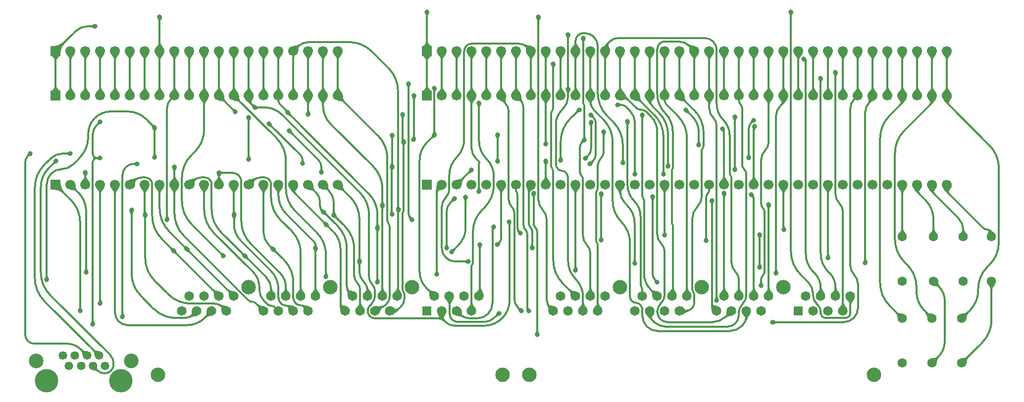
<source format=gbl>
%TF.GenerationSoftware,KiCad,Pcbnew,9.0.2*%
%TF.CreationDate,2025-07-06T14:36:24+02:00*%
%TF.ProjectId,HCP65 Component Tester,48435036-3520-4436-9f6d-706f6e656e74,V0*%
%TF.SameCoordinates,Original*%
%TF.FileFunction,Copper,L2,Bot*%
%TF.FilePolarity,Positive*%
%FSLAX46Y46*%
G04 Gerber Fmt 4.6, Leading zero omitted, Abs format (unit mm)*
G04 Created by KiCad (PCBNEW 9.0.2) date 2025-07-06 14:36:24*
%MOMM*%
%LPD*%
G01*
G04 APERTURE LIST*
%TA.AperFunction,ComponentPad*%
%ADD10C,2.475000*%
%TD*%
%TA.AperFunction,ComponentPad*%
%ADD11C,1.650000*%
%TD*%
%TA.AperFunction,ComponentPad*%
%ADD12R,1.650000X1.650000*%
%TD*%
%TA.AperFunction,ComponentPad*%
%ADD13C,1.600000*%
%TD*%
%TA.AperFunction,ComponentPad*%
%ADD14C,1.700000*%
%TD*%
%TA.AperFunction,ComponentPad*%
%ADD15R,1.700000X1.700000*%
%TD*%
%TA.AperFunction,ComponentPad*%
%ADD16C,2.500000*%
%TD*%
%TA.AperFunction,ComponentPad*%
%ADD17C,1.470000*%
%TD*%
%TA.AperFunction,WasherPad*%
%ADD18C,4.000000*%
%TD*%
%TA.AperFunction,ViaPad*%
%ADD19C,0.800000*%
%TD*%
%TA.AperFunction,Conductor*%
%ADD20C,0.300000*%
%TD*%
%TA.AperFunction,Conductor*%
%ADD21C,0.380000*%
%TD*%
G04 APERTURE END LIST*
D10*
%TO.P,J1,MH5,MH5*%
%TO.N,unconnected-(J1-PadMH5)*%
X76450000Y-55370000D03*
%TO.P,J1,MH4,MH4*%
%TO.N,unconnected-(J1-PadMH4)*%
X60960000Y-40390000D03*
%TO.P,J1,MH3,MH3*%
%TO.N,unconnected-(J1-PadMH3)*%
X46990000Y-40390000D03*
%TO.P,J1,MH2,MH2*%
%TO.N,unconnected-(J1-PadMH2)*%
X33020000Y-40390000D03*
%TO.P,J1,MH1,MH1*%
%TO.N,unconnected-(J1-PadMH1)*%
X17530000Y-55370000D03*
D11*
%TO.P,J1,D8,D8*%
%TO.N,/IO7*%
X30480000Y-41910000D03*
%TO.P,J1,D7,D7*%
%TO.N,/IO6*%
X29210000Y-44450000D03*
%TO.P,J1,D6,D6*%
%TO.N,/IO5*%
X27940000Y-41910000D03*
%TO.P,J1,D5,D5*%
%TO.N,/IO4*%
X26670000Y-44450000D03*
%TO.P,J1,D4,D4*%
%TO.N,/IO3*%
X25400000Y-41910000D03*
%TO.P,J1,D3,D3*%
%TO.N,/IO2*%
X24130000Y-44450000D03*
%TO.P,J1,D2,D2*%
%TO.N,/IO1*%
X22860000Y-41910000D03*
%TO.P,J1,D1,D1*%
%TO.N,/IO0*%
X21590000Y-44450000D03*
%TO.P,J1,C8,C8*%
%TO.N,/IO15*%
X44450000Y-41910000D03*
%TO.P,J1,C7,C7*%
%TO.N,/IO14*%
X43180000Y-44450000D03*
%TO.P,J1,C6,C6*%
%TO.N,/IO13*%
X41910000Y-41910000D03*
%TO.P,J1,C5,C5*%
%TO.N,/IO12*%
X40640000Y-44450000D03*
%TO.P,J1,C4,C4*%
%TO.N,/IO11*%
X39370000Y-41910000D03*
%TO.P,J1,C3,C3*%
%TO.N,/IO10*%
X38100000Y-44450000D03*
%TO.P,J1,C2,C2*%
%TO.N,/IO9*%
X36830000Y-41910000D03*
%TO.P,J1,C1,C1*%
%TO.N,/IO8*%
X35560000Y-44450000D03*
%TO.P,J1,B8,B8*%
%TO.N,/IO23*%
X58420000Y-41910000D03*
%TO.P,J1,B7,B7*%
%TO.N,/IO22*%
X57150000Y-44450000D03*
%TO.P,J1,B6,B6*%
%TO.N,/IO21*%
X55880000Y-41910000D03*
%TO.P,J1,B5,B5*%
%TO.N,/IO20*%
X54610000Y-44450000D03*
%TO.P,J1,B4,B4*%
%TO.N,/IO19*%
X53340000Y-41910000D03*
%TO.P,J1,B3,B3*%
%TO.N,/IO18*%
X52070000Y-44450000D03*
%TO.P,J1,B2,B2*%
%TO.N,/IO17*%
X50800000Y-41910000D03*
%TO.P,J1,B1,B1*%
%TO.N,/IO16*%
X49530000Y-44450000D03*
%TO.P,J1,A8,A8*%
%TO.N,/IO31*%
X72390000Y-41910000D03*
%TO.P,J1,A7,A7*%
%TO.N,/IO30*%
X71120000Y-44450000D03*
%TO.P,J1,A6,A6*%
%TO.N,/IO29*%
X69850000Y-41910000D03*
%TO.P,J1,A5,A5*%
%TO.N,/IO28*%
X68580000Y-44450000D03*
%TO.P,J1,A4,A4*%
%TO.N,/IO27*%
X67310000Y-41910000D03*
%TO.P,J1,A3,A3*%
%TO.N,/IO26*%
X66040000Y-44450000D03*
%TO.P,J1,A2,A2*%
%TO.N,/IO25*%
X64770000Y-41910000D03*
D12*
%TO.P,J1,A1,A1*%
%TO.N,/IO24*%
X63500000Y-44450000D03*
%TD*%
D10*
%TO.P,J4,MH5,MH5*%
%TO.N,unconnected-(J4-PadMH5)*%
X139950000Y-55370000D03*
%TO.P,J4,MH4,MH4*%
%TO.N,unconnected-(J4-PadMH4)*%
X124460000Y-40390000D03*
%TO.P,J4,MH3,MH3*%
%TO.N,unconnected-(J4-PadMH3)*%
X110490000Y-40390000D03*
%TO.P,J4,MH2,MH2*%
%TO.N,unconnected-(J4-PadMH2)*%
X96520000Y-40390000D03*
%TO.P,J4,MH1,MH1*%
%TO.N,unconnected-(J4-PadMH1)*%
X81030000Y-55370000D03*
D11*
%TO.P,J4,D8,D8*%
%TO.N,/IO39*%
X93980000Y-41910000D03*
%TO.P,J4,D7,D7*%
%TO.N,/IO38*%
X92710000Y-44450000D03*
%TO.P,J4,D6,D6*%
%TO.N,/IO37*%
X91440000Y-41910000D03*
%TO.P,J4,D5,D5*%
%TO.N,/IO36*%
X90170000Y-44450000D03*
%TO.P,J4,D4,D4*%
%TO.N,/IO35*%
X88900000Y-41910000D03*
%TO.P,J4,D3,D3*%
%TO.N,/IO34*%
X87630000Y-44450000D03*
%TO.P,J4,D2,D2*%
%TO.N,/IO33*%
X86360000Y-41910000D03*
%TO.P,J4,D1,D1*%
%TO.N,/IO32*%
X85090000Y-44450000D03*
%TO.P,J4,C8,C8*%
%TO.N,/IO47*%
X107950000Y-41910000D03*
%TO.P,J4,C7,C7*%
%TO.N,/IO46*%
X106680000Y-44450000D03*
%TO.P,J4,C6,C6*%
%TO.N,/IO45*%
X105410000Y-41910000D03*
%TO.P,J4,C5,C5*%
%TO.N,/IO44*%
X104140000Y-44450000D03*
%TO.P,J4,C4,C4*%
%TO.N,/IO43*%
X102870000Y-41910000D03*
%TO.P,J4,C3,C3*%
%TO.N,/IO42*%
X101600000Y-44450000D03*
%TO.P,J4,C2,C2*%
%TO.N,/IO41*%
X100330000Y-41910000D03*
%TO.P,J4,C1,C1*%
%TO.N,/IO40*%
X99060000Y-44450000D03*
%TO.P,J4,B8,B8*%
%TO.N,/IO55*%
X121920000Y-41910000D03*
%TO.P,J4,B7,B7*%
%TO.N,/IO54*%
X120650000Y-44450000D03*
%TO.P,J4,B6,B6*%
%TO.N,/IO53*%
X119380000Y-41910000D03*
%TO.P,J4,B5,B5*%
%TO.N,/IO52*%
X118110000Y-44450000D03*
%TO.P,J4,B4,B4*%
%TO.N,/IO51*%
X116840000Y-41910000D03*
%TO.P,J4,B3,B3*%
%TO.N,/IO50*%
X115570000Y-44450000D03*
%TO.P,J4,B2,B2*%
%TO.N,/IO49*%
X114300000Y-41910000D03*
%TO.P,J4,B1,B1*%
%TO.N,/IO48*%
X113030000Y-44450000D03*
%TO.P,J4,A8,A8*%
%TO.N,/IO63*%
X135890000Y-41910000D03*
%TO.P,J4,A7,A7*%
%TO.N,/IO62*%
X134620000Y-44450000D03*
%TO.P,J4,A6,A6*%
%TO.N,/IO61*%
X133350000Y-41910000D03*
%TO.P,J4,A5,A5*%
%TO.N,/IO60*%
X132080000Y-44450000D03*
%TO.P,J4,A4,A4*%
%TO.N,/IO59*%
X130810000Y-41910000D03*
%TO.P,J4,A3,A3*%
%TO.N,/IO58*%
X129540000Y-44450000D03*
%TO.P,J4,A2,A2*%
%TO.N,/IO57*%
X128270000Y-41910000D03*
D12*
%TO.P,J4,A1,A1*%
%TO.N,/IO56*%
X127000000Y-44450000D03*
%TD*%
D13*
%TO.P,R2,2*%
%TO.N,Net-(J5-Pin_34)*%
X150100000Y-31750000D03*
%TO.P,R2,1*%
%TO.N,/GND_{4}*%
X150100000Y-39370000D03*
%TD*%
%TO.P,R6,2*%
%TO.N,Net-(J6-Pin_33)*%
X144780000Y-45720000D03*
%TO.P,R6,1*%
%TO.N,/GND_{4}*%
X144780000Y-53340000D03*
%TD*%
%TO.P,R1,2*%
%TO.N,Net-(J5-Pin_33)*%
X144780000Y-31750000D03*
%TO.P,R1,1*%
%TO.N,/GND_{4}*%
X144780000Y-39370000D03*
%TD*%
%TO.P,R3,2*%
%TO.N,Net-(J5-Pin_35)*%
X155180000Y-31750000D03*
%TO.P,R3,1*%
%TO.N,/GND_{4}*%
X155180000Y-39370000D03*
%TD*%
D14*
%TO.P,J6,36,Pin_36*%
%TO.N,Net-(J6-Pin_36)*%
X152400000Y-7620000D03*
%TO.P,J6,35,Pin_35*%
%TO.N,Net-(J6-Pin_35)*%
X149860000Y-7620000D03*
%TO.P,J6,34,Pin_34*%
%TO.N,Net-(J6-Pin_34)*%
X147320000Y-7620000D03*
%TO.P,J6,33,Pin_33*%
%TO.N,Net-(J6-Pin_33)*%
X144780000Y-7620000D03*
%TO.P,J6,32,Pin_32*%
%TO.N,/IO32*%
X142240000Y-7620000D03*
%TO.P,J6,31,Pin_31*%
%TO.N,/IO33*%
X139700000Y-7620000D03*
%TO.P,J6,30,Pin_30*%
%TO.N,/IO34*%
X137160000Y-7620000D03*
%TO.P,J6,29,Pin_29*%
%TO.N,/IO35*%
X134620000Y-7620000D03*
%TO.P,J6,28,Pin_28*%
%TO.N,/IO36*%
X132080000Y-7620000D03*
%TO.P,J6,27,Pin_27*%
%TO.N,/IO37*%
X129540000Y-7620000D03*
%TO.P,J6,26,Pin_26*%
%TO.N,/IO38*%
X127000000Y-7620000D03*
%TO.P,J6,25,Pin_25*%
%TO.N,/IO39*%
X124460000Y-7620000D03*
%TO.P,J6,24,Pin_24*%
%TO.N,/IO40*%
X121920000Y-7620000D03*
%TO.P,J6,23,Pin_23*%
%TO.N,/IO41*%
X119380000Y-7620000D03*
%TO.P,J6,22,Pin_22*%
%TO.N,/IO42*%
X116840000Y-7620000D03*
%TO.P,J6,21,Pin_21*%
%TO.N,/IO43*%
X114300000Y-7620000D03*
%TO.P,J6,20,Pin_20*%
%TO.N,/IO44*%
X111760000Y-7620000D03*
%TO.P,J6,19,Pin_19*%
%TO.N,/IO45*%
X109220000Y-7620000D03*
%TO.P,J6,18,Pin_18*%
%TO.N,/IO46*%
X106680000Y-7620000D03*
%TO.P,J6,17,Pin_17*%
%TO.N,/IO47*%
X104140000Y-7620000D03*
%TO.P,J6,16,Pin_16*%
%TO.N,/IO48*%
X101600000Y-7620000D03*
%TO.P,J6,15,Pin_15*%
%TO.N,/IO49*%
X99060000Y-7620000D03*
%TO.P,J6,14,Pin_14*%
%TO.N,/IO50*%
X96520000Y-7620000D03*
%TO.P,J6,13,Pin_13*%
%TO.N,/IO51*%
X93980000Y-7620000D03*
%TO.P,J6,12,Pin_12*%
%TO.N,/IO52*%
X91440000Y-7620000D03*
%TO.P,J6,11,Pin_11*%
%TO.N,/IO53*%
X88900000Y-7620000D03*
%TO.P,J6,10,Pin_10*%
%TO.N,/IO54*%
X86360000Y-7620000D03*
%TO.P,J6,9,Pin_9*%
%TO.N,/IO55*%
X83820000Y-7620000D03*
%TO.P,J6,8,Pin_8*%
%TO.N,/IO56*%
X81280000Y-7620000D03*
%TO.P,J6,7,Pin_7*%
%TO.N,/IO57*%
X78740000Y-7620000D03*
%TO.P,J6,6,Pin_6*%
%TO.N,/IO58*%
X76200000Y-7620000D03*
%TO.P,J6,5,Pin_5*%
%TO.N,/IO59*%
X73660000Y-7620000D03*
%TO.P,J6,4,Pin_4*%
%TO.N,/IO60*%
X71120000Y-7620000D03*
%TO.P,J6,3,Pin_3*%
%TO.N,/IO61*%
X68580000Y-7620000D03*
%TO.P,J6,2,Pin_2*%
%TO.N,/IO62*%
X66040000Y-7620000D03*
D15*
%TO.P,J6,1,Pin_1*%
%TO.N,/IO63*%
X63500000Y-7620000D03*
%TD*%
D13*
%TO.P,R9,2*%
%TO.N,Net-(J6-Pin_35)*%
X149860000Y-45720000D03*
%TO.P,R9,1*%
%TO.N,/GND_{4}*%
X149860000Y-53340000D03*
%TD*%
D14*
%TO.P,J8,20,Pin_20*%
%TO.N,/IO19*%
X48260000Y-22860000D03*
%TO.P,J8,19,Pin_19*%
%TO.N,/IO18*%
X45720000Y-22860000D03*
%TO.P,J8,18,Pin_18*%
%TO.N,/IO17*%
X43180000Y-22860000D03*
%TO.P,J8,17,Pin_17*%
%TO.N,/IO16*%
X40640000Y-22860000D03*
%TO.P,J8,16,Pin_16*%
%TO.N,/IO15*%
X38100000Y-22860000D03*
%TO.P,J8,15,Pin_15*%
%TO.N,/IO14*%
X35560000Y-22860000D03*
%TO.P,J8,14,Pin_14*%
%TO.N,/IO13*%
X33020000Y-22860000D03*
%TO.P,J8,13,Pin_13*%
%TO.N,/IO12*%
X30480000Y-22860000D03*
%TO.P,J8,12,Pin_12*%
%TO.N,/IO11*%
X27940000Y-22860000D03*
%TO.P,J8,11,Pin_11*%
%TO.N,/IO10*%
X25400000Y-22860000D03*
%TO.P,J8,10,Pin_10*%
%TO.N,/IO9*%
X22860000Y-22860000D03*
%TO.P,J8,9,Pin_9*%
%TO.N,/IO8*%
X20320000Y-22860000D03*
%TO.P,J8,8,Pin_8*%
%TO.N,/IO7*%
X17780000Y-22860000D03*
%TO.P,J8,7,Pin_7*%
%TO.N,/IO6*%
X15240000Y-22860000D03*
%TO.P,J8,6,Pin_6*%
%TO.N,/IO5*%
X12700000Y-22860000D03*
%TO.P,J8,5,Pin_5*%
%TO.N,/IO4*%
X10160000Y-22860000D03*
%TO.P,J8,4,Pin_4*%
%TO.N,/IO3*%
X7620000Y-22860000D03*
%TO.P,J8,3,Pin_3*%
%TO.N,/IO2*%
X5080000Y-22860000D03*
%TO.P,J8,2,Pin_2*%
%TO.N,/IO1*%
X2540000Y-22860000D03*
D15*
%TO.P,J8,1,Pin_1*%
%TO.N,/IO0*%
X0Y-22860000D03*
%TD*%
D14*
%TO.P,J5,36,Pin_36*%
%TO.N,Net-(J5-Pin_36)*%
X152400000Y-22860000D03*
%TO.P,J5,35,Pin_35*%
%TO.N,Net-(J5-Pin_35)*%
X149860000Y-22860000D03*
%TO.P,J5,34,Pin_34*%
%TO.N,Net-(J5-Pin_34)*%
X147320000Y-22860000D03*
%TO.P,J5,33,Pin_33*%
%TO.N,Net-(J5-Pin_33)*%
X144780000Y-22860000D03*
%TO.P,J5,32,Pin_32*%
%TO.N,/IO31*%
X142240000Y-22860000D03*
%TO.P,J5,31,Pin_31*%
%TO.N,/IO30*%
X139700000Y-22860000D03*
%TO.P,J5,30,Pin_30*%
%TO.N,/IO29*%
X137160000Y-22860000D03*
%TO.P,J5,29,Pin_29*%
%TO.N,/IO28*%
X134620000Y-22860000D03*
%TO.P,J5,28,Pin_28*%
%TO.N,/IO27*%
X132080000Y-22860000D03*
%TO.P,J5,27,Pin_27*%
%TO.N,/IO26*%
X129540000Y-22860000D03*
%TO.P,J5,26,Pin_26*%
%TO.N,/IO25*%
X127000000Y-22860000D03*
%TO.P,J5,25,Pin_25*%
%TO.N,/IO24*%
X124460000Y-22860000D03*
%TO.P,J5,24,Pin_24*%
%TO.N,/IO23*%
X121920000Y-22860000D03*
%TO.P,J5,23,Pin_23*%
%TO.N,/IO22*%
X119380000Y-22860000D03*
%TO.P,J5,22,Pin_22*%
%TO.N,/IO21*%
X116840000Y-22860000D03*
%TO.P,J5,21,Pin_21*%
%TO.N,/IO20*%
X114300000Y-22860000D03*
%TO.P,J5,20,Pin_20*%
%TO.N,/IO19*%
X111760000Y-22860000D03*
%TO.P,J5,19,Pin_19*%
%TO.N,/IO18*%
X109220000Y-22860000D03*
%TO.P,J5,18,Pin_18*%
%TO.N,/IO17*%
X106680000Y-22860000D03*
%TO.P,J5,17,Pin_17*%
%TO.N,/IO16*%
X104140000Y-22860000D03*
%TO.P,J5,16,Pin_16*%
%TO.N,/IO15*%
X101600000Y-22860000D03*
%TO.P,J5,15,Pin_15*%
%TO.N,/IO14*%
X99060000Y-22860000D03*
%TO.P,J5,14,Pin_14*%
%TO.N,/IO13*%
X96520000Y-22860000D03*
%TO.P,J5,13,Pin_13*%
%TO.N,/IO12*%
X93980000Y-22860000D03*
%TO.P,J5,12,Pin_12*%
%TO.N,/IO11*%
X91440000Y-22860000D03*
%TO.P,J5,11,Pin_11*%
%TO.N,/IO10*%
X88900000Y-22860000D03*
%TO.P,J5,10,Pin_10*%
%TO.N,/IO9*%
X86360000Y-22860000D03*
%TO.P,J5,9,Pin_9*%
%TO.N,/IO8*%
X83820000Y-22860000D03*
%TO.P,J5,8,Pin_8*%
%TO.N,/IO7*%
X81280000Y-22860000D03*
%TO.P,J5,7,Pin_7*%
%TO.N,/IO6*%
X78740000Y-22860000D03*
%TO.P,J5,6,Pin_6*%
%TO.N,/IO5*%
X76200000Y-22860000D03*
%TO.P,J5,5,Pin_5*%
%TO.N,/IO4*%
X73660000Y-22860000D03*
%TO.P,J5,4,Pin_4*%
%TO.N,/IO3*%
X71120000Y-22860000D03*
%TO.P,J5,3,Pin_3*%
%TO.N,/IO2*%
X68580000Y-22860000D03*
%TO.P,J5,2,Pin_2*%
%TO.N,/IO1*%
X66040000Y-22860000D03*
D15*
%TO.P,J5,1,Pin_1*%
%TO.N,/IO0*%
X63500000Y-22860000D03*
%TD*%
D16*
%TO.P,J2,MH2,MH2*%
%TO.N,unconnected-(J2-PadMH2)*%
X-3304000Y-52958000D03*
%TO.P,J2,MH1,MH1*%
%TO.N,unconnected-(J2-PadMH1)*%
X12956000Y-52958000D03*
D17*
%TO.P,J2,8,8*%
%TO.N,/GND_{1}*%
X1266000Y-52068000D03*
%TO.P,J2,7,7*%
%TO.N,/GND_{2}*%
X2286000Y-53848000D03*
%TO.P,J2,6,6*%
%TO.N,/GND_{3}*%
X3306000Y-52068000D03*
%TO.P,J2,5,5*%
%TO.N,/GND_{4}*%
X4326000Y-53848000D03*
%TO.P,J2,4,4*%
%TO.N,/5V_{1}*%
X5346000Y-52068000D03*
%TO.P,J2,3,3*%
%TO.N,/5V_{2}*%
X6366000Y-53848000D03*
%TO.P,J2,2,2*%
%TO.N,/5V_{3}*%
X7386000Y-52068000D03*
%TO.P,J2,1,1*%
%TO.N,/12V*%
X8406000Y-53848000D03*
D18*
%TO.P,J2,*%
%TO.N,*%
X11176000Y-56388000D03*
X-1524000Y-56388000D03*
%TD*%
D14*
%TO.P,J7,36,Pin_36*%
%TO.N,Net-(J6-Pin_36)*%
X152400000Y0D03*
%TO.P,J7,35,Pin_35*%
%TO.N,Net-(J6-Pin_35)*%
X149860000Y0D03*
%TO.P,J7,34,Pin_34*%
%TO.N,Net-(J6-Pin_34)*%
X147320000Y0D03*
%TO.P,J7,33,Pin_33*%
%TO.N,Net-(J6-Pin_33)*%
X144780000Y0D03*
%TO.P,J7,32,Pin_32*%
%TO.N,/IO32*%
X142240000Y0D03*
%TO.P,J7,31,Pin_31*%
%TO.N,/IO33*%
X139700000Y0D03*
%TO.P,J7,30,Pin_30*%
%TO.N,/IO34*%
X137160000Y0D03*
%TO.P,J7,29,Pin_29*%
%TO.N,/IO35*%
X134620000Y0D03*
%TO.P,J7,28,Pin_28*%
%TO.N,/IO36*%
X132080000Y0D03*
%TO.P,J7,27,Pin_27*%
%TO.N,/IO37*%
X129540000Y0D03*
%TO.P,J7,26,Pin_26*%
%TO.N,/IO38*%
X127000000Y0D03*
%TO.P,J7,25,Pin_25*%
%TO.N,/IO39*%
X124460000Y0D03*
%TO.P,J7,24,Pin_24*%
%TO.N,/IO40*%
X121920000Y0D03*
%TO.P,J7,23,Pin_23*%
%TO.N,/IO41*%
X119380000Y0D03*
%TO.P,J7,22,Pin_22*%
%TO.N,/IO42*%
X116840000Y0D03*
%TO.P,J7,21,Pin_21*%
%TO.N,/IO43*%
X114300000Y0D03*
%TO.P,J7,20,Pin_20*%
%TO.N,/IO44*%
X111760000Y0D03*
%TO.P,J7,19,Pin_19*%
%TO.N,/IO45*%
X109220000Y0D03*
%TO.P,J7,18,Pin_18*%
%TO.N,/IO46*%
X106680000Y0D03*
%TO.P,J7,17,Pin_17*%
%TO.N,/IO47*%
X104140000Y0D03*
%TO.P,J7,16,Pin_16*%
%TO.N,/IO48*%
X101600000Y0D03*
%TO.P,J7,15,Pin_15*%
%TO.N,/IO49*%
X99060000Y0D03*
%TO.P,J7,14,Pin_14*%
%TO.N,/IO50*%
X96520000Y0D03*
%TO.P,J7,13,Pin_13*%
%TO.N,/IO51*%
X93980000Y0D03*
%TO.P,J7,12,Pin_12*%
%TO.N,/IO52*%
X91440000Y0D03*
%TO.P,J7,11,Pin_11*%
%TO.N,/IO53*%
X88900000Y0D03*
%TO.P,J7,10,Pin_10*%
%TO.N,/IO54*%
X86360000Y0D03*
%TO.P,J7,9,Pin_9*%
%TO.N,/IO55*%
X83820000Y0D03*
%TO.P,J7,8,Pin_8*%
%TO.N,/IO56*%
X81280000Y0D03*
%TO.P,J7,7,Pin_7*%
%TO.N,/IO57*%
X78740000Y0D03*
%TO.P,J7,6,Pin_6*%
%TO.N,/IO58*%
X76200000Y0D03*
%TO.P,J7,5,Pin_5*%
%TO.N,/IO59*%
X73660000Y0D03*
%TO.P,J7,4,Pin_4*%
%TO.N,/IO60*%
X71120000Y0D03*
%TO.P,J7,3,Pin_3*%
%TO.N,/IO61*%
X68580000Y0D03*
%TO.P,J7,2,Pin_2*%
%TO.N,/IO62*%
X66040000Y0D03*
D15*
%TO.P,J7,1,Pin_1*%
%TO.N,/IO63*%
X63500000Y0D03*
%TD*%
D14*
%TO.P,J3,20,Pin_20*%
%TO.N,/IO20*%
X48260000Y-7620000D03*
%TO.P,J3,19,Pin_19*%
%TO.N,/IO21*%
X45720000Y-7620000D03*
%TO.P,J3,18,Pin_18*%
%TO.N,/IO22*%
X43180000Y-7620000D03*
%TO.P,J3,17,Pin_17*%
%TO.N,/IO23*%
X40640000Y-7620000D03*
%TO.P,J3,16,Pin_16*%
%TO.N,/IO24*%
X38100000Y-7620000D03*
%TO.P,J3,15,Pin_15*%
%TO.N,/IO25*%
X35560000Y-7620000D03*
%TO.P,J3,14,Pin_14*%
%TO.N,/IO26*%
X33020000Y-7620000D03*
%TO.P,J3,13,Pin_13*%
%TO.N,/IO27*%
X30480000Y-7620000D03*
%TO.P,J3,12,Pin_12*%
%TO.N,/IO28*%
X27940000Y-7620000D03*
%TO.P,J3,11,Pin_11*%
%TO.N,/IO29*%
X25400000Y-7620000D03*
%TO.P,J3,10,Pin_10*%
%TO.N,/IO30*%
X22860000Y-7620000D03*
%TO.P,J3,9,Pin_9*%
%TO.N,/IO31*%
X20320000Y-7620000D03*
%TO.P,J3,8,Pin_8*%
%TO.N,/IO32*%
X17780000Y-7620000D03*
%TO.P,J3,7,Pin_7*%
%TO.N,/IO33*%
X15240000Y-7620000D03*
%TO.P,J3,6,Pin_6*%
%TO.N,/IO34*%
X12700000Y-7620000D03*
%TO.P,J3,5,Pin_5*%
%TO.N,/IO35*%
X10160000Y-7620000D03*
%TO.P,J3,4,Pin_4*%
%TO.N,/IO36*%
X7620000Y-7620000D03*
%TO.P,J3,3,Pin_3*%
%TO.N,/IO37*%
X5080000Y-7620000D03*
%TO.P,J3,2,Pin_2*%
%TO.N,/IO38*%
X2540000Y-7620000D03*
D15*
%TO.P,J3,1,Pin_1*%
%TO.N,/IO39*%
X0Y-7620000D03*
%TD*%
D13*
%TO.P,R10,2*%
%TO.N,Net-(J6-Pin_36)*%
X154940000Y-45720000D03*
%TO.P,R10,1*%
%TO.N,/GND_{4}*%
X154940000Y-53340000D03*
%TD*%
D14*
%TO.P,J9,20,Pin_20*%
%TO.N,/IO20*%
X48260000Y0D03*
%TO.P,J9,19,Pin_19*%
%TO.N,/IO21*%
X45720000Y0D03*
%TO.P,J9,18,Pin_18*%
%TO.N,/IO22*%
X43180000Y0D03*
%TO.P,J9,17,Pin_17*%
%TO.N,/IO23*%
X40640000Y0D03*
%TO.P,J9,16,Pin_16*%
%TO.N,/IO24*%
X38100000Y0D03*
%TO.P,J9,15,Pin_15*%
%TO.N,/IO25*%
X35560000Y0D03*
%TO.P,J9,14,Pin_14*%
%TO.N,/IO26*%
X33020000Y0D03*
%TO.P,J9,13,Pin_13*%
%TO.N,/IO27*%
X30480000Y0D03*
%TO.P,J9,12,Pin_12*%
%TO.N,/IO28*%
X27940000Y0D03*
%TO.P,J9,11,Pin_11*%
%TO.N,/IO29*%
X25400000Y0D03*
%TO.P,J9,10,Pin_10*%
%TO.N,/IO30*%
X22860000Y0D03*
%TO.P,J9,9,Pin_9*%
%TO.N,/IO31*%
X20320000Y0D03*
%TO.P,J9,8,Pin_8*%
%TO.N,/IO32*%
X17780000Y0D03*
%TO.P,J9,7,Pin_7*%
%TO.N,/IO33*%
X15240000Y0D03*
%TO.P,J9,6,Pin_6*%
%TO.N,/IO34*%
X12700000Y0D03*
%TO.P,J9,5,Pin_5*%
%TO.N,/IO35*%
X10160000Y0D03*
%TO.P,J9,4,Pin_4*%
%TO.N,/IO36*%
X7620000Y0D03*
%TO.P,J9,3,Pin_3*%
%TO.N,/IO37*%
X5080000Y0D03*
%TO.P,J9,2,Pin_2*%
%TO.N,/IO38*%
X2540000Y0D03*
D15*
%TO.P,J9,1,Pin_1*%
%TO.N,/IO39*%
X0Y0D03*
%TD*%
D13*
%TO.P,R4,2*%
%TO.N,Net-(J5-Pin_36)*%
X160020000Y-31750000D03*
%TO.P,R4,1*%
%TO.N,/GND_{4}*%
X160020000Y-39370000D03*
%TD*%
D19*
%TO.N,/IO17*%
X45847000Y-27559000D03*
%TO.N,/5V_{1}*%
X75543300Y-18860000D03*
X42233200Y-19243600D03*
X36471470Y-12423530D03*
X-4318000Y-17526000D03*
X75543300Y-14322300D03*
%TO.N,/GND_{1}*%
X6354000Y-46736000D03*
X90578900Y-18333700D03*
X116156300Y-20320000D03*
X116156300Y-11258100D03*
X7620000Y-12065000D03*
X7620000Y-18288000D03*
X91533838Y-12166500D03*
%TO.N,/IO33*%
X138430000Y-36195000D03*
%TO.N,/IO30*%
X72390000Y-8889990D03*
%TO.N,/IO29*%
X28701996Y-35052002D03*
%TO.N,/IO23*%
X58642018Y-27110362D03*
%TO.N,/IO21*%
X55874708Y-26377308D03*
%TO.N,/IO25*%
X64770000Y-6322600D03*
X64770000Y-14351006D03*
%TO.N,/IO27*%
X132080000Y-35378000D03*
X46228000Y-38608000D03*
X75819000Y-44831000D03*
%TO.N,/IO39*%
X123189700Y-37983500D03*
X6731000Y4223400D03*
%TO.N,/IO32*%
X82550000Y5819000D03*
X17780000Y5819000D03*
%TO.N,/IO6*%
X79456300Y-31158300D03*
X15318002Y-27988998D03*
%TO.N,/IO12*%
X30499700Y-28018000D03*
%TO.N,/IO10*%
X88900000Y-37465000D03*
%TO.N,/IO19*%
X51943000Y-35997200D03*
X111224800Y-32445900D03*
%TO.N,/IO15*%
X68167600Y-25232100D03*
X44450002Y-33676000D03*
X66847900Y-33676000D03*
%TO.N,/IO18*%
X47576187Y-28101658D03*
%TO.N,/IO16*%
X104140000Y-31529996D03*
X46261600Y-29684400D03*
%TO.N,/IO14*%
X67689100Y-34365400D03*
X70092300Y-24971600D03*
X37211000Y-33909000D03*
%TO.N,/IO7*%
X22415502Y-33845502D03*
X81470500Y-33655000D03*
%TO.N,/IO1*%
X65162000Y-38216000D03*
X5207000Y-37846000D03*
%TO.N,/IO53*%
X96971400Y-19128000D03*
X118949900Y-24567500D03*
%TO.N,/IO62*%
X133350100Y-3641100D03*
%TO.N,/IO48*%
X112206400Y-25540500D03*
X104725900Y-19708000D03*
%TO.N,/IO57*%
X80907786Y-44482432D03*
%TO.N,/IO56*%
X70544800Y-35997200D03*
X120396000Y-36995000D03*
X120380500Y-31369000D03*
%TO.N,/IO60*%
X81715100Y-24339400D03*
X82309600Y-48514010D03*
X72390000Y-24058600D03*
%TO.N,/IO61*%
X130810100Y-4626900D03*
%TO.N,/IO49*%
X114300000Y-24326800D03*
X103934200Y-21113800D03*
%TO.N,/IO58*%
X79629000Y-44449996D03*
%TO.N,/IO59*%
X127927800Y-1343400D03*
%TO.N,/IO63*%
X125730000Y6731000D03*
X63500000Y6731000D03*
%TO.N,/IO40*%
X120619700Y-40134500D03*
%TO.N,/IO44*%
X113030006Y-42672000D03*
%TO.N,/IO2*%
X12975300Y-27178000D03*
X71119994Y-20320000D03*
X5080000Y-20779994D03*
%TO.N,/IO13*%
X98991400Y-36352900D03*
%TO.N,/IO5*%
X20193004Y-34163004D03*
X75507331Y-33090900D03*
%TO.N,/IO31*%
X19049900Y-28829000D03*
X72519726Y-33090900D03*
%TO.N,/IO22*%
X119474168Y-12904768D03*
X59326500Y-10795000D03*
X59506800Y-15513500D03*
X43180000Y-10795000D03*
%TO.N,/IO3*%
X7620000Y-43151000D03*
%TO.N,/IO9*%
X93283400Y-32352900D03*
X32366500Y-35070500D03*
X93283500Y-24420300D03*
%TO.N,/IO24*%
X55034700Y-39497000D03*
X55034700Y-30226000D03*
X39674800Y-10537700D03*
X124512702Y-30582268D03*
%TO.N,/IO8*%
X83819991Y-18833127D03*
X20320000Y-19812000D03*
%TO.N,/IO26*%
X77519104Y-29177200D03*
X34054120Y-9652000D03*
%TO.N,/IO11*%
X27940000Y-20828000D03*
%TO.N,/IO20*%
X113974300Y-13258104D03*
X61214000Y-15113000D03*
X61274000Y-7620000D03*
%TO.N,/IO0*%
X4176800Y-44450000D03*
%TO.N,/IO28*%
X30734000Y-10414000D03*
X60328900Y-5564500D03*
X74902227Y-30081962D03*
X60960000Y-28829000D03*
%TO.N,/GND_{2}*%
X91503500Y-10922010D03*
X16933000Y-18161000D03*
X91342250Y-19333250D03*
X-1524000Y-39116000D03*
X118514100Y-18288000D03*
X16933000Y-13081000D03*
X119380000Y-11810996D03*
%TO.N,/5V_{3}*%
X57531000Y-14351000D03*
X2540000Y-17526000D03*
X57530997Y-19830097D03*
X57531000Y-27940002D03*
%TO.N,/5V_{2}*%
X74429Y-18780660D03*
X39951400Y-13638000D03*
X45444100Y-20756900D03*
%TO.N,/GND_{3}*%
X11430000Y-45466000D03*
X13970000Y-19304000D03*
X33020000Y-18542008D03*
X89535000Y-10033000D03*
X86360006Y-18669000D03*
X107745024Y-10082010D03*
X33020004Y-11303000D03*
X109957200Y-16080000D03*
%TO.N,/IO34*%
X122555000Y-46355000D03*
%TO.N,/IO35*%
X85090200Y-2159006D03*
%TO.N,/IO36*%
X87615300Y-6549600D03*
X87615300Y2812600D03*
%TO.N,/IO37*%
X90198300Y2208000D03*
X90362200Y-15231000D03*
%TO.N,/IO38*%
X93708400Y-13784000D03*
%TO.N,/IO55*%
X121920006Y-26286194D03*
X83820000Y-15954000D03*
%TO.N,/IO54*%
X102076600Y-24884700D03*
X102870000Y-39497000D03*
X96047500Y-9195500D03*
X99060400Y-21113800D03*
%TO.N,/IO41*%
X97790000Y-12038900D03*
%TO.N,/IO43*%
X100293400Y-10878900D03*
%TD*%
D20*
%TO.N,/IO43*%
X100446500Y-25141500D02*
G75*
G02*
X100590605Y-25489388I-347900J-347900D01*
G01*
X100297900Y-10883400D02*
G75*
G02*
X100302415Y-10894263I-10900J-10900D01*
G01*
X100302400Y-24793611D02*
G75*
G03*
X100446503Y-25141497I492000J11D01*
G01*
X100590600Y-38018820D02*
G75*
G03*
X101730306Y-40770294I3891200J20D01*
G01*
%TO.N,/IO41*%
X98899450Y-25620450D02*
G75*
G02*
X100008900Y-28298899I-2678450J-2678450D01*
G01*
X100169450Y-40419550D02*
G75*
G02*
X100330020Y-40807151I-387650J-387650D01*
G01*
X97790000Y-22942000D02*
G75*
G03*
X98899450Y-25620450I3787900J0D01*
G01*
X100008900Y-40031948D02*
G75*
G03*
X100169485Y-40419515I548100J48D01*
G01*
%TO.N,/IO54*%
X98133450Y-10122450D02*
G75*
G02*
X99060398Y-12360305I-2237850J-2237850D01*
G01*
X97616268Y-9605268D02*
G75*
G03*
X96627000Y-9195489I-989268J-989232D01*
G01*
X102076600Y-38142581D02*
G75*
G03*
X102473295Y-39100305I1354400J-19D01*
G01*
%TO.N,/IO38*%
X92576700Y-32834140D02*
G75*
G02*
X92710036Y-33155954I-321800J-321860D01*
G01*
X93708400Y-17179324D02*
G75*
G02*
X93209193Y-18384493I-1704400J24D01*
G01*
X93209200Y-18384500D02*
G75*
G03*
X92709990Y-19589675I1205200J-1205200D01*
G01*
X92576700Y-23831200D02*
G75*
G03*
X92443406Y-24153014I321800J-321800D01*
G01*
X92443400Y-32512325D02*
G75*
G03*
X92576716Y-32834124I455100J25D01*
G01*
X92710000Y-23509385D02*
G75*
G02*
X92576704Y-23831204I-455100J-15D01*
G01*
%TO.N,/IO37*%
X90012100Y-15581100D02*
G75*
G03*
X89662007Y-16426316I845200J-845200D01*
G01*
X90424100Y-15125330D02*
G75*
G02*
X90393141Y-15200041I-105700J30D01*
G01*
X89662000Y-20722860D02*
G75*
G03*
X89915938Y-21335962I867000J-40D01*
G01*
X90311200Y-9154300D02*
G75*
G02*
X90424115Y-9426864I-272600J-272600D01*
G01*
X89915950Y-21335950D02*
G75*
G02*
X90169884Y-21949039I-613050J-613050D01*
G01*
X90198300Y-8881735D02*
G75*
G03*
X90311210Y-9154290I385500J35D01*
G01*
X90169900Y-31613903D02*
G75*
G03*
X90804951Y-33147049I2168200J3D01*
G01*
X90804950Y-33147050D02*
G75*
G02*
X91440002Y-34680196I-1533150J-1533150D01*
G01*
%TO.N,/IO36*%
X86567648Y-10064650D02*
G75*
G03*
X85519999Y-12593904I2529252J-2529250D01*
G01*
X87257525Y-20836525D02*
G75*
G02*
X87615327Y-21700270I-863725J-863775D01*
G01*
X87615300Y-7783300D02*
G75*
G02*
X86742939Y-9889354I-2978400J0D01*
G01*
X88892650Y-38981650D02*
G75*
G02*
X90169981Y-42065445I-3083750J-3083750D01*
G01*
X87146707Y-20725707D02*
G75*
G03*
X86550500Y-20478746I-596207J-596193D01*
G01*
X85954292Y-20231792D02*
G75*
G03*
X86550500Y-20478754I596208J596192D01*
G01*
X87615300Y-35897854D02*
G75*
G03*
X88892637Y-38981663I4361100J-46D01*
G01*
X85519998Y-19315780D02*
G75*
G03*
X85860607Y-20138141I1163002J-20D01*
G01*
%TO.N,/IO35*%
X84899600Y-20129400D02*
G75*
G02*
X85090221Y-20589549I-460200J-460200D01*
G01*
X84899600Y-10223600D02*
G75*
G03*
X84709020Y-10683749I460100J-460100D01*
G01*
X85090200Y-35846236D02*
G75*
G03*
X86684000Y-39693984I5441600J36D01*
G01*
X85090200Y-9763450D02*
G75*
G02*
X84899585Y-10223585I-650800J50D01*
G01*
X84709000Y-19669250D02*
G75*
G03*
X84899586Y-20129414I650700J-50D01*
G01*
%TO.N,/IO34*%
X137176300Y-43942345D02*
G75*
G02*
X136469637Y-45648337I-2412700J45D01*
G01*
X137160000Y-6721974D02*
G75*
G02*
X136525008Y-8255008I-2168000J-26D01*
G01*
X136533150Y-38277350D02*
G75*
G02*
X137176320Y-39830051I-1552750J-1552750D01*
G01*
X136525000Y-8255000D02*
G75*
G03*
X135890011Y-9788025I1533000J-1533000D01*
G01*
X136469650Y-45648350D02*
G75*
G02*
X134763645Y-46355019I-1706050J1706050D01*
G01*
X135890000Y-36724648D02*
G75*
G03*
X136533164Y-38277336I2195900J48D01*
G01*
%TO.N,/GND_{3}*%
X13271500Y-19304000D02*
G75*
G03*
X12079091Y-19797920I0J-1686300D01*
G01*
X87947503Y-11620497D02*
G75*
G03*
X86359985Y-15453053I3832597J-3832603D01*
G01*
X108851112Y-11188098D02*
G75*
G02*
X109957184Y-13858430I-2670312J-2670302D01*
G01*
X12001500Y-19875500D02*
G75*
G03*
X11430010Y-21255223I1379700J-1379700D01*
G01*
%TO.N,/5V_{2}*%
X-1232785Y-20087874D02*
G75*
G03*
X-2539997Y-23243769I3155905J-3155896D01*
G01*
X9461500Y-54673500D02*
G75*
G02*
X8388382Y-55117993I-1073100J1073100D01*
G01*
X44869151Y-18555751D02*
G75*
G02*
X45444099Y-19943800I-1388051J-1388049D01*
G01*
X7147742Y-54629742D02*
G75*
G03*
X8326500Y-55118004I1178758J1178742D01*
G01*
X-2540000Y-37878036D02*
G75*
G03*
X-946206Y-41725791I5441560J6D01*
G01*
X9906000Y-53600382D02*
G75*
G02*
X9461499Y-54673499I-1517620J2D01*
G01*
X9322283Y-51994283D02*
G75*
G02*
X9906010Y-53403500I-1409183J-1409217D01*
G01*
%TO.N,/5V_{3}*%
X1270000Y-17526000D02*
G75*
G03*
X-898025Y-18424025I0J-3066050D01*
G01*
X-3556000Y-38872036D02*
G75*
G03*
X-1962206Y-42719791I5441560J6D01*
G01*
X57420400Y-27751195D02*
G75*
G03*
X57475699Y-27884703I188800J-5D01*
G01*
X-1962207Y-19488207D02*
G75*
G03*
X-3556004Y-23335963I3847757J-3847763D01*
G01*
X57475698Y-19885395D02*
G75*
G03*
X57420398Y-20018897I133502J-133505D01*
G01*
%TO.N,/GND_{2}*%
X2922321Y-19429678D02*
G75*
G02*
X1079500Y-20193000I-1842821J1842818D01*
G01*
X118947050Y-12243946D02*
G75*
G03*
X118514090Y-13289179I1045250J-1045254D01*
G01*
X92364404Y-17588323D02*
G75*
G02*
X91853310Y-18822156I-1744904J23D01*
G01*
X5563800Y-14692700D02*
G75*
G02*
X4082057Y-18269942I-5058991J4D01*
G01*
X9427494Y-10333900D02*
G75*
G03*
X6695452Y-11465552I6J-3863700D01*
G01*
X15559450Y-11707450D02*
G75*
G03*
X12243406Y-10333897I-3316050J-3316050D01*
G01*
X1077630Y-20193000D02*
G75*
G03*
X-761999Y-20955000I-3J-2601619D01*
G01*
X6695450Y-11465550D02*
G75*
G03*
X5563798Y-14197594I2732050J-2732050D01*
G01*
X-761999Y-20955000D02*
G75*
G03*
X-1523999Y-22794630I1839629J-1839630D01*
G01*
X91933952Y-11352462D02*
G75*
G02*
X92364414Y-12391665I-1039252J-1039238D01*
G01*
%TO.N,/IO28*%
X69205800Y-45075800D02*
G75*
G03*
X70716614Y-45701594I1510800J1510800D01*
G01*
X60328900Y-27751644D02*
G75*
G03*
X60644463Y-28513437I1077400J44D01*
G01*
X73926372Y-44945628D02*
G75*
G02*
X72101294Y-45701581I-1825072J1825128D01*
G01*
X74792285Y-30191903D02*
G75*
G03*
X74682359Y-30457325I265415J-265397D01*
G01*
X74682344Y-43120550D02*
G75*
G02*
X73926346Y-44945602I-2581044J50D01*
G01*
%TO.N,/IO0*%
X2583007Y-25443007D02*
G75*
G02*
X4176800Y-29290763I-3847761J-3847758D01*
G01*
%TO.N,/IO20*%
X55120908Y-14480908D02*
G75*
G02*
X56714711Y-18328664I-3847808J-3847792D01*
G01*
X56350064Y-43483835D02*
G75*
G02*
X55689500Y-43757458I-660564J660535D01*
G01*
X114137150Y-13420954D02*
G75*
G02*
X114299995Y-13814108I-393150J-393146D01*
G01*
X57098500Y-42012701D02*
G75*
G02*
X56587485Y-43246435I-1744800J1D01*
G01*
X56906600Y-29474600D02*
G75*
G02*
X57098505Y-29937886I-463300J-463300D01*
G01*
X61274000Y-15010573D02*
G75*
G02*
X61244008Y-15083008I-102400J-27D01*
G01*
X55689500Y-43757450D02*
G75*
G03*
X55028942Y-44031071I0J-934150D01*
G01*
X56714701Y-29011314D02*
G75*
G03*
X56906604Y-29474596I655199J14D01*
G01*
%TO.N,/IO11*%
X38328042Y-37920942D02*
G75*
G02*
X39370025Y-40436450I-2515542J-2515558D01*
G01*
X31305500Y-21272500D02*
G75*
G02*
X31749993Y-22345617I-1073100J-1073100D01*
G01*
X31305500Y-21272500D02*
G75*
G03*
X30232382Y-20828007I-1073100J-1073100D01*
G01*
X31750000Y-29088936D02*
G75*
G03*
X33343790Y-32936694I5441550J-4D01*
G01*
%TO.N,/IO26*%
X77616700Y-42635733D02*
G75*
G02*
X76347740Y-45699240I-4332500J33D01*
G01*
X52000207Y-24187207D02*
G75*
G02*
X53594011Y-28034963I-3847807J-3847793D01*
G01*
X65406650Y-45720000D02*
G75*
G03*
X66040000Y-45086650I-50J633400D01*
G01*
X66487846Y-46167846D02*
G75*
G03*
X65406650Y-45720023I-1081146J-1081154D01*
G01*
X66040000Y-45086650D02*
G75*
G03*
X66487830Y-46167862I1529000J-50D01*
G01*
X76347750Y-45699250D02*
G75*
G02*
X73284233Y-46968214I-3063550J3063550D01*
G01*
X38670928Y-10857928D02*
G75*
G03*
X35759560Y-9652029I-2911328J-2911372D01*
G01*
X53701649Y-43575050D02*
G75*
G03*
X53340020Y-44448150I873051J-873050D01*
G01*
X66664100Y-46344100D02*
G75*
G03*
X68170810Y-46968196I1506700J1506700D01*
G01*
X77567902Y-29225998D02*
G75*
G02*
X77616697Y-29343806I-117802J-117802D01*
G01*
X54610000Y-41768674D02*
G75*
G02*
X53975008Y-43301708I-2168000J-26D01*
G01*
X33020000Y-8118940D02*
G75*
G03*
X33372833Y-8970653I1204500J40D01*
G01*
X53340000Y-44448150D02*
G75*
G03*
X53701634Y-45321264I1234700J-50D01*
G01*
X53594000Y-38651579D02*
G75*
G03*
X54101994Y-39878006I1734400J-21D01*
G01*
X54102000Y-39878000D02*
G75*
G02*
X54609992Y-41104420I-1226400J-1226400D01*
G01*
X53720200Y-45339800D02*
G75*
G03*
X54638083Y-45720007I917900J917900D01*
G01*
%TO.N,/IO8*%
X34275623Y-43165623D02*
G75*
G03*
X33591500Y-42882237I-684123J-684077D01*
G01*
X32907376Y-42598876D02*
G75*
G03*
X33591500Y-42882234I684124J684176D01*
G01*
X20320000Y-27757536D02*
G75*
G03*
X21913790Y-31605294I5441550J-4D01*
G01*
%TO.N,/IO24*%
X124460000Y-30492300D02*
G75*
G03*
X124486344Y-30555924I90000J0D01*
G01*
X53504379Y-24367279D02*
G75*
G02*
X55034712Y-28061800I-3694479J-3694521D01*
G01*
X38100000Y-8551250D02*
G75*
G03*
X38319494Y-9081248I749500J-50D01*
G01*
X39639020Y-10400720D02*
G75*
G02*
X39674788Y-10487100I-86420J-86380D01*
G01*
%TO.N,/IO9*%
X26306700Y-21964500D02*
G75*
G03*
X25429616Y-21601193I-877100J-877100D01*
G01*
X26670000Y-27120036D02*
G75*
G03*
X28263790Y-30967794I5441550J-4D01*
G01*
X93283500Y-32352729D02*
G75*
G02*
X93283443Y-32352843I-200J29D01*
G01*
X25008906Y-21601200D02*
G75*
G03*
X23489398Y-22230598I-6J-2148900D01*
G01*
X26306700Y-21964500D02*
G75*
G02*
X26670007Y-22841583I-877100J-877100D01*
G01*
X35989957Y-38693957D02*
G75*
G02*
X36829996Y-40722000I-2028057J-2028043D01*
G01*
%TO.N,/IO4*%
X10160000Y-44771691D02*
G75*
G03*
X10772528Y-46250472I2091300J-9D01*
G01*
X25463500Y-45656500D02*
G75*
G02*
X22550751Y-46862998I-2912750J2912760D01*
G01*
X10772530Y-46250470D02*
G75*
G03*
X12251308Y-46862997I1478770J1478770D01*
G01*
%TO.N,/IO22*%
X59326500Y-40836135D02*
G75*
G03*
X59485160Y-41219140I541700J35D01*
G01*
X59482018Y-27348334D02*
G75*
G02*
X59404249Y-27536051I-265518J34D01*
G01*
X59390245Y-15577245D02*
G75*
G02*
X59326523Y-15423350I153855J153845D01*
G01*
X59416650Y-15513500D02*
G75*
G03*
X59390270Y-15577220I-50J-37300D01*
G01*
X59326500Y-15423350D02*
G75*
G03*
X59416650Y-15513500I90200J50D01*
G01*
X59485150Y-41219150D02*
G75*
G02*
X59643815Y-41602164I-383050J-383050D01*
G01*
X59404259Y-27536061D02*
G75*
G03*
X59326496Y-27723787I187741J-187739D01*
G01*
X58697111Y-44045888D02*
G75*
G02*
X57721500Y-44450006I-975611J975588D01*
G01*
X59404259Y-15591259D02*
G75*
G02*
X59482019Y-15778985I-187759J-187741D01*
G01*
X119427084Y-12951852D02*
G75*
G03*
X119380000Y-13065522I113616J-113648D01*
G01*
X59643800Y-42238500D02*
G75*
G02*
X59035191Y-43707804I-2077900J0D01*
G01*
%TO.N,/IO31*%
X20320000Y-6721903D02*
G75*
G02*
X19684949Y-8255049I-2168200J3D01*
G01*
X72539013Y-33110187D02*
G75*
G02*
X72558321Y-33156749I-46613J-46613D01*
G01*
X19684950Y-8255050D02*
G75*
G03*
X19049898Y-9788196I1533150J-1533150D01*
G01*
%TO.N,/IO5*%
X76200000Y-31908440D02*
G75*
G02*
X75853654Y-32744554I-1182500J40D01*
G01*
X16146700Y-21964500D02*
G75*
G03*
X15269616Y-21601193I-877100J-877100D01*
G01*
X14848906Y-21601200D02*
G75*
G03*
X13329398Y-22230598I-6J-2148900D01*
G01*
X16510000Y-28226036D02*
G75*
G03*
X18103790Y-32073794I5441550J-4D01*
G01*
X16146700Y-21964500D02*
G75*
G02*
X16510007Y-22841583I-877100J-877100D01*
G01*
%TO.N,/IO13*%
X40316207Y-30761507D02*
G75*
G02*
X41910011Y-34609263I-3847807J-3847793D01*
G01*
X35168906Y-21601200D02*
G75*
G03*
X33649398Y-22230598I-6J-2148900D01*
G01*
X36477300Y-21953900D02*
G75*
G02*
X36830003Y-22805393I-851500J-851500D01*
G01*
X97755700Y-26433500D02*
G75*
G02*
X98991382Y-29416743I-2983200J-2983200D01*
G01*
X36830000Y-25021336D02*
G75*
G03*
X38423790Y-28869094I5441550J-4D01*
G01*
X36477300Y-21953900D02*
G75*
G03*
X35625806Y-21601197I-851500J-851500D01*
G01*
X96520000Y-24028900D02*
G75*
G03*
X97346532Y-26024342I2822000J0D01*
G01*
D21*
%TO.N,/IO2*%
X12975300Y-38026336D02*
G75*
G03*
X14569090Y-41874094I5441550J-4D01*
G01*
X23522000Y-45058000D02*
G75*
G02*
X22054158Y-45665953I-1467800J1467900D01*
G01*
X16767207Y-44072207D02*
G75*
G03*
X20614963Y-45666004I3847763J3847757D01*
G01*
D20*
%TO.N,Net-(J6-Pin_33)*%
X142564092Y-11077606D02*
G75*
G03*
X140970288Y-14925363I3847808J-3847794D01*
G01*
X144780000Y-8240850D02*
G75*
G02*
X144340975Y-9300690I-1498900J50D01*
G01*
X140970300Y-39656336D02*
G75*
G03*
X142564100Y-43504084I5441600J36D01*
G01*
%TO.N,Net-(J6-Pin_36)*%
X159672107Y-16133807D02*
G75*
G02*
X161265911Y-19981563I-3847807J-3847793D01*
G01*
X159299109Y-36934089D02*
G75*
G03*
X157733993Y-40712600I3778491J-3778511D01*
G01*
X161265900Y-32713336D02*
G75*
G02*
X159672100Y-36561085I-5441600J36D01*
G01*
X152400000Y-8240850D02*
G75*
G03*
X152838975Y-9300739I1498900J-50D01*
G01*
X157734000Y-40950343D02*
G75*
G02*
X156336987Y-44322987I-4769700J43D01*
G01*
%TO.N,Net-(J6-Pin_35)*%
X147193000Y-41167146D02*
G75*
G03*
X148526514Y-44386486I4552900J46D01*
G01*
X143510000Y-32209136D02*
G75*
G03*
X145103800Y-36056884I5441600J36D01*
G01*
X149860000Y-8240850D02*
G75*
G02*
X149420975Y-9300690I-1498900J50D01*
G01*
X145103792Y-13617907D02*
G75*
G03*
X143509959Y-17465663I3847708J-3847793D01*
G01*
X145599207Y-36552307D02*
G75*
G02*
X147193011Y-40400063I-3847807J-3847793D01*
G01*
%TO.N,Net-(J5-Pin_36)*%
X160020000Y-31140000D02*
G75*
G03*
X159438300Y-30558300I-581700J0D01*
G01*
X152400000Y-23480850D02*
G75*
G03*
X152838975Y-24540739I1498900J-50D01*
G01*
X158445275Y-30146975D02*
G75*
G03*
X159438300Y-30558285I993025J993075D01*
G01*
%TO.N,Net-(J5-Pin_34)*%
X148710000Y-25491700D02*
G75*
G02*
X150100018Y-28847456I-3355800J-3355800D01*
G01*
X147320000Y-23480850D02*
G75*
G03*
X147758975Y-24540739I1498900J-50D01*
G01*
%TO.N,Net-(J5-Pin_35)*%
X149860000Y-23480850D02*
G75*
G03*
X150298975Y-24540739I1498900J-50D01*
G01*
X154356821Y-28598521D02*
G75*
G02*
X155180037Y-30585850I-1987321J-1987379D01*
G01*
%TO.N,/IO50*%
X114617500Y-45402500D02*
G75*
G02*
X112317961Y-46354984I-2299500J2299500D01*
G01*
X102871500Y-44623140D02*
G75*
G03*
X103378782Y-45847718I1731800J40D01*
G01*
X101755670Y-11149830D02*
G75*
G02*
X102870016Y-13840060I-2690270J-2690270D01*
G01*
X99172815Y-9651915D02*
G75*
G03*
X100098870Y-10035532I926085J926015D01*
G01*
X103378750Y-45847750D02*
G75*
G03*
X104603359Y-46355017I1224650J1224650D01*
G01*
X101024924Y-10419084D02*
G75*
G03*
X100098870Y-10035510I-926024J-926016D01*
G01*
X103505000Y-32893000D02*
G75*
G02*
X104139989Y-34426025I-1533000J-1533000D01*
G01*
X103430821Y-43199178D02*
G75*
G03*
X102871487Y-44549500I1350279J-1350322D01*
G01*
X104140000Y-41593035D02*
G75*
G02*
X103505740Y-43124240I-2165500J35D01*
G01*
X102870000Y-31359974D02*
G75*
G03*
X103504992Y-32893008I2168000J-26D01*
G01*
%TO.N,/IO44*%
X111760000Y-9819270D02*
G75*
G03*
X112394995Y-11352311I2168000J-30D01*
G01*
X112395003Y-11352303D02*
G75*
G02*
X113029989Y-12885335I-1533003J-1532997D01*
G01*
%TO.N,/IO40*%
X120940750Y-26887150D02*
G75*
G02*
X121231590Y-27589324I-702150J-702150D01*
G01*
X121284950Y-17018050D02*
G75*
G03*
X120649898Y-18551196I1533150J-1533150D01*
G01*
X121231600Y-37667321D02*
G75*
G02*
X120925644Y-38405944I-1044600J21D01*
G01*
X120925650Y-38405950D02*
G75*
G03*
X120619691Y-39144578I738650J-738650D01*
G01*
X121920000Y-15484903D02*
G75*
G02*
X121284949Y-17018049I-2168200J3D01*
G01*
X120649900Y-26184975D02*
G75*
G03*
X120940743Y-26887157I993000J-25D01*
G01*
%TO.N,/IO63*%
X131037350Y-45439350D02*
G75*
G03*
X131586221Y-45666691I548850J548850D01*
G01*
X129486700Y-41677685D02*
G75*
G03*
X130148346Y-43275054I2259000J-15D01*
G01*
X135616700Y-45393400D02*
G75*
G02*
X134956895Y-45666698I-659800J659800D01*
G01*
X128680350Y-39526350D02*
G75*
G02*
X129486720Y-41473050I-1946750J-1946750D01*
G01*
X125730000Y-34322036D02*
G75*
G03*
X127323800Y-38169784I5441600J36D01*
G01*
X130810000Y-44890478D02*
G75*
G03*
X131037344Y-45439356I776200J-22D01*
G01*
X135890000Y-44733595D02*
G75*
G02*
X135616701Y-45393401I-933100J-5D01*
G01*
X130359113Y-43485813D02*
G75*
G02*
X130810042Y-44574350I-1088513J-1088587D01*
G01*
%TO.N,/IO46*%
X108773100Y-44007900D02*
G75*
G02*
X107705776Y-44449990I-1067300J1067300D01*
G01*
X110490000Y-24711394D02*
G75*
G02*
X109673502Y-26682602I-2787700J-6D01*
G01*
X110797200Y-16210716D02*
G75*
G02*
X110643587Y-16581527I-524400J16D01*
G01*
X109673500Y-26682600D02*
G75*
G03*
X108857002Y-28653805I1971200J-1971200D01*
G01*
X110643600Y-16581540D02*
G75*
G03*
X110489967Y-16952363I370800J-370860D01*
G01*
X109215200Y-42940576D02*
G75*
G02*
X108773107Y-44007907I-1509400J-24D01*
G01*
X109203407Y-10143407D02*
G75*
G02*
X110797211Y-13991163I-3847807J-3847793D01*
G01*
X109036100Y-41257700D02*
G75*
G02*
X109215206Y-41690085I-432400J-432400D01*
G01*
X108857000Y-40825314D02*
G75*
G03*
X109036104Y-41257696I611500J14D01*
G01*
%TO.N,/IO47*%
X106356207Y-11077907D02*
G75*
G02*
X107950011Y-14925663I-3847807J-3847793D01*
G01*
X104140000Y-8551250D02*
G75*
G03*
X104359494Y-9081248I749500J-50D01*
G01*
%TO.N,/IO59*%
X128269900Y-34714578D02*
G75*
G03*
X129539944Y-37780756I4336200J-22D01*
G01*
X128098850Y-1514450D02*
G75*
G02*
X128269899Y-1927401I-412950J-412950D01*
G01*
X129800322Y-38041122D02*
G75*
G02*
X130809987Y-40478700I-2437622J-2437578D01*
G01*
%TO.N,/IO58*%
X77939200Y-26575900D02*
G75*
G02*
X78408421Y-27708649I-1132800J-1132800D01*
G01*
X77470000Y-25443150D02*
G75*
G03*
X77939186Y-26575914I1601900J-50D01*
G01*
X78408400Y-42366301D02*
G75*
G03*
X79018700Y-43839696I2083700J1D01*
G01*
X76835000Y-8875800D02*
G75*
G02*
X77469989Y-10408825I-1533000J-1533000D01*
G01*
%TO.N,/IO51*%
X112422450Y1623550D02*
G75*
G03*
X110955935Y2231015I-1466550J-1466550D01*
G01*
X115404000Y-21297000D02*
G75*
G02*
X115570017Y-21697759I-400800J-400800D01*
G01*
X96270937Y2231000D02*
G75*
G03*
X94650989Y1560011I-37J-2290900D01*
G01*
X114133950Y-11759850D02*
G75*
G02*
X115238016Y-14425262I-2665450J-2665450D01*
G01*
X115570000Y-36185974D02*
G75*
G03*
X116204992Y-37719008I2168000J-26D01*
G01*
X113029900Y-9094437D02*
G75*
G03*
X114133961Y-11759839I3769500J37D01*
G01*
X115238000Y-20896240D02*
G75*
G03*
X115404012Y-21296988I566800J40D01*
G01*
X116205000Y-37719000D02*
G75*
G02*
X116839989Y-39252025I-1533000J-1533000D01*
G01*
X94294308Y1203308D02*
G75*
G03*
X93979995Y444500I758792J-758808D01*
G01*
X112422450Y1623550D02*
G75*
G02*
X113029915Y157035I-1466550J-1466550D01*
G01*
%TO.N,/IO49*%
X102340407Y-10900407D02*
G75*
G02*
X103934211Y-14748163I-3847807J-3847793D01*
G01*
%TO.N,/IO42*%
X102362000Y-46355000D02*
G75*
G03*
X104201630Y-47116987I1839600J1839600D01*
G01*
X116840000Y-8497822D02*
G75*
G03*
X117097307Y-9118993I878500J22D01*
G01*
X118109800Y-41675627D02*
G75*
G02*
X117448242Y-43272742I-2258700J27D01*
G01*
X116241850Y-46572150D02*
G75*
G02*
X114926465Y-47116986I-1315350J1315350D01*
G01*
X117097300Y-9119000D02*
G75*
G02*
X117354609Y-9740177I-621200J-621200D01*
G01*
X117354600Y-19303492D02*
G75*
G03*
X117732198Y-20215102I1289200J-8D01*
G01*
X117732200Y-20215100D02*
G75*
G02*
X118109797Y-21126707I-911600J-911600D01*
G01*
X101600000Y-45057800D02*
G75*
G03*
X101978440Y-45971446I1292100J0D01*
G01*
X117448250Y-43272750D02*
G75*
G03*
X116786689Y-44869872I1597150J-1597150D01*
G01*
X116786700Y-45256765D02*
G75*
G02*
X116241860Y-46572160I-1860200J-35D01*
G01*
%TO.N,/IO61*%
X132317270Y-37956270D02*
G75*
G02*
X133349988Y-40449500I-2493270J-2493230D01*
G01*
X130810100Y-34653119D02*
G75*
G03*
X132080056Y-37719044I4335900J19D01*
G01*
%TO.N,/IO60*%
X82012350Y-30173250D02*
G75*
G02*
X82309610Y-30890874I-717650J-717650D01*
G01*
X71120000Y-16665171D02*
G75*
G03*
X71818492Y-18351508I2384800J-29D01*
G01*
X81715100Y-29455625D02*
G75*
G03*
X82012357Y-30173243I1014900J25D01*
G01*
X72453500Y-19113500D02*
G75*
G03*
X72390001Y-19266802I153300J-153300D01*
G01*
X72453500Y-18986500D02*
G75*
G02*
X72453500Y-19113500I-63500J-63500D01*
G01*
%TO.N,/IO56*%
X69850000Y-15095548D02*
G75*
G02*
X68579997Y-18161597I-4336060J8D01*
G01*
X68580000Y-18161600D02*
G75*
G03*
X67310021Y-21227651I3066000J-3066000D01*
G01*
X120380500Y-36968539D02*
G75*
G03*
X120388262Y-36987238I26500J39D01*
G01*
X66040000Y-33733234D02*
G75*
G03*
X66703110Y-35334090I2264000J34D01*
G01*
X70243950Y881550D02*
G75*
G03*
X69850012Y-69529I951050J-951050D01*
G01*
X71195029Y1275500D02*
G75*
G03*
X70243941Y881559I-29J-1345000D01*
G01*
X80642250Y637749D02*
G75*
G03*
X79102585Y1275493I-1539650J-1539649D01*
G01*
X67310000Y-23555374D02*
G75*
G02*
X66675008Y-25088408I-2168000J-26D01*
G01*
X66703100Y-35334100D02*
G75*
G03*
X68303965Y-35997214I1600900J1600900D01*
G01*
X66675000Y-25088400D02*
G75*
G03*
X66040011Y-26621425I1533000J-1533000D01*
G01*
%TO.N,/IO45*%
X104170815Y1650999D02*
G75*
G03*
X103250996Y1270004I-15J-1300799D01*
G01*
X103251000Y1270000D02*
G75*
G03*
X102870006Y350184I919800J-919800D01*
G01*
X108394500Y825500D02*
G75*
G03*
X106401566Y1650986I-1992900J-1992900D01*
G01*
X105464550Y-20157290D02*
G75*
G03*
X105411468Y-20285364I128050J-128110D01*
G01*
X105411500Y-29550979D02*
G75*
G03*
X105472744Y-29698856I209100J-21D01*
G01*
X104193800Y-10594800D02*
G75*
G02*
X105517585Y-13790735I-3195900J-3195900D01*
G01*
X105517600Y-20029215D02*
G75*
G02*
X105464537Y-20157277I-181100J15D01*
G01*
X105472750Y-29698850D02*
G75*
G02*
X105533991Y-29846720I-147850J-147850D01*
G01*
X102870000Y-7398864D02*
G75*
G03*
X104193789Y-10594811I4519700J-36D01*
G01*
%TO.N,/IO57*%
X79981700Y-29737427D02*
G75*
G03*
X80320407Y-30555063I1156300J27D01*
G01*
X79360850Y-8240850D02*
G75*
G02*
X79981694Y-9739714I-1498850J-1498850D01*
G01*
X80320385Y-30555085D02*
G75*
G02*
X80659032Y-31372742I-817685J-817615D01*
G01*
X80659070Y-44057847D02*
G75*
G03*
X80783442Y-44358060I424630J47D01*
G01*
%TO.N,/IO48*%
X103162950Y-10568250D02*
G75*
G02*
X104725881Y-14341545I-3773250J-3773250D01*
G01*
X112206400Y-43044026D02*
G75*
G03*
X112618208Y-44038192I1406000J26D01*
G01*
X101600000Y-8312650D02*
G75*
G03*
X102089753Y-9495101I1672200J-50D01*
G01*
%TO.N,/IO52*%
X95250000Y-25657147D02*
G75*
G03*
X96724864Y-29217736I5035500J47D01*
G01*
X98199700Y-42017981D02*
G75*
G03*
X98502844Y-42749856I1035000J-19D01*
G01*
X118110000Y-45340700D02*
G75*
G02*
X117482578Y-46855409I-2142100J0D01*
G01*
X101092000Y-47117000D02*
G75*
G03*
X102931630Y-47878987I1839600J1839600D01*
G01*
X117284500Y-47053500D02*
G75*
G02*
X115291566Y-47878986I-1992900J1992900D01*
G01*
X93656207Y-11741207D02*
G75*
G02*
X95250011Y-15588963I-3847807J-3847793D01*
G01*
X100330000Y-45277369D02*
G75*
G03*
X101091991Y-47117009I2601600J-31D01*
G01*
X99965817Y-43417182D02*
G75*
G02*
X100330001Y-44296396I-879217J-879218D01*
G01*
X98524700Y-42771700D02*
G75*
G03*
X99203817Y-43052992I679100J679100D01*
G01*
X99882934Y-43334299D02*
G75*
G03*
X99203817Y-43052983I-679134J-679101D01*
G01*
X96724850Y-29217750D02*
G75*
G02*
X98199720Y-32778352I-3560650J-3560650D01*
G01*
X91440000Y-8572500D02*
G75*
G03*
X92113527Y-10198511I2299500J0D01*
G01*
%TO.N,/IO62*%
X133985050Y-26039650D02*
G75*
G02*
X134620019Y-27572554I-1532950J-1532950D01*
G01*
X133350100Y-24506745D02*
G75*
G03*
X133985063Y-26039637I2167900J45D01*
G01*
%TO.N,/IO53*%
X90200815Y3048000D02*
G75*
G03*
X89280995Y2667005I-15J-1300800D01*
G01*
X92051299Y2389299D02*
G75*
G02*
X92709981Y799057I-1590199J-1590199D01*
G01*
X92004459Y2436140D02*
G75*
G03*
X90527300Y3048005I-1477159J-1477140D01*
G01*
X95377607Y-12192607D02*
G75*
G02*
X96971411Y-16040363I-3847807J-3847793D01*
G01*
X119164950Y-24782550D02*
G75*
G02*
X119379989Y-25301726I-519150J-519150D01*
G01*
X89281000Y2667000D02*
G75*
G03*
X88900006Y1747184I919800J-919800D01*
G01*
X92710000Y-7271036D02*
G75*
G03*
X94303800Y-11118784I5441600J36D01*
G01*
%TO.N,/IO1*%
X65601000Y-23299000D02*
G75*
G03*
X65162016Y-24358839I1059800J-1059800D01*
G01*
X3873500Y-24193500D02*
G75*
G02*
X5206996Y-27412853I-3219360J-3219350D01*
G01*
%TO.N,/IO7*%
X17780000Y-26956036D02*
G75*
G03*
X19373790Y-30803794I5441550J-4D01*
G01*
X81187300Y-30170800D02*
G75*
G02*
X81470498Y-30854505I-683700J-683700D01*
G01*
X80904100Y-29487094D02*
G75*
G03*
X81187298Y-30170802I966900J-6D01*
G01*
%TO.N,/IO14*%
X35560000Y-31090566D02*
G75*
G03*
X36385490Y-33083510I2818400J-34D01*
G01*
X40640000Y-42214032D02*
G75*
G03*
X41006090Y-43097774I1249800J32D01*
G01*
X70092300Y-30262880D02*
G75*
G02*
X68890706Y-33163806I-4102500J-20D01*
G01*
X42484390Y-43754390D02*
G75*
G03*
X41783000Y-43463871I-701390J-701410D01*
G01*
X39046207Y-35744207D02*
G75*
G02*
X40640011Y-39591963I-3847807J-3847793D01*
G01*
X41081609Y-43173339D02*
G75*
G03*
X41783000Y-43463851I701391J701439D01*
G01*
%TO.N,/IO17*%
X44493579Y-24173579D02*
G75*
G02*
X45212012Y-25908000I-1734379J-1734421D01*
G01*
X48190207Y-29902207D02*
G75*
G02*
X49784011Y-33749963I-3847807J-3847793D01*
G01*
X49784000Y-40175579D02*
G75*
G03*
X50291994Y-41402006I1734400J-21D01*
G01*
X45212000Y-26474987D02*
G75*
G03*
X45529496Y-27241504I1084000J-13D01*
G01*
%TO.N,/IO16*%
X47483300Y-30906100D02*
G75*
G02*
X48704981Y-33855544I-2949400J-2949400D01*
G01*
X40640000Y-23461400D02*
G75*
G03*
X41065256Y-24488052I1451900J0D01*
G01*
X48705000Y-43041636D02*
G75*
G03*
X49117511Y-44037489I1408400J36D01*
G01*
%TO.N,/IO18*%
X49460207Y-29985678D02*
G75*
G02*
X51053961Y-33833434I-3847807J-3847722D01*
G01*
X46648093Y-23788093D02*
G75*
G02*
X47576187Y-26028709I-2240593J-2240607D01*
G01*
X51054000Y-38397579D02*
G75*
G03*
X51561994Y-39624006I1734400J-21D01*
G01*
X51562000Y-39624000D02*
G75*
G02*
X52069992Y-40850420I-1226400J-1226400D01*
G01*
%TO.N,/IO15*%
X67507750Y-25891950D02*
G75*
G03*
X66847887Y-27484968I1593050J-1593050D01*
G01*
X44173170Y-32616170D02*
G75*
G02*
X44449990Y-33284501I-668370J-668330D01*
G01*
X38100000Y-24701500D02*
G75*
G03*
X39402132Y-27845142I4445800J0D01*
G01*
%TO.N,/IO19*%
X111492400Y-24369300D02*
G75*
G03*
X111224818Y-25015343I646000J-646000D01*
G01*
X52711382Y-39503382D02*
G75*
G02*
X53340011Y-41021000I-1517582J-1517618D01*
G01*
X50349207Y-24949207D02*
G75*
G02*
X51943011Y-28796963I-3847807J-3847793D01*
G01*
X111760000Y-23723256D02*
G75*
G02*
X111492413Y-24369313I-913600J-44D01*
G01*
X51943000Y-37747171D02*
G75*
G03*
X52641492Y-39433508I2384800J-29D01*
G01*
%TO.N,/IO10*%
X37480407Y-43830407D02*
G75*
G03*
X36830000Y-43560995I-650407J-650393D01*
G01*
X25400000Y-27184736D02*
G75*
G03*
X26993790Y-31032494I5441550J-4D01*
G01*
X33740124Y-37778824D02*
G75*
G02*
X34826665Y-40402050I-2623224J-2623176D01*
G01*
X34826700Y-40791560D02*
G75*
G03*
X35637850Y-42749850I2769440J0D01*
G01*
X36179592Y-43291592D02*
G75*
G03*
X36830000Y-43561005I650408J650392D01*
G01*
%TO.N,/IO12*%
X38100000Y-42169131D02*
G75*
G03*
X38497840Y-43129524I1358200J31D01*
G01*
X38605109Y-43236839D02*
G75*
G03*
X39306500Y-43527351I701391J701439D01*
G01*
X30480000Y-27984369D02*
G75*
G03*
X30489841Y-28008159I33600J-31D01*
G01*
X36740364Y-37526464D02*
G75*
G02*
X38099985Y-40808915I-3282464J-3282436D01*
G01*
X40007890Y-43817890D02*
G75*
G03*
X39306500Y-43527371I-701390J-701410D01*
G01*
X30499700Y-29651900D02*
G75*
G03*
X31655038Y-32441144I3944600J0D01*
G01*
%TO.N,/IO6*%
X78740000Y-23924852D02*
G75*
G03*
X78865036Y-24226764I426900J-48D01*
G01*
X15240000Y-27855840D02*
G75*
G03*
X15279012Y-27949986I133200J40D01*
G01*
X15318002Y-35416038D02*
G75*
G03*
X16911794Y-39263794I5441548J-2D01*
G01*
X78865050Y-24226750D02*
G75*
G02*
X78990051Y-24528647I-301950J-301850D01*
G01*
X19251007Y-41603007D02*
G75*
G03*
X23098763Y-43196804I3847763J3847757D01*
G01*
X78990100Y-30362446D02*
G75*
G03*
X79223234Y-30925166I795800J46D01*
G01*
X28583400Y-43823400D02*
G75*
G03*
X27070653Y-43196848I-1512700J-1512800D01*
G01*
%TO.N,/IO32*%
X82550000Y-25443727D02*
G75*
G03*
X83254408Y-27144292I2405000J27D01*
G01*
X83254400Y-27144300D02*
G75*
G02*
X83958812Y-28844872I-1700600J-1700600D01*
G01*
X83958800Y-42518920D02*
G75*
G03*
X84524406Y-43884394I1931100J20D01*
G01*
%TO.N,/IO39*%
X5477200Y4223400D02*
G75*
G03*
X3336837Y3336821I0J-3026900D01*
G01*
X124460000Y-8240850D02*
G75*
G02*
X124020975Y-9300690I-1498900J50D01*
G01*
X123824850Y-9496850D02*
G75*
G03*
X123189716Y-11030237I1533350J-1533350D01*
G01*
%TO.N,/IO27*%
X39370000Y-23527036D02*
G75*
G03*
X40963790Y-27374794I5441550J-4D01*
G01*
X67363300Y-44943573D02*
G75*
G03*
X67770392Y-45926408I1389900J-27D01*
G01*
X67770400Y-45926400D02*
G75*
G03*
X68753226Y-46333489I982800J982800D01*
G01*
X75067750Y-45582250D02*
G75*
G02*
X73254072Y-46333488I-1813650J1813650D01*
G01*
X44634207Y-31045207D02*
G75*
G02*
X46228011Y-34892963I-3847807J-3847793D01*
G01*
X37776207Y-14916207D02*
G75*
G02*
X39370011Y-18763963I-3847807J-3847793D01*
G01*
%TO.N,/IO25*%
X62230000Y-37731704D02*
G75*
G03*
X63388451Y-40528449I3955200J4D01*
G01*
X63500000Y-15621006D02*
G75*
G03*
X62229955Y-18687057I3066000J-3066094D01*
G01*
%TO.N,/IO21*%
X45720000Y-9398000D02*
G75*
G03*
X46977229Y-12433241I4292500J0D01*
G01*
X54280915Y-19736915D02*
G75*
G02*
X55874740Y-23584671I-3847715J-3847785D01*
G01*
%TO.N,/IO23*%
X58584209Y-27168171D02*
G75*
G03*
X58526432Y-27307734I139591J-139529D01*
G01*
X58528000Y-26915721D02*
G75*
G03*
X58585028Y-27053334I194600J21D01*
G01*
X54044792Y-69792D02*
G75*
G03*
X50197036Y1524011I-3847792J-3847808D01*
G01*
X41402000Y761999D02*
G75*
G03*
X40640013Y-1077630I1839600J-1839599D01*
G01*
X56934207Y-2959207D02*
G75*
G02*
X58528011Y-6806963I-3847807J-3847793D01*
G01*
X43241630Y1524000D02*
G75*
G03*
X41401990Y762009I-30J-2601600D01*
G01*
%TO.N,/IO29*%
X25400000Y-13367036D02*
G75*
G02*
X23806204Y-17214790I-5441550J6D01*
G01*
X21590000Y-25686042D02*
G75*
G03*
X23183793Y-29533797I5441550J2D01*
G01*
X23183792Y-17837207D02*
G75*
G03*
X21589959Y-21684963I3847708J-3847793D01*
G01*
%TO.N,/IO30*%
X71228250Y-36501690D02*
G75*
G03*
X71120024Y-36763028I261350J-261310D01*
G01*
X72390000Y-15370648D02*
G75*
G03*
X73660000Y-18436700I4336050J-2D01*
G01*
X73660000Y-18436700D02*
G75*
G02*
X74930020Y-21502751I-3066100J-3066100D01*
G01*
X72930292Y-27156206D02*
G75*
G03*
X71336488Y-31003963I3847808J-3847794D01*
G01*
X71336500Y-36240351D02*
G75*
G02*
X71228227Y-36501667I-369600J51D01*
G01*
X74930000Y-22902536D02*
G75*
G02*
X73336200Y-26750285I-5441600J36D01*
G01*
%TO.N,/IO33*%
X139065000Y-8875800D02*
G75*
G03*
X138430011Y-10408825I1533000J-1533000D01*
G01*
%TO.N,/GND_{1}*%
X6354000Y-17644420D02*
G75*
G03*
X6542506Y-18099494I643600J20D01*
G01*
X6542500Y-18476500D02*
G75*
G03*
X6542500Y-18099500I-188500J188500D01*
G01*
X6997579Y-18288000D02*
G75*
G03*
X6542506Y-18476506I21J-643600D01*
G01*
X6542500Y-18099500D02*
G75*
G03*
X6997579Y-18288009I455100J455100D01*
G01*
X6987000Y-12698000D02*
G75*
G03*
X6353999Y-14226197I1528200J-1528200D01*
G01*
X91535619Y-12168281D02*
G75*
G02*
X91537408Y-12172580I-4319J-4319D01*
G01*
X6542500Y-18476500D02*
G75*
G03*
X6353991Y-18931579I455100J-455100D01*
G01*
X91537400Y-16697438D02*
G75*
G02*
X91058139Y-17854439I-1636300J38D01*
G01*
%TO.N,/GND_{4}*%
X160020000Y-46006036D02*
G75*
G02*
X158426200Y-49853785I-5441600J36D01*
G01*
X152019000Y-49654356D02*
G75*
G02*
X150939513Y-52260513I-3685600J-44D01*
G01*
X151059500Y-40329500D02*
G75*
G02*
X152018984Y-42645937I-2316400J-2316400D01*
G01*
%TO.N,/5V_{1}*%
X-5200000Y-48532331D02*
G75*
G03*
X-4759000Y-49597000I1505683J5D01*
G01*
X-4759000Y-17967000D02*
G75*
G03*
X-5200000Y-19031668I1064673J-1064670D01*
G01*
X41859020Y-17811080D02*
G75*
G02*
X42233187Y-18714430I-903320J-903320D01*
G01*
X-4759000Y-49597000D02*
G75*
G03*
X-3694331Y-50038000I1064674J1064683D01*
G01*
X4331000Y-51053000D02*
G75*
G03*
X1880573Y-50038003I-2450420J-2450420D01*
G01*
D21*
%TO.N,/IO2*%
X12975300Y-38026336D02*
X12975300Y-27178000D01*
X22054158Y-45666000D02*
X20614963Y-45666000D01*
X14569092Y-41874092D02*
X16767207Y-44072207D01*
X23522000Y-45058000D02*
X24130000Y-44450000D01*
D20*
%TO.N,/IO17*%
X50292000Y-41402000D02*
X50800000Y-41910000D01*
X49784000Y-33749963D02*
X49784000Y-40175579D01*
X48190207Y-29902207D02*
X45847000Y-27559000D01*
%TO.N,/IO18*%
X51054000Y-33833434D02*
X51054000Y-38397579D01*
X49460207Y-29985678D02*
X47576187Y-28101658D01*
X52070000Y-40850420D02*
X52070000Y-44450000D01*
X47576187Y-28101658D02*
X47576187Y-26028709D01*
X46648093Y-23788093D02*
X45720000Y-22860000D01*
%TO.N,/IO17*%
X45847000Y-27559000D02*
X45529500Y-27241500D01*
X45212000Y-25908000D02*
X45212000Y-26474987D01*
X44493579Y-24173579D02*
X43180000Y-22860000D01*
%TO.N,/IO50*%
X114617500Y-45402500D02*
X115570000Y-44450000D01*
X112317961Y-46355000D02*
X104603359Y-46355000D01*
X104140000Y-34426025D02*
X104140000Y-41593035D01*
X103430821Y-43199178D02*
X103505750Y-43124250D01*
X102871500Y-44623140D02*
X102871500Y-44549500D01*
X102870000Y-13840060D02*
X102870000Y-31359974D01*
X101755670Y-11149830D02*
X101024924Y-10419084D01*
X99172815Y-9651915D02*
X97140900Y-7620000D01*
%TO.N,/IO49*%
X114300000Y-24326800D02*
X114300000Y-41910000D01*
%TO.N,/5V_{1}*%
X41859020Y-17811080D02*
X36471470Y-12423530D01*
X75543300Y-14322300D02*
X75543300Y-18860000D01*
X42233200Y-18714430D02*
X42233200Y-19243600D01*
X-4318000Y-17526000D02*
X-4759000Y-17967000D01*
X-3694331Y-50038000D02*
X1880573Y-50038000D01*
X-5200000Y-48532331D02*
X-5200000Y-19031668D01*
X4331000Y-51053000D02*
X5346000Y-52068000D01*
%TO.N,/GND_{4}*%
X158426207Y-49853792D02*
X154940000Y-53340000D01*
X160020000Y-46006036D02*
X160020000Y-39370000D01*
X150939500Y-52260500D02*
X149860000Y-53340000D01*
X151059500Y-40329500D02*
X150100000Y-39370000D01*
X152019000Y-49654356D02*
X152019000Y-42645937D01*
%TO.N,/GND_{1}*%
X6997579Y-18288000D02*
X7620000Y-18288000D01*
X90578900Y-18333700D02*
X91058150Y-17854450D01*
X116156300Y-11258100D02*
X116156300Y-20320000D01*
X91537400Y-12172580D02*
X91537400Y-16697438D01*
X6354000Y-17644420D02*
X6354000Y-14226197D01*
X91533838Y-12166500D02*
X91535619Y-12168281D01*
X7620000Y-12065000D02*
X6987000Y-12698000D01*
X6354000Y-46736000D02*
X6354000Y-18931579D01*
%TO.N,/IO33*%
X139065000Y-8875800D02*
X139700000Y-8240800D01*
X15240000Y-7620000D02*
X15240000Y0D01*
X139700000Y-7620000D02*
X139700000Y0D01*
X138430000Y-10408825D02*
X138430000Y-36195000D01*
%TO.N,/IO30*%
X71336500Y-31003963D02*
X71336500Y-36240351D01*
X71120000Y-36763028D02*
X71120000Y-44450000D01*
X74930000Y-21502751D02*
X74930000Y-22902536D01*
X72930292Y-27156206D02*
X73336207Y-26750292D01*
X22860000Y-7620000D02*
X22860000Y0D01*
X72390000Y-15370648D02*
X72390000Y-8889990D01*
%TO.N,/IO29*%
X21590000Y-25686042D02*
X21590000Y-21684963D01*
X23806206Y-17214792D02*
X23183792Y-17837207D01*
X25400000Y-7620000D02*
X25400000Y0D01*
X23183792Y-29533798D02*
X28701996Y-35052002D01*
X25400000Y-13367036D02*
X25400000Y-7620000D01*
%TO.N,/IO23*%
X58528000Y-26915721D02*
X58528000Y-6806963D01*
X50197036Y1523999D02*
X43241630Y1524000D01*
X58585009Y-27053353D02*
X58642018Y-27110362D01*
X58584209Y-27168171D02*
X58642018Y-27110362D01*
X58526400Y-27307734D02*
X58526400Y-41803600D01*
X54044792Y-69792D02*
X56934207Y-2959207D01*
X40640000Y-1077630D02*
X40640000Y-7620000D01*
%TO.N,/IO21*%
X46977235Y-12433235D02*
X54280915Y-19736915D01*
X55874708Y-26377308D02*
X55874708Y-23584671D01*
X45720000Y-9398000D02*
X45720000Y-7620000D01*
X55874700Y-26377316D02*
X55874708Y-26377308D01*
X45720000Y-7620000D02*
X45720000Y0D01*
X55874700Y-26377316D02*
X55874700Y-41590900D01*
%TO.N,/IO25*%
X63388450Y-40528450D02*
X64546900Y-41686900D01*
X35560000Y-7620000D02*
X35560000Y0D01*
X63500000Y-15621006D02*
X64770000Y-14351006D01*
X64770000Y-6322600D02*
X64770000Y-14351006D01*
X62230000Y-37731704D02*
X62230000Y-18687057D01*
%TO.N,/IO27*%
X30480000Y-7620000D02*
X30480000Y0D01*
X75819000Y-44831000D02*
X75067750Y-45582250D01*
X67363300Y-44943573D02*
X67363300Y-41963300D01*
X132080000Y-35378000D02*
X132080000Y-22860000D01*
X40963792Y-27374792D02*
X44634207Y-31045207D01*
X39370000Y-23527036D02*
X39370000Y-18763963D01*
X30480000Y-7620000D02*
X37776207Y-14916207D01*
X46228000Y-34892963D02*
X46228000Y-38608000D01*
X68753226Y-46333500D02*
X73254072Y-46333500D01*
%TO.N,/IO39*%
X124020992Y-9300707D02*
X123824850Y-9496850D01*
X124460000Y-7620000D02*
X124460000Y0D01*
X5477200Y4223400D02*
X6731000Y4223400D01*
X3336829Y3336829D02*
X0Y0D01*
X123189700Y-37983500D02*
X123189700Y-11030237D01*
X0Y0D02*
X0Y-7620000D01*
%TO.N,/IO32*%
X17780000Y0D02*
X17780000Y5819000D01*
X82550000Y-25443727D02*
X82550000Y5819000D01*
X84524400Y-43884400D02*
X85090000Y-44450000D01*
X83958800Y-28844872D02*
X83958800Y-42518920D01*
X142240000Y0D02*
X142240000Y-7620000D01*
X17780000Y0D02*
X17780000Y-7620000D01*
%TO.N,/IO6*%
X78740000Y-23924852D02*
X78740000Y-22860000D01*
X78990100Y-24528647D02*
X78990100Y-30362446D01*
X23098763Y-43196800D02*
X27070653Y-43196800D01*
X15240000Y-27855840D02*
X15240000Y-22860000D01*
X15318002Y-27988998D02*
X15318002Y-35416038D01*
X15318002Y-27988998D02*
X15279001Y-27949997D01*
X28583400Y-43823400D02*
X29210000Y-44450000D01*
X79456300Y-31158300D02*
X79223200Y-30925200D01*
X16911794Y-39263794D02*
X19251007Y-41603007D01*
%TO.N,/IO12*%
X38100000Y-42169131D02*
X38100000Y-40808915D01*
X40007890Y-43817890D02*
X40640000Y-44450000D01*
X38497817Y-43129547D02*
X38605109Y-43236839D01*
X30489850Y-28008150D02*
X30499700Y-28018000D01*
X30499700Y-28018000D02*
X30499700Y-29651900D01*
X36740364Y-37526464D02*
X31655041Y-32441141D01*
X30480000Y-27984369D02*
X30480000Y-22860000D01*
%TO.N,/IO10*%
X34826700Y-40402050D02*
X34826700Y-40791560D01*
X35637850Y-42749850D02*
X36179592Y-43291592D01*
X25400000Y-27184736D02*
X25400000Y-22860000D01*
X37480407Y-43830407D02*
X38100000Y-44450000D01*
X88900000Y-37465000D02*
X88900000Y-22860000D01*
X26993792Y-31032492D02*
X33740124Y-37778824D01*
%TO.N,/IO19*%
X52711382Y-39503382D02*
X52641500Y-39433500D01*
X51943000Y-28796963D02*
X51943000Y-35997200D01*
X53340000Y-41021000D02*
X53340000Y-41910000D01*
X111760000Y-23723256D02*
X111760000Y-22860000D01*
X50349207Y-24949207D02*
X48260000Y-22860000D01*
X111224800Y-25015343D02*
X111224800Y-32445900D01*
X51943000Y-37747171D02*
X51943000Y-35997200D01*
%TO.N,/IO15*%
X38100000Y-24701500D02*
X38100000Y-22860000D01*
X67507750Y-25891950D02*
X68167600Y-25232100D01*
X44450000Y-33676002D02*
X44450000Y-41910000D01*
X44173170Y-32616170D02*
X39402137Y-27845137D01*
X66847900Y-33676000D02*
X66847900Y-27484968D01*
X44450002Y-33284501D02*
X44450002Y-33676000D01*
X44450000Y-33676002D02*
X44450002Y-33676000D01*
%TO.N,/IO16*%
X46261600Y-29684400D02*
X47483300Y-30906100D01*
X104140000Y-31529996D02*
X104140000Y-22860000D01*
X48705000Y-33855544D02*
X48705000Y-43041636D01*
X46261600Y-29684400D02*
X41065254Y-24488054D01*
%TO.N,/IO14*%
X42484390Y-43754390D02*
X43180000Y-44450000D01*
X41006067Y-43097797D02*
X41081609Y-43173339D01*
X70092300Y-30262880D02*
X70092300Y-24971600D01*
X68890700Y-33163800D02*
X67689100Y-34365400D01*
X35560000Y-31090566D02*
X35560000Y-22860000D01*
X40640000Y-42214032D02*
X40640000Y-39591963D01*
X37211000Y-33909000D02*
X39046207Y-35744207D01*
X36385500Y-33083500D02*
X37211000Y-33909000D01*
%TO.N,/IO7*%
X17780000Y-26956036D02*
X17780000Y-22860000D01*
X80904100Y-29487094D02*
X80904100Y-23235900D01*
X22415502Y-33845502D02*
X19373792Y-30803792D01*
X22415502Y-33845502D02*
X30480000Y-41910000D01*
X81470500Y-33655000D02*
X81470500Y-30854505D01*
%TO.N,/IO1*%
X65162000Y-38216000D02*
X65162000Y-24358839D01*
X5207000Y-37846000D02*
X5207000Y-27412853D01*
X3873500Y-24193500D02*
X2540000Y-22860000D01*
%TO.N,/IO53*%
X92710000Y799057D02*
X92710000Y-7271036D01*
X96971400Y-16040363D02*
X96971400Y-19128000D01*
X92051299Y2389299D02*
X92004459Y2436140D01*
X118949900Y-24567500D02*
X119164950Y-24782550D01*
X119380000Y-25301726D02*
X119380000Y-41910000D01*
X88900000Y0D02*
X88900000Y1747184D01*
X95377607Y-12192607D02*
X94303792Y-11118792D01*
X88900000Y0D02*
X88900000Y-7620000D01*
X90200815Y3048000D02*
X90527300Y3048000D01*
%TO.N,/IO62*%
X66040000Y-7620000D02*
X66040000Y0D01*
X133350100Y-3641100D02*
X133350100Y-24506745D01*
X134620000Y-27572554D02*
X134620000Y-44450000D01*
%TO.N,/IO52*%
X99965817Y-43417182D02*
X99882934Y-43334299D01*
X100330000Y-45277369D02*
X100330000Y-44296396D01*
X95250000Y-25657147D02*
X95250000Y-15588963D01*
X93656207Y-11741207D02*
X92113519Y-10198519D01*
X91440000Y-7620000D02*
X91440000Y-8572500D01*
X98199700Y-42017981D02*
X98199700Y-32778352D01*
X102931630Y-47879000D02*
X115291566Y-47879000D01*
X98502850Y-42749850D02*
X98524700Y-42771700D01*
X117482584Y-46855415D02*
X117284500Y-47053500D01*
X91440000Y-7620000D02*
X91440000Y0D01*
X118110000Y-45340700D02*
X118110000Y-44453400D01*
%TO.N,/IO48*%
X104725900Y-19708000D02*
X104725900Y-14341545D01*
X101600000Y-6927350D02*
X101600000Y0D01*
X103162950Y-10568250D02*
X102089777Y-9495077D01*
X112206400Y-25540500D02*
X112206400Y-43044026D01*
%TO.N,/IO57*%
X79981700Y-29737427D02*
X79981700Y-9739714D01*
X79360850Y-8240850D02*
X78740000Y-7620000D01*
X78740000Y-7620000D02*
X78740000Y0D01*
X80907786Y-44482432D02*
X80783428Y-44358074D01*
X80659070Y-31372742D02*
X80659070Y-44057847D01*
%TO.N,/IO45*%
X105534000Y-29846720D02*
X105534000Y-41786000D01*
X108394500Y825500D02*
X109220000Y0D01*
X104170815Y1650999D02*
X106401566Y1650999D01*
X105517600Y-13790735D02*
X105517600Y-20029215D01*
X105411500Y-20285364D02*
X105411500Y-29550979D01*
X102870000Y350184D02*
X102870000Y-7398864D01*
X109220000Y0D02*
X109220000Y-7620000D01*
%TO.N,/IO56*%
X81280000Y0D02*
X81280000Y-7620000D01*
X69850000Y-15095548D02*
X69850000Y-69529D01*
X120380500Y-36968539D02*
X120380500Y-31369000D01*
X71195029Y1275500D02*
X79102585Y1275500D01*
X80642250Y637749D02*
X81280000Y0D01*
X66040000Y-33733234D02*
X66040000Y-26621425D01*
X70544800Y-35997200D02*
X68303965Y-35997200D01*
X120388250Y-36987250D02*
X120396000Y-36995000D01*
X67310000Y-21227651D02*
X67310000Y-23555374D01*
%TO.N,/IO60*%
X71120000Y-7620000D02*
X71120000Y-16665171D01*
X71120000Y-7620000D02*
X71120000Y0D01*
X71818500Y-18351500D02*
X72453500Y-18986500D01*
X82309600Y-30890874D02*
X82309600Y-48514010D01*
X81715100Y-24339400D02*
X81715100Y-29455625D01*
X72390000Y-24058600D02*
X72390000Y-19266802D01*
%TO.N,/IO61*%
X130810100Y-34653119D02*
X130810100Y-4626900D01*
X133350000Y-40449500D02*
X133350000Y-41910000D01*
X132317270Y-37956270D02*
X132080050Y-37719050D01*
X68580000Y-7620000D02*
X68580000Y0D01*
%TO.N,/IO42*%
X102362000Y-46355000D02*
X101978443Y-45971443D01*
X104201630Y-47117000D02*
X114926465Y-47117000D01*
X116840000Y-8497822D02*
X116840000Y-7620000D01*
X116786700Y-44869872D02*
X116786700Y-45256765D01*
X118109800Y-41675627D02*
X118109800Y-21126707D01*
X116840000Y-7620000D02*
X116840000Y0D01*
X117354600Y-9740177D02*
X117354600Y-19303492D01*
%TO.N,/IO49*%
X103934200Y-21113800D02*
X103934200Y-14748163D01*
X99060000Y-7620000D02*
X99060000Y0D01*
X99060000Y-7620000D02*
X102340407Y-10900407D01*
%TO.N,/IO51*%
X113029900Y-9094437D02*
X113029900Y157035D01*
X115570000Y-21697759D02*
X115570000Y-36185974D01*
X115238000Y-14425262D02*
X115238000Y-20896240D01*
X110955935Y2231000D02*
X96270937Y2231000D01*
X93980000Y0D02*
X93980000Y-7620000D01*
X94651000Y1560000D02*
X94294308Y1203308D01*
X116840000Y-39252025D02*
X116840000Y-41910000D01*
%TO.N,/IO58*%
X76835000Y-8875800D02*
X76200000Y-8240800D01*
X78408400Y-27708649D02*
X78408400Y-42366301D01*
X77470000Y-25443150D02*
X77470000Y-10408825D01*
X76200000Y-7620000D02*
X76200000Y0D01*
X79629000Y-44449996D02*
X79018700Y-43839696D01*
%TO.N,/IO59*%
X130810000Y-40478700D02*
X130810000Y-41906600D01*
X129539950Y-37780750D02*
X129800322Y-38041122D01*
X128269900Y-34714578D02*
X128269900Y-1927401D01*
X128098850Y-1514450D02*
X127927800Y-1343400D01*
X73660000Y-7620000D02*
X73660000Y0D01*
%TO.N,/IO47*%
X106356207Y-11077907D02*
X104359521Y-9081221D01*
X104140000Y-8551250D02*
X104140000Y-8240800D01*
X104140000Y-7620000D02*
X104140000Y0D01*
X107950000Y-14925663D02*
X107950000Y-41910000D01*
%TO.N,/IO46*%
X108857000Y-28653805D02*
X108857000Y-40825314D01*
X107705776Y-44450000D02*
X106680000Y-44450000D01*
X110797200Y-16210716D02*
X110797200Y-13991163D01*
X106680000Y-7620000D02*
X106680000Y0D01*
X109215200Y-42940576D02*
X109215200Y-41690085D01*
X110490000Y-24711394D02*
X110490000Y-16952363D01*
X106680000Y-7620000D02*
X109203407Y-10143407D01*
%TO.N,/IO63*%
X63500000Y6731000D02*
X63500000Y0D01*
X135890000Y-44733595D02*
X135890000Y-41910000D01*
X63500000Y0D02*
X63500000Y-7620000D01*
X131586221Y-45666700D02*
X134956895Y-45666700D01*
X129486700Y-41677685D02*
X129486700Y-41473050D01*
X130810000Y-44890478D02*
X130810000Y-44574350D01*
X125730000Y6731000D02*
X125730000Y-34322036D01*
X130148350Y-43275050D02*
X130359113Y-43485813D01*
X128680350Y-39526350D02*
X127323792Y-38169792D01*
%TO.N,/IO40*%
X121920000Y-15484903D02*
X121920000Y-7620000D01*
X121231600Y-27589324D02*
X121231600Y-37667321D01*
X121920000Y-7620000D02*
X121920000Y0D01*
X120649900Y-18551196D02*
X120649900Y-26184975D01*
X120619700Y-40134500D02*
X120619700Y-39144578D01*
%TO.N,/IO44*%
X111760000Y-7620000D02*
X111760000Y0D01*
X113030006Y-42672000D02*
X113030006Y-12885335D01*
X111760000Y-7620000D02*
X111760000Y-9819270D01*
%TO.N,/IO50*%
X96520000Y-6999100D02*
X96520000Y0D01*
%TO.N,Net-(J5-Pin_33)*%
X144780000Y-22860000D02*
X144780000Y-31750000D01*
%TO.N,Net-(J5-Pin_35)*%
X155180000Y-30585850D02*
X155180000Y-31750000D01*
X150299007Y-24540707D02*
X154356821Y-28598521D01*
%TO.N,Net-(J5-Pin_34)*%
X150100000Y-28847456D02*
X150100000Y-31750000D01*
X148710000Y-25491700D02*
X147759007Y-24540707D01*
%TO.N,Net-(J5-Pin_36)*%
X152839007Y-24540707D02*
X158445275Y-30146975D01*
%TO.N,Net-(J6-Pin_35)*%
X148526500Y-44386500D02*
X149860000Y-45720000D01*
X147193000Y-41167146D02*
X147193000Y-40400063D01*
X149860000Y-7620000D02*
X149860000Y0D01*
X149420992Y-9300707D02*
X145103792Y-13617907D01*
X145103792Y-36056892D02*
X145599207Y-36552307D01*
X143510000Y-32209136D02*
X143510000Y-17465663D01*
%TO.N,Net-(J6-Pin_36)*%
X159299109Y-36934089D02*
X159672107Y-36561092D01*
X152400000Y-6999150D02*
X152400000Y0D01*
X156337000Y-44323000D02*
X154940000Y-45720000D01*
X159672107Y-16133807D02*
X152839007Y-9300707D01*
X157734000Y-40712600D02*
X157734000Y-40950343D01*
X161265900Y-19981563D02*
X161265900Y-32713336D01*
%TO.N,Net-(J6-Pin_33)*%
X142564092Y-43504092D02*
X144780000Y-45720000D01*
X140970300Y-14925363D02*
X140970300Y-39656336D01*
X144780000Y-7620000D02*
X144780000Y0D01*
X142564092Y-11077606D02*
X144340992Y-9300707D01*
%TO.N,/IO2*%
X5080000Y-20779994D02*
X5080000Y-22860000D01*
X71119994Y-20320006D02*
X71119994Y-20320000D01*
X71119994Y-20320006D02*
X68580000Y-22860000D01*
%TO.N,/IO13*%
X97755700Y-26433500D02*
X97346537Y-26024337D01*
X33649400Y-22230600D02*
X33020000Y-22860000D01*
X40316207Y-30761507D02*
X38423792Y-28869092D01*
X41910000Y-34609263D02*
X41910000Y-41910000D01*
X98991400Y-36352900D02*
X98991400Y-29416743D01*
X35168906Y-21601200D02*
X35625806Y-21601200D01*
X36830000Y-22805393D02*
X36830000Y-25021336D01*
X96520000Y-24028900D02*
X96520000Y-22860000D01*
%TO.N,/IO5*%
X16510000Y-28226036D02*
X16510000Y-22841583D01*
X75507331Y-33090900D02*
X75853665Y-32744565D01*
X15269616Y-21601200D02*
X14848906Y-21601200D01*
X76200000Y-31908440D02*
X76200000Y-22860000D01*
X20193004Y-34163004D02*
X18103792Y-32073792D01*
X13329400Y-22230600D02*
X12700000Y-22860000D01*
X20193004Y-34163004D02*
X27940000Y-41910000D01*
%TO.N,/IO31*%
X20320000Y-6721903D02*
X20320000Y0D01*
X19049900Y-9788196D02*
X19049900Y-28829000D01*
X72539013Y-33110187D02*
X72519726Y-33090900D01*
X72558300Y-33156749D02*
X72558300Y-41741700D01*
%TO.N,/IO22*%
X59643800Y-41602164D02*
X59643800Y-42238500D01*
X58697111Y-44045888D02*
X59035193Y-43707806D01*
X59482018Y-27348334D02*
X59482018Y-15778985D01*
X43180000Y-7620000D02*
X43180000Y0D01*
X119474168Y-12904768D02*
X119427084Y-12951852D01*
X59326500Y-15423350D02*
X59326500Y-10795000D01*
X59416650Y-15513500D02*
X59506800Y-15513500D01*
X59326500Y-40836135D02*
X59326500Y-27723787D01*
X43180000Y-10795000D02*
X43180000Y-7620000D01*
X59390245Y-15577245D02*
X59404259Y-15591259D01*
X119380000Y-13065522D02*
X119380000Y-22860000D01*
%TO.N,/IO4*%
X25463500Y-45656500D02*
X26670000Y-44450000D01*
X10160000Y-44771691D02*
X10160000Y-22860000D01*
X22550751Y-46863000D02*
X12251308Y-46863000D01*
%TO.N,/IO3*%
X7620000Y-43151000D02*
X7620000Y-22860000D01*
%TO.N,/IO9*%
X93283450Y-32352850D02*
X93283400Y-32352900D01*
X36830000Y-40722000D02*
X36830000Y-41910000D01*
X23489400Y-22230600D02*
X22860000Y-22860000D01*
X32366500Y-35070500D02*
X35989957Y-38693957D01*
X93283500Y-32352729D02*
X93283500Y-24420300D01*
X28263792Y-30967792D02*
X32366500Y-35070500D01*
X25429616Y-21601200D02*
X25008906Y-21601200D01*
X26670000Y-27120036D02*
X26670000Y-22841583D01*
%TO.N,/IO24*%
X38319521Y-9081221D02*
X39639020Y-10400720D01*
X124486351Y-30555917D02*
X124512702Y-30582268D01*
X55034700Y-30226000D02*
X55034700Y-28061800D01*
X38100000Y-8551250D02*
X38100000Y-8240800D01*
X55034700Y-39497000D02*
X55034700Y-30226000D01*
X39674800Y-10487100D02*
X39674800Y-10537700D01*
X38100000Y-7620000D02*
X38100000Y0D01*
X124460000Y-30492300D02*
X124460000Y-22860000D01*
X53504379Y-24367279D02*
X39674800Y-10537700D01*
%TO.N,/IO8*%
X83820000Y-18833136D02*
X83820000Y-22860000D01*
X20320000Y-19812000D02*
X20320000Y-22860000D01*
X83820000Y-18833136D02*
X83819991Y-18833127D01*
X32907376Y-42598876D02*
X21913792Y-31605292D01*
X34275623Y-43165623D02*
X35560000Y-44450000D01*
X20320000Y-27757536D02*
X20320000Y-22860000D01*
%TO.N,/IO26*%
X77616700Y-42635733D02*
X77616700Y-29343806D01*
X73284233Y-46968200D02*
X68170810Y-46968200D01*
X33372803Y-8970683D02*
X34054120Y-9652000D01*
X53701649Y-45321249D02*
X53720200Y-45339800D01*
X66487846Y-46167846D02*
X66664100Y-46344100D01*
X54610000Y-41768674D02*
X54610000Y-41104420D01*
X53594000Y-28034963D02*
X53594000Y-38651579D01*
X35759560Y-9652000D02*
X34054120Y-9652000D01*
X53701649Y-43575050D02*
X53975000Y-43301700D01*
X33020000Y-6999100D02*
X33020000Y0D01*
X65406650Y-45720000D02*
X54638083Y-45720000D01*
X77567902Y-29225998D02*
X77519104Y-29177200D01*
X52000207Y-24187207D02*
X38670928Y-10857928D01*
%TO.N,/IO11*%
X27940000Y-20828000D02*
X27940000Y-22860000D01*
X30232382Y-20828000D02*
X27940000Y-20828000D01*
X38328042Y-37920942D02*
X33343792Y-32936692D01*
X39370000Y-40436450D02*
X39370000Y-41910000D01*
X31750000Y-22345617D02*
X31750000Y-29088936D01*
%TO.N,/IO20*%
X57098500Y-42012701D02*
X57098500Y-29937886D01*
X48260000Y-7620000D02*
X48260000Y0D01*
X61244000Y-15083000D02*
X61214000Y-15113000D01*
X114300000Y-13814108D02*
X114300000Y-22860000D01*
X114137150Y-13420954D02*
X113974300Y-13258104D01*
X55120908Y-14480908D02*
X48260000Y-7620000D01*
X61274000Y-15010573D02*
X61274000Y-7620000D01*
X56714701Y-18328664D02*
X56714701Y-29011314D01*
X56350064Y-43483835D02*
X56587475Y-43246425D01*
%TO.N,/IO0*%
X2583007Y-25443007D02*
X0Y-22860000D01*
X4176800Y-29290763D02*
X4176800Y-44450000D01*
%TO.N,/IO28*%
X74682344Y-30457325D02*
X74682344Y-43120550D01*
X27940000Y-7620000D02*
X27940000Y0D01*
X30734000Y-10414000D02*
X27940000Y-7620000D01*
X70716614Y-45701600D02*
X72101294Y-45701600D01*
X69205800Y-45075800D02*
X68580000Y-44450000D01*
X74902227Y-30081962D02*
X74792285Y-30191903D01*
X60328900Y-27751644D02*
X60328900Y-5564500D01*
X60644450Y-28513450D02*
X60960000Y-28829000D01*
%TO.N,/GND_{2}*%
X91853327Y-18822173D02*
X91342250Y-19333250D01*
X1079500Y-20193000D02*
X1077630Y-20193000D01*
X16933000Y-13081000D02*
X15559450Y-11707450D01*
X5563800Y-14692700D02*
X5563800Y-14197594D01*
X16933000Y-13081000D02*
X16933000Y-18161000D01*
X91503500Y-10922010D02*
X91933952Y-11352462D01*
X92364404Y-17588323D02*
X92364404Y-12391665D01*
X-1524000Y-39116000D02*
X-1524000Y-22794630D01*
X118514100Y-13289179D02*
X118514100Y-18288000D01*
X9427494Y-10333900D02*
X12243406Y-10333900D01*
X2922321Y-19429678D02*
X4082057Y-18269942D01*
X118947050Y-12243946D02*
X119380000Y-11810996D01*
%TO.N,/5V_{3}*%
X57531002Y-19830092D02*
X57531002Y-14351002D01*
X-898025Y-18424025D02*
X-1962207Y-19488207D01*
X-3556000Y-38872036D02*
X-3556000Y-23335963D01*
X57531002Y-14351002D02*
X57531000Y-14351000D01*
X1270000Y-17526000D02*
X2540000Y-17526000D01*
X-1962207Y-42719792D02*
X7386000Y-52068000D01*
X57530997Y-19830097D02*
X57531002Y-19830092D01*
X57420400Y-27751195D02*
X57420400Y-20018897D01*
X57475700Y-27884702D02*
X57531000Y-27940002D01*
X57530997Y-19830097D02*
X57475698Y-19885395D01*
%TO.N,/5V_{2}*%
X8388382Y-55118000D02*
X8326500Y-55118000D01*
X44869151Y-18555751D02*
X39951400Y-13638000D01*
X-946207Y-41725792D02*
X9322283Y-51994283D01*
X-1232785Y-20087874D02*
X74429Y-18780660D01*
X-2540000Y-23243769D02*
X-2540000Y-37878036D01*
X45444100Y-19943800D02*
X45444100Y-20756900D01*
X9906000Y-53600382D02*
X9906000Y-53403500D01*
X7147742Y-54629742D02*
X6366000Y-53848000D01*
%TO.N,/GND_{3}*%
X86360006Y-15453053D02*
X86360006Y-18669000D01*
X87947503Y-11620497D02*
X89535000Y-10033000D01*
X33020000Y-18542008D02*
X33020004Y-18542004D01*
X13271500Y-19304000D02*
X13970000Y-19304000D01*
X12079085Y-19797914D02*
X12001500Y-19875500D01*
X109957200Y-16080000D02*
X109957200Y-13858430D01*
X108851112Y-11188098D02*
X107745024Y-10082010D01*
X33020004Y-11303000D02*
X33020004Y-18542004D01*
X11430000Y-45466000D02*
X11430000Y-21255223D01*
%TO.N,/IO34*%
X137160000Y-6721974D02*
X137160000Y0D01*
X137176300Y-43942345D02*
X137176300Y-39830051D01*
X135890000Y-9788025D02*
X135890000Y-36724648D01*
X12700000Y-7620000D02*
X12700000Y0D01*
X134763645Y-46355000D02*
X122555000Y-46355000D01*
%TO.N,/IO35*%
X85090200Y-2159006D02*
X85090200Y-9763450D01*
X86683992Y-39693992D02*
X88900000Y-41910000D01*
X10160000Y-7620000D02*
X10160000Y0D01*
X84709000Y-10683749D02*
X84709000Y-19669250D01*
X85090200Y-20589549D02*
X85090200Y-35846236D01*
X134620000Y-7620000D02*
X134620000Y0D01*
%TO.N,/IO36*%
X87615300Y-21700270D02*
X87615300Y-35897854D01*
X85519998Y-12593904D02*
X85519998Y-19315780D01*
X87615300Y2812600D02*
X87615300Y-6549600D01*
X90170000Y-42065445D02*
X90170000Y-44450000D01*
X87615300Y-7783300D02*
X87615300Y-6549600D01*
X132080000Y-7620000D02*
X132080000Y0D01*
X86567648Y-10064650D02*
X86742942Y-9889357D01*
X7620000Y-7620000D02*
X7620000Y0D01*
X85954292Y-20231792D02*
X85860624Y-20138124D01*
X87257525Y-20836525D02*
X87146707Y-20725707D01*
%TO.N,/IO37*%
X5080000Y-7620000D02*
X5080000Y0D01*
X90012100Y-15581100D02*
X90362200Y-15231000D01*
X89662000Y-16426316D02*
X89662000Y-20722860D01*
X129540000Y-7620000D02*
X129540000Y0D01*
X90169900Y-21949039D02*
X90169900Y-31613903D01*
X91440000Y-34680196D02*
X91440000Y-41910000D01*
X90198300Y2208000D02*
X90198300Y-8881735D01*
X90424100Y-15125330D02*
X90424100Y-9426864D01*
X90393150Y-15200050D02*
X90362200Y-15231000D01*
%TO.N,/IO38*%
X92710000Y-19589675D02*
X92710000Y-23509385D01*
X92443400Y-24153014D02*
X92443400Y-32512325D01*
X92710000Y-33155954D02*
X92710000Y-44450000D01*
X2540000Y-7620000D02*
X2540000Y0D01*
X93708400Y-17179324D02*
X93708400Y-13784000D01*
X127000000Y-7620000D02*
X127000000Y0D01*
%TO.N,/IO55*%
X121920000Y-26286200D02*
X121920000Y-41910000D01*
X121920000Y-26286200D02*
X121920006Y-26286194D01*
X83820000Y-15954000D02*
X83820000Y-7620000D01*
X83820000Y-7620000D02*
X83820000Y0D01*
%TO.N,/IO54*%
X99060400Y-21113800D02*
X99060400Y-12360305D01*
X96047500Y-9195500D02*
X96627000Y-9195500D01*
X102076600Y-24884700D02*
X102076600Y-38142581D01*
X86360000Y-7620000D02*
X86360000Y0D01*
X102870000Y-39497000D02*
X102473300Y-39100300D01*
X98133450Y-10122450D02*
X97616268Y-9605268D01*
%TO.N,/IO41*%
X97790000Y-12038900D02*
X97790000Y-22942000D01*
X100008900Y-28298899D02*
X100008900Y-40031948D01*
X119380000Y-7620000D02*
X119380000Y0D01*
X100330000Y-40807151D02*
X100330000Y-41910000D01*
%TO.N,/IO43*%
X100297900Y-10883400D02*
X100293400Y-10878900D01*
X114300000Y-7620000D02*
X114300000Y0D01*
X100302400Y-10894263D02*
X100302400Y-24793611D01*
X101730300Y-40770300D02*
X102870000Y-41910000D01*
X100590600Y-25489388D02*
X100590600Y-38018820D01*
%TO.N,Net-(J6-Pin_34)*%
X147320000Y-7620000D02*
X147320000Y0D01*
%TD*%
%TA.AperFunction,Conductor*%
%TO.N,/IO34*%
G36*
X137306897Y-5939767D02*
G01*
X137310319Y-5947712D01*
X137314683Y-6103364D01*
X137328729Y-6242106D01*
X137352123Y-6358264D01*
X137352124Y-6358268D01*
X137352125Y-6358271D01*
X137384860Y-6457557D01*
X137384862Y-6457561D01*
X137384863Y-6457564D01*
X137426922Y-6545677D01*
X137453189Y-6587935D01*
X137478300Y-6628335D01*
X137608961Y-6800101D01*
X137662955Y-6868248D01*
X137663238Y-6868621D01*
X137724286Y-6952356D01*
X137859575Y-7137925D01*
X137861680Y-7146628D01*
X137857014Y-7154271D01*
X137856631Y-7154539D01*
X137166510Y-7616640D01*
X137157729Y-7618395D01*
X137153490Y-7616640D01*
X136463249Y-7154459D01*
X136458282Y-7147008D01*
X136460037Y-7138227D01*
X136460198Y-7137993D01*
X136591901Y-6952762D01*
X136592204Y-6952356D01*
X136657559Y-6868621D01*
X136711040Y-6800100D01*
X136863414Y-6595489D01*
X136940816Y-6443065D01*
X136956513Y-6393385D01*
X136969111Y-6353516D01*
X136969111Y-6353514D01*
X136969113Y-6353509D01*
X136990016Y-6250395D01*
X137005002Y-6108358D01*
X137009670Y-5947700D01*
X137013336Y-5939530D01*
X137021365Y-5936340D01*
X137298624Y-5936340D01*
X137306897Y-5939767D01*
G37*
%TD.AperFunction*%
%TD*%
%TA.AperFunction,Conductor*%
%TO.N,/IO28*%
G36*
X74906232Y-30083651D02*
G01*
X74906276Y-30083680D01*
X75224402Y-30297201D01*
X75229362Y-30304657D01*
X75227597Y-30313436D01*
X75227122Y-30314093D01*
X75178869Y-30376211D01*
X75177753Y-30377454D01*
X75121657Y-30431574D01*
X75120287Y-30432708D01*
X75010629Y-30510224D01*
X75010218Y-30510501D01*
X74973787Y-30534006D01*
X74973778Y-30534012D01*
X74897145Y-30597899D01*
X74871021Y-30634451D01*
X74850975Y-30679451D01*
X74850974Y-30679456D01*
X74837173Y-30739867D01*
X74833041Y-30804830D01*
X74829096Y-30812869D01*
X74821365Y-30815787D01*
X74544450Y-30815787D01*
X74536177Y-30812360D01*
X74532750Y-30804087D01*
X74532757Y-30803687D01*
X74537003Y-30679456D01*
X74538540Y-30634451D01*
X74540620Y-30573600D01*
X74540620Y-30573594D01*
X74545447Y-30434708D01*
X74536772Y-30319849D01*
X74511790Y-30171168D01*
X74513798Y-30162442D01*
X74521014Y-30157761D01*
X74897445Y-30081925D01*
X74906232Y-30083651D01*
G37*
%TD.AperFunction*%
%TD*%
%TA.AperFunction,Conductor*%
%TO.N,/IO20*%
G36*
X114363954Y-13184082D02*
G01*
X114368902Y-13191497D01*
X114385490Y-13274345D01*
X114387258Y-13283144D01*
X114388015Y-13286911D01*
X114388077Y-13287247D01*
X114439617Y-13589278D01*
X114439779Y-13590909D01*
X114449653Y-13933104D01*
X114446466Y-13941472D01*
X114438295Y-13945136D01*
X114437958Y-13945141D01*
X114160260Y-13945141D01*
X114151987Y-13941714D01*
X114148660Y-13934968D01*
X114148415Y-13933104D01*
X114135579Y-13835626D01*
X114094834Y-13766441D01*
X114031542Y-13722203D01*
X114031537Y-13722201D01*
X114031536Y-13722200D01*
X113949501Y-13687535D01*
X113886400Y-13662191D01*
X113885259Y-13661660D01*
X113831508Y-13633019D01*
X113763462Y-13596761D01*
X113757773Y-13589847D01*
X113758639Y-13580934D01*
X113759221Y-13579959D01*
X113971599Y-13261158D01*
X113979037Y-13256174D01*
X113979058Y-13256169D01*
X114355178Y-13182313D01*
X114363954Y-13184082D01*
G37*
%TD.AperFunction*%
%TD*%
%TA.AperFunction,Conductor*%
%TO.N,/IO20*%
G36*
X55902453Y-43585594D02*
G01*
X55908410Y-43591763D01*
X56014611Y-43848144D01*
X56014611Y-43857099D01*
X56008753Y-43863223D01*
X55895201Y-43916260D01*
X55895185Y-43916269D01*
X55797088Y-43975845D01*
X55720643Y-44037862D01*
X55720636Y-44037869D01*
X55661915Y-44102944D01*
X55661910Y-44102951D01*
X55616952Y-44171745D01*
X55581840Y-44244859D01*
X55581833Y-44244875D01*
X55525355Y-44406635D01*
X55499118Y-44487598D01*
X55498863Y-44488307D01*
X55415552Y-44698212D01*
X55414843Y-44699688D01*
X55302175Y-44897439D01*
X55295102Y-44902931D01*
X55286217Y-44901813D01*
X55285519Y-44901382D01*
X54748150Y-44543105D01*
X54613121Y-44453078D01*
X54608139Y-44445638D01*
X54608134Y-44445613D01*
X54568452Y-44244875D01*
X54451452Y-43653003D01*
X54453210Y-43644223D01*
X54460661Y-43639257D01*
X54461297Y-43639149D01*
X54668469Y-43610353D01*
X54669943Y-43610244D01*
X54849647Y-43608554D01*
X54851038Y-43608625D01*
X55003046Y-43625645D01*
X55003917Y-43625776D01*
X55139613Y-43651648D01*
X55290377Y-43679481D01*
X55466631Y-43689606D01*
X55558508Y-43681509D01*
X55659824Y-43662434D01*
X55774737Y-43629690D01*
X55893504Y-43585282D01*
X55902453Y-43585594D01*
G37*
%TD.AperFunction*%
%TD*%
%TA.AperFunction,Conductor*%
%TO.N,/IO26*%
G36*
X66042107Y-44453273D02*
G01*
X66045340Y-44456510D01*
X66492154Y-45126677D01*
X66493892Y-45135461D01*
X66489363Y-45142584D01*
X66355910Y-45240994D01*
X66355902Y-45241001D01*
X66241079Y-45343137D01*
X66066334Y-45532313D01*
X65996745Y-45611433D01*
X65996022Y-45612185D01*
X65877437Y-45724942D01*
X65875402Y-45726491D01*
X65751417Y-45801013D01*
X65749443Y-45801961D01*
X65674880Y-45829495D01*
X65673550Y-45829898D01*
X65586595Y-45850704D01*
X65585365Y-45850929D01*
X65475725Y-45865037D01*
X65474672Y-45865125D01*
X65357266Y-45869543D01*
X65348870Y-45866429D01*
X65345134Y-45858291D01*
X65345126Y-45857851D01*
X65345126Y-45580648D01*
X65348553Y-45572375D01*
X65355726Y-45569000D01*
X65443910Y-45560687D01*
X65508252Y-45533810D01*
X65542613Y-45490959D01*
X65551459Y-45433725D01*
X65539252Y-45363701D01*
X65510457Y-45282477D01*
X65420954Y-45092794D01*
X65387641Y-45025525D01*
X65387468Y-45025156D01*
X65285203Y-44794915D01*
X65284677Y-44793482D01*
X65234475Y-44623236D01*
X65235422Y-44614334D01*
X65242388Y-44608707D01*
X65243401Y-44608456D01*
X66033326Y-44451524D01*
X66042107Y-44453273D01*
G37*
%TD.AperFunction*%
%TD*%
%TA.AperFunction,Conductor*%
%TO.N,/IO26*%
G36*
X66836643Y-44608452D02*
G01*
X66844084Y-44613432D01*
X66845823Y-44622216D01*
X66845584Y-44623194D01*
X66794860Y-44797474D01*
X66794173Y-44799268D01*
X66718908Y-44956019D01*
X66718183Y-44957313D01*
X66630998Y-45091987D01*
X66630522Y-45092667D01*
X66540849Y-45211743D01*
X66540794Y-45211815D01*
X66500123Y-45264731D01*
X66500114Y-45264743D01*
X66404197Y-45406857D01*
X66404195Y-45406860D01*
X66358083Y-45521425D01*
X66349638Y-45635073D01*
X66360698Y-45697942D01*
X66360699Y-45697943D01*
X66383631Y-45765229D01*
X66383632Y-45765231D01*
X66423230Y-45844054D01*
X66423234Y-45844060D01*
X66423235Y-45844062D01*
X66473479Y-45920648D01*
X66475152Y-45929444D01*
X66470573Y-45936531D01*
X66246176Y-46099562D01*
X66237469Y-46101652D01*
X66229968Y-46097154D01*
X65849029Y-45593547D01*
X65849005Y-45593516D01*
X65848983Y-45593487D01*
X65725786Y-45434902D01*
X65725600Y-45434655D01*
X65567880Y-45220144D01*
X65567657Y-45219830D01*
X65562174Y-45211835D01*
X65360726Y-44918098D01*
X65358874Y-44909338D01*
X65363759Y-44901833D01*
X65363864Y-44901762D01*
X66035375Y-44451896D01*
X66044154Y-44450138D01*
X66836643Y-44608452D01*
G37*
%TD.AperFunction*%
%TD*%
%TA.AperFunction,Conductor*%
%TO.N,/IO26*%
G36*
X33841422Y-7783383D02*
G01*
X33848863Y-7788362D01*
X33850605Y-7797146D01*
X33850431Y-7797888D01*
X33810521Y-7946647D01*
X33810078Y-7947977D01*
X33753369Y-8089134D01*
X33752800Y-8090343D01*
X33622823Y-8330369D01*
X33622641Y-8330694D01*
X33586557Y-8392540D01*
X33586546Y-8392561D01*
X33509127Y-8546410D01*
X33509127Y-8546411D01*
X33478567Y-8664192D01*
X33478567Y-8664194D01*
X33485407Y-8774766D01*
X33485408Y-8774768D01*
X33504867Y-8833755D01*
X33504868Y-8833758D01*
X33504869Y-8833759D01*
X33536731Y-8895220D01*
X33580144Y-8956093D01*
X33587250Y-8966056D01*
X33648164Y-9033152D01*
X33651187Y-9041580D01*
X33647774Y-9049289D01*
X33451559Y-9245504D01*
X33443286Y-9248931D01*
X33435260Y-9245744D01*
X33346591Y-9162142D01*
X33171325Y-8996891D01*
X33051334Y-8895216D01*
X32962830Y-8820222D01*
X32962766Y-8820168D01*
X32764846Y-8650000D01*
X32764233Y-8649433D01*
X32670187Y-8556106D01*
X32669661Y-8555549D01*
X32661585Y-8546411D01*
X32570395Y-8443225D01*
X32569928Y-8442661D01*
X32530966Y-8392540D01*
X32451171Y-8289890D01*
X32450818Y-8289410D01*
X32320074Y-8102014D01*
X32318150Y-8093268D01*
X32322974Y-8085724D01*
X32323104Y-8085634D01*
X33015258Y-7621995D01*
X33024034Y-7620239D01*
X33841422Y-7783383D01*
G37*
%TD.AperFunction*%
%TD*%
%TA.AperFunction,Conductor*%
%TO.N,/IO22*%
G36*
X57323169Y-43644376D02*
G01*
X57486584Y-43691512D01*
X57488270Y-43692144D01*
X57639862Y-43762638D01*
X57641036Y-43763268D01*
X57774233Y-43845010D01*
X57774850Y-43845416D01*
X57894216Y-43929484D01*
X57894272Y-43929524D01*
X57969054Y-43982851D01*
X57969058Y-43982853D01*
X57969069Y-43982861D01*
X58108997Y-44067799D01*
X58219347Y-44104336D01*
X58324850Y-44103054D01*
X58381843Y-44086524D01*
X58441548Y-44057710D01*
X58510805Y-44010630D01*
X58576399Y-43953197D01*
X58584879Y-43950327D01*
X58592512Y-43953864D01*
X58785281Y-44153035D01*
X58788572Y-44161363D01*
X58785020Y-44169570D01*
X58659566Y-44291256D01*
X58659522Y-44291299D01*
X58392802Y-44547317D01*
X58392480Y-44547614D01*
X58240444Y-44682977D01*
X58239925Y-44683414D01*
X58082136Y-44808286D01*
X58081530Y-44808734D01*
X57618111Y-45129208D01*
X57609357Y-45131095D01*
X57601833Y-45126240D01*
X57601736Y-45126097D01*
X57151987Y-44454732D01*
X57150229Y-44445951D01*
X57150233Y-44445930D01*
X57181102Y-44291299D01*
X57308459Y-43653327D01*
X57313439Y-43645887D01*
X57322222Y-43644146D01*
X57323169Y-43644376D01*
G37*
%TD.AperFunction*%
%TD*%
%TA.AperFunction,Conductor*%
%TO.N,/IO31*%
G36*
X20466897Y-5939767D02*
G01*
X20470319Y-5947712D01*
X20474683Y-6103364D01*
X20488729Y-6242106D01*
X20512123Y-6358264D01*
X20512124Y-6358268D01*
X20512125Y-6358271D01*
X20544860Y-6457557D01*
X20544862Y-6457561D01*
X20544863Y-6457564D01*
X20586922Y-6545677D01*
X20613189Y-6587935D01*
X20638300Y-6628335D01*
X20768961Y-6800101D01*
X20822955Y-6868248D01*
X20823238Y-6868621D01*
X20884286Y-6952356D01*
X21019575Y-7137925D01*
X21021680Y-7146628D01*
X21017014Y-7154271D01*
X21016631Y-7154539D01*
X20326510Y-7616640D01*
X20317729Y-7618395D01*
X20313490Y-7616640D01*
X19623249Y-7154459D01*
X19618282Y-7147008D01*
X19620037Y-7138227D01*
X19620198Y-7137993D01*
X19751901Y-6952762D01*
X19752204Y-6952356D01*
X19817559Y-6868621D01*
X19871040Y-6800100D01*
X20023414Y-6595489D01*
X20100816Y-6443065D01*
X20116513Y-6393385D01*
X20129111Y-6353516D01*
X20129111Y-6353514D01*
X20129113Y-6353509D01*
X20150016Y-6250395D01*
X20165002Y-6108358D01*
X20169670Y-5947700D01*
X20173336Y-5939530D01*
X20181365Y-5936340D01*
X20458624Y-5936340D01*
X20466897Y-5939767D01*
G37*
%TD.AperFunction*%
%TD*%
%TA.AperFunction,Conductor*%
%TO.N,Net-(J6-Pin_33)*%
G36*
X144784710Y-7621971D02*
G01*
X145034370Y-7789207D01*
X145477069Y-8085751D01*
X145482036Y-8093203D01*
X145480307Y-8101941D01*
X145323906Y-8337619D01*
X145323811Y-8337759D01*
X145055293Y-8729991D01*
X145054670Y-8730820D01*
X144847509Y-8982365D01*
X144847008Y-8982936D01*
X144528218Y-9322463D01*
X144520056Y-9326148D01*
X144511679Y-9322984D01*
X144511564Y-9322873D01*
X144312045Y-9130349D01*
X144308471Y-9122139D01*
X144311178Y-9114444D01*
X144392939Y-9016317D01*
X144446287Y-8919032D01*
X144468669Y-8828788D01*
X144464489Y-8743433D01*
X144438154Y-8660814D01*
X144438152Y-8660811D01*
X144438152Y-8660809D01*
X144394072Y-8578785D01*
X144394071Y-8578783D01*
X144394069Y-8578779D01*
X144270274Y-8407851D01*
X144225415Y-8349371D01*
X144225064Y-8348890D01*
X144093855Y-8158512D01*
X144093020Y-8157096D01*
X144003015Y-7976729D01*
X144002265Y-7974825D01*
X143949968Y-7798110D01*
X143950906Y-7789207D01*
X143957867Y-7783573D01*
X143958873Y-7783323D01*
X144775931Y-7620231D01*
X144784710Y-7621971D01*
G37*
%TD.AperFunction*%
%TD*%
%TA.AperFunction,Conductor*%
%TO.N,Net-(J6-Pin_36)*%
G36*
X153221104Y-7783319D02*
G01*
X153228547Y-7788299D01*
X153230288Y-7797083D01*
X153230034Y-7798111D01*
X153177893Y-7974415D01*
X153177187Y-7976230D01*
X153098152Y-8138102D01*
X153097439Y-8139359D01*
X153005165Y-8280887D01*
X153004713Y-8281532D01*
X152909602Y-8407917D01*
X152909587Y-8407937D01*
X152832565Y-8509841D01*
X152832561Y-8509847D01*
X152749476Y-8643924D01*
X152749472Y-8643932D01*
X152713601Y-8753199D01*
X152715626Y-8859348D01*
X152732720Y-8917062D01*
X152732726Y-8917077D01*
X152762205Y-8977591D01*
X152762212Y-8977603D01*
X152810081Y-9047802D01*
X152810085Y-9047806D01*
X152868331Y-9114376D01*
X152871200Y-9122859D01*
X152867655Y-9130495D01*
X152668401Y-9322972D01*
X152660070Y-9326255D01*
X152651857Y-9322686D01*
X152651771Y-9322596D01*
X152584627Y-9251593D01*
X152377174Y-9032221D01*
X152376815Y-9031822D01*
X152330151Y-8977603D01*
X152188900Y-8813481D01*
X152188355Y-8812798D01*
X152144259Y-8753071D01*
X152035534Y-8605807D01*
X152035231Y-8605375D01*
X151971294Y-8509839D01*
X151857968Y-8340503D01*
X151699689Y-8101939D01*
X151697971Y-8093153D01*
X151702927Y-8085753D01*
X152395271Y-7621983D01*
X152404047Y-7620227D01*
X153221104Y-7783319D01*
G37*
%TD.AperFunction*%
%TD*%
%TA.AperFunction,Conductor*%
%TO.N,Net-(J6-Pin_35)*%
G36*
X149864710Y-7621971D02*
G01*
X150114370Y-7789207D01*
X150557069Y-8085751D01*
X150562036Y-8093203D01*
X150560307Y-8101941D01*
X150403906Y-8337619D01*
X150403811Y-8337759D01*
X150135293Y-8729991D01*
X150134670Y-8730820D01*
X149927509Y-8982365D01*
X149927008Y-8982936D01*
X149608218Y-9322463D01*
X149600056Y-9326148D01*
X149591679Y-9322984D01*
X149591564Y-9322873D01*
X149392045Y-9130349D01*
X149388471Y-9122139D01*
X149391178Y-9114444D01*
X149472939Y-9016317D01*
X149526287Y-8919032D01*
X149548669Y-8828788D01*
X149544489Y-8743433D01*
X149518154Y-8660814D01*
X149518152Y-8660811D01*
X149518152Y-8660809D01*
X149474072Y-8578785D01*
X149474071Y-8578783D01*
X149474069Y-8578779D01*
X149350274Y-8407851D01*
X149305415Y-8349371D01*
X149305064Y-8348890D01*
X149173855Y-8158512D01*
X149173020Y-8157096D01*
X149083015Y-7976729D01*
X149082265Y-7974825D01*
X149029968Y-7798110D01*
X149030906Y-7789207D01*
X149037867Y-7783573D01*
X149038873Y-7783323D01*
X149855931Y-7620231D01*
X149864710Y-7621971D01*
G37*
%TD.AperFunction*%
%TD*%
%TA.AperFunction,Conductor*%
%TO.N,Net-(J5-Pin_36)*%
G36*
X159363524Y-30410899D02*
G01*
X159611715Y-30466162D01*
X159613152Y-30466580D01*
X159710996Y-30501981D01*
X159712115Y-30502452D01*
X159794517Y-30542350D01*
X159796073Y-30543258D01*
X159932838Y-30637959D01*
X159934052Y-30638927D01*
X160023709Y-30720797D01*
X160060353Y-30754259D01*
X160229022Y-30908037D01*
X160455610Y-31078182D01*
X160460168Y-31085890D01*
X160458321Y-31094027D01*
X160025327Y-31743643D01*
X160017887Y-31748627D01*
X160013309Y-31748629D01*
X159247534Y-31596346D01*
X159240088Y-31591372D01*
X159238341Y-31582589D01*
X159238488Y-31581945D01*
X159263600Y-31485394D01*
X159263917Y-31484371D01*
X159301914Y-31379501D01*
X159302247Y-31378682D01*
X159391455Y-31181075D01*
X159391549Y-31180872D01*
X159418148Y-31124836D01*
X159484280Y-30964387D01*
X159501696Y-30866410D01*
X159485365Y-30797837D01*
X159463006Y-30768584D01*
X159463004Y-30768582D01*
X159463003Y-30768581D01*
X159429786Y-30743777D01*
X159429783Y-30743776D01*
X159376028Y-30720797D01*
X159376021Y-30720795D01*
X159315135Y-30706933D01*
X159307829Y-30701755D01*
X159306176Y-30693697D01*
X159349444Y-30420491D01*
X159354122Y-30412858D01*
X159362829Y-30410767D01*
X159363524Y-30410899D01*
G37*
%TD.AperFunction*%
%TD*%
%TA.AperFunction,Conductor*%
%TO.N,Net-(J5-Pin_36)*%
G36*
X153221104Y-23023319D02*
G01*
X153228547Y-23028299D01*
X153230288Y-23037083D01*
X153230034Y-23038111D01*
X153177893Y-23214415D01*
X153177187Y-23216230D01*
X153098152Y-23378102D01*
X153097439Y-23379359D01*
X153005165Y-23520887D01*
X153004713Y-23521532D01*
X152909602Y-23647917D01*
X152909587Y-23647937D01*
X152832565Y-23749841D01*
X152832561Y-23749847D01*
X152749476Y-23883924D01*
X152749472Y-23883932D01*
X152713601Y-23993199D01*
X152715626Y-24099348D01*
X152732720Y-24157062D01*
X152732726Y-24157077D01*
X152762205Y-24217591D01*
X152762212Y-24217603D01*
X152810081Y-24287802D01*
X152810085Y-24287806D01*
X152868331Y-24354376D01*
X152871200Y-24362859D01*
X152867655Y-24370495D01*
X152668401Y-24562972D01*
X152660070Y-24566255D01*
X152651857Y-24562686D01*
X152651771Y-24562596D01*
X152584627Y-24491593D01*
X152377174Y-24272221D01*
X152376815Y-24271822D01*
X152330151Y-24217603D01*
X152188900Y-24053481D01*
X152188355Y-24052798D01*
X152144259Y-23993071D01*
X152035534Y-23845807D01*
X152035231Y-23845375D01*
X151971294Y-23749839D01*
X151857968Y-23580503D01*
X151699689Y-23341939D01*
X151697971Y-23333153D01*
X151702927Y-23325753D01*
X152395271Y-22861983D01*
X152404047Y-22860227D01*
X153221104Y-23023319D01*
G37*
%TD.AperFunction*%
%TD*%
%TA.AperFunction,Conductor*%
%TO.N,Net-(J5-Pin_34)*%
G36*
X148141104Y-23023319D02*
G01*
X148148547Y-23028299D01*
X148150288Y-23037083D01*
X148150034Y-23038111D01*
X148097893Y-23214415D01*
X148097187Y-23216230D01*
X148018152Y-23378102D01*
X148017439Y-23379359D01*
X147925165Y-23520887D01*
X147924713Y-23521532D01*
X147829602Y-23647917D01*
X147829587Y-23647937D01*
X147752565Y-23749841D01*
X147752561Y-23749847D01*
X147669476Y-23883924D01*
X147669472Y-23883932D01*
X147633601Y-23993199D01*
X147635626Y-24099348D01*
X147652720Y-24157062D01*
X147652726Y-24157077D01*
X147682205Y-24217591D01*
X147682212Y-24217603D01*
X147730081Y-24287802D01*
X147730085Y-24287806D01*
X147788331Y-24354376D01*
X147791200Y-24362859D01*
X147787655Y-24370495D01*
X147588401Y-24562972D01*
X147580070Y-24566255D01*
X147571857Y-24562686D01*
X147571771Y-24562596D01*
X147504627Y-24491593D01*
X147297174Y-24272221D01*
X147296815Y-24271822D01*
X147250151Y-24217603D01*
X147108900Y-24053481D01*
X147108355Y-24052798D01*
X147064259Y-23993071D01*
X146955534Y-23845807D01*
X146955231Y-23845375D01*
X146891294Y-23749839D01*
X146777968Y-23580503D01*
X146619689Y-23341939D01*
X146617971Y-23333153D01*
X146622927Y-23325753D01*
X147315271Y-22861983D01*
X147324047Y-22860227D01*
X148141104Y-23023319D01*
G37*
%TD.AperFunction*%
%TD*%
%TA.AperFunction,Conductor*%
%TO.N,Net-(J5-Pin_35)*%
G36*
X150681104Y-23023319D02*
G01*
X150688547Y-23028299D01*
X150690288Y-23037083D01*
X150690034Y-23038111D01*
X150637893Y-23214415D01*
X150637187Y-23216230D01*
X150558152Y-23378102D01*
X150557439Y-23379359D01*
X150465165Y-23520887D01*
X150464713Y-23521532D01*
X150369602Y-23647917D01*
X150369587Y-23647937D01*
X150292565Y-23749841D01*
X150292561Y-23749847D01*
X150209476Y-23883924D01*
X150209472Y-23883932D01*
X150173601Y-23993199D01*
X150175626Y-24099348D01*
X150192720Y-24157062D01*
X150192726Y-24157077D01*
X150222205Y-24217591D01*
X150222212Y-24217603D01*
X150270081Y-24287802D01*
X150270085Y-24287806D01*
X150328331Y-24354376D01*
X150331200Y-24362859D01*
X150327655Y-24370495D01*
X150128401Y-24562972D01*
X150120070Y-24566255D01*
X150111857Y-24562686D01*
X150111771Y-24562596D01*
X150044627Y-24491593D01*
X149837174Y-24272221D01*
X149836815Y-24271822D01*
X149790151Y-24217603D01*
X149648900Y-24053481D01*
X149648355Y-24052798D01*
X149604259Y-23993071D01*
X149495534Y-23845807D01*
X149495231Y-23845375D01*
X149431294Y-23749839D01*
X149317968Y-23580503D01*
X149159689Y-23341939D01*
X149157971Y-23333153D01*
X149162927Y-23325753D01*
X149855271Y-22861983D01*
X149864047Y-22860227D01*
X150681104Y-23023319D01*
G37*
%TD.AperFunction*%
%TD*%
%TA.AperFunction,Conductor*%
%TO.N,/IO59*%
G36*
X128317566Y-1269357D02*
G01*
X128322491Y-1276660D01*
X128363906Y-1473472D01*
X128363913Y-1473545D01*
X128363921Y-1473544D01*
X128396403Y-1632846D01*
X128396565Y-1633867D01*
X128414417Y-1791412D01*
X128414488Y-1792457D01*
X128419622Y-2013201D01*
X128416388Y-2021552D01*
X128408197Y-2025170D01*
X128407925Y-2025173D01*
X128130115Y-2025173D01*
X128121842Y-2021746D01*
X128118522Y-2015051D01*
X128118270Y-2013201D01*
X128105095Y-1916403D01*
X128094037Y-1892652D01*
X128087367Y-1878325D01*
X128087365Y-1878322D01*
X128063440Y-1848554D01*
X128063437Y-1848552D01*
X127999080Y-1806291D01*
X127999075Y-1806289D01*
X127916154Y-1774281D01*
X127836436Y-1744588D01*
X127835081Y-1743983D01*
X127717070Y-1682025D01*
X127711338Y-1675145D01*
X127712150Y-1666227D01*
X127712766Y-1665188D01*
X127925099Y-1346454D01*
X127932537Y-1341470D01*
X127932558Y-1341465D01*
X128308788Y-1267588D01*
X128317566Y-1269357D01*
G37*
%TD.AperFunction*%
%TD*%
%TA.AperFunction,Conductor*%
%TO.N,/IO51*%
G36*
X94486174Y1590753D02*
G01*
X94486409Y1590524D01*
X94682270Y1394663D01*
X94685697Y1386390D01*
X94682780Y1378660D01*
X94600441Y1285103D01*
X94541907Y1191097D01*
X94510525Y1102699D01*
X94510525Y1102698D01*
X94502399Y1017726D01*
X94502399Y1017722D01*
X94513626Y934001D01*
X94540311Y849335D01*
X94624420Y668532D01*
X94658978Y599121D01*
X94659241Y598555D01*
X94753038Y381925D01*
X94753568Y380431D01*
X94810262Y177984D01*
X94809193Y169093D01*
X94802150Y163562D01*
X94801301Y163358D01*
X93986974Y826D01*
X93978190Y2568D01*
X93974950Y5808D01*
X93514100Y697243D01*
X93512364Y706026D01*
X93517119Y713309D01*
X93743646Y872176D01*
X93743659Y872186D01*
X93852164Y959838D01*
X93908091Y1005016D01*
X93908100Y1005025D01*
X93908105Y1005029D01*
X94034746Y1127004D01*
X94157242Y1259859D01*
X94157342Y1259966D01*
X94469634Y1590289D01*
X94477808Y1593946D01*
X94486174Y1590753D01*
G37*
%TD.AperFunction*%
%TD*%
%TA.AperFunction,Conductor*%
%TO.N,/IO42*%
G36*
X102396658Y-44608456D02*
G01*
X102404100Y-44613436D01*
X102405841Y-44622220D01*
X102405606Y-44623183D01*
X102358252Y-44786782D01*
X102357612Y-44788484D01*
X102286518Y-44940563D01*
X102285877Y-44941750D01*
X102203326Y-45075591D01*
X102202919Y-45076207D01*
X102118002Y-45196224D01*
X102117967Y-45196273D01*
X102060929Y-45276017D01*
X102060925Y-45276023D01*
X101977025Y-45414768D01*
X101941349Y-45524226D01*
X101943509Y-45628552D01*
X101943509Y-45628555D01*
X101943510Y-45628556D01*
X101960542Y-45684791D01*
X101989896Y-45743548D01*
X102037689Y-45811620D01*
X102095787Y-45875866D01*
X102098794Y-45884300D01*
X102095382Y-45891986D01*
X101899392Y-46087977D01*
X101891119Y-46091404D01*
X101882846Y-46087977D01*
X101880760Y-46085891D01*
X101688850Y-45891986D01*
X101564542Y-45766385D01*
X101564162Y-45765983D01*
X101356882Y-45535706D01*
X101356216Y-45534896D01*
X101348216Y-45524224D01*
X101169311Y-45285556D01*
X101169019Y-45285145D01*
X100920624Y-44918078D01*
X100918827Y-44909307D01*
X100923756Y-44901834D01*
X101595257Y-44451996D01*
X101604034Y-44450239D01*
X102396658Y-44608456D01*
G37*
%TD.AperFunction*%
%TD*%
%TA.AperFunction,Conductor*%
%TO.N,/IO57*%
G36*
X80807005Y-43766527D02*
G01*
X80810343Y-43773359D01*
X80818569Y-43839647D01*
X80823708Y-43881048D01*
X80863821Y-43959230D01*
X80923711Y-44012411D01*
X80997678Y-44055355D01*
X80997689Y-44055361D01*
X81041647Y-44079602D01*
X81042721Y-44080272D01*
X81148546Y-44154594D01*
X81150670Y-44156514D01*
X81231722Y-44250203D01*
X81234544Y-44258702D01*
X81230529Y-44266706D01*
X81229394Y-44267573D01*
X80909741Y-44482119D01*
X80905475Y-44483885D01*
X80527287Y-44558147D01*
X80518509Y-44556378D01*
X80513552Y-44548920D01*
X80513501Y-44548638D01*
X80489106Y-44402231D01*
X80488989Y-44401272D01*
X80479561Y-44282512D01*
X80479544Y-44280935D01*
X80490740Y-44086134D01*
X80490779Y-44085652D01*
X80495365Y-44041170D01*
X80508522Y-43774224D01*
X80512352Y-43766130D01*
X80520208Y-43763100D01*
X80798732Y-43763100D01*
X80807005Y-43766527D01*
G37*
%TD.AperFunction*%
%TD*%
%TA.AperFunction,Conductor*%
%TO.N,/IO48*%
G36*
X112354558Y-43086828D02*
G01*
X112358084Y-43094200D01*
X112369031Y-43216305D01*
X112369032Y-43216309D01*
X112398557Y-43319324D01*
X112398558Y-43319325D01*
X112398559Y-43319329D01*
X112436969Y-43384573D01*
X112444192Y-43396843D01*
X112504424Y-43453271D01*
X112504426Y-43453272D01*
X112504431Y-43453277D01*
X112504435Y-43453279D01*
X112577777Y-43493066D01*
X112577780Y-43493067D01*
X112577782Y-43493068D01*
X112662746Y-43520643D01*
X112861474Y-43556859D01*
X112861518Y-43556887D01*
X112861522Y-43556868D01*
X113122482Y-43605554D01*
X113124042Y-43605960D01*
X113268041Y-43654229D01*
X113314455Y-43669787D01*
X113316320Y-43670599D01*
X113477084Y-43757922D01*
X113482719Y-43764882D01*
X113481781Y-43773787D01*
X113481233Y-43774696D01*
X113032714Y-44446956D01*
X113025271Y-44451937D01*
X113025250Y-44451941D01*
X112232371Y-44608672D01*
X112223590Y-44606914D01*
X112218624Y-44599463D01*
X112218616Y-44599422D01*
X112134197Y-44164187D01*
X112134122Y-44163749D01*
X112088099Y-43855708D01*
X112087999Y-43854764D01*
X112075743Y-43669787D01*
X112067413Y-43544059D01*
X112067391Y-43543563D01*
X112066875Y-43520643D01*
X112057423Y-43100370D01*
X112060663Y-43092023D01*
X112068854Y-43088411D01*
X112346228Y-43083547D01*
X112354558Y-43086828D01*
G37*
%TD.AperFunction*%
%TD*%
%TA.AperFunction,Conductor*%
%TO.N,/IO48*%
G36*
X102421645Y-7783425D02*
G01*
X102429085Y-7788406D01*
X102430825Y-7797190D01*
X102430706Y-7797723D01*
X102407851Y-7889564D01*
X102407534Y-7890622D01*
X102374420Y-7984755D01*
X102373834Y-7986131D01*
X102290194Y-8152353D01*
X102289388Y-8153717D01*
X102191988Y-8295567D01*
X102191463Y-8296273D01*
X102091018Y-8421272D01*
X102090969Y-8421333D01*
X102025961Y-8501124D01*
X101932230Y-8636863D01*
X101886725Y-8750362D01*
X101878848Y-8864670D01*
X101878848Y-8864676D01*
X101890327Y-8928226D01*
X101913742Y-8996235D01*
X101913746Y-8996244D01*
X101953883Y-9075830D01*
X102004621Y-9153107D01*
X102006297Y-9161903D01*
X102001718Y-9168994D01*
X101777498Y-9331893D01*
X101768791Y-9333983D01*
X101761160Y-9329310D01*
X101605261Y-9115015D01*
X101605223Y-9114963D01*
X101425215Y-8864670D01*
X101275751Y-8656847D01*
X101275572Y-8656591D01*
X101262208Y-8636864D01*
X100899846Y-8101971D01*
X100898044Y-8093201D01*
X100902972Y-8085723D01*
X101595376Y-7621894D01*
X101604155Y-7620138D01*
X102421645Y-7783425D01*
G37*
%TD.AperFunction*%
%TD*%
%TA.AperFunction,Conductor*%
%TO.N,/IO53*%
G36*
X119339881Y-24493414D02*
G01*
X119344758Y-24500496D01*
X119359989Y-24566520D01*
X119390148Y-24697259D01*
X119390151Y-24697269D01*
X119390152Y-24697273D01*
X119432515Y-24837245D01*
X119448912Y-24888690D01*
X119449016Y-24889034D01*
X119483652Y-25010488D01*
X119483818Y-25011137D01*
X119520193Y-25173357D01*
X119518659Y-25182180D01*
X119511336Y-25187334D01*
X119511058Y-25187392D01*
X119238715Y-25241556D01*
X119229933Y-25239809D01*
X119225327Y-25233762D01*
X119191742Y-25132429D01*
X119191739Y-25132426D01*
X119191739Y-25132424D01*
X119137539Y-25066322D01*
X119137538Y-25066321D01*
X119137537Y-25066320D01*
X119067469Y-25029136D01*
X119067468Y-25029135D01*
X119067467Y-25029135D01*
X118983134Y-25004797D01*
X118983003Y-25004759D01*
X118858013Y-24967109D01*
X118856024Y-24966304D01*
X118739293Y-24906083D01*
X118733512Y-24899244D01*
X118734259Y-24890321D01*
X118734909Y-24889215D01*
X118947004Y-24570576D01*
X118954439Y-24565590D01*
X119331103Y-24491645D01*
X119339881Y-24493414D01*
G37*
%TD.AperFunction*%
%TD*%
%TA.AperFunction,Conductor*%
%TO.N,/IO1*%
G36*
X66035248Y-22858058D02*
G01*
X66042700Y-22863025D01*
X66042712Y-22863042D01*
X66505124Y-23556092D01*
X66506865Y-23564876D01*
X66501885Y-23572319D01*
X66500978Y-23572866D01*
X66339424Y-23660660D01*
X66337640Y-23661445D01*
X66167240Y-23720009D01*
X66165847Y-23720393D01*
X66000462Y-23755202D01*
X65999686Y-23755338D01*
X65843009Y-23777429D01*
X65842985Y-23777433D01*
X65716230Y-23795038D01*
X65716225Y-23795039D01*
X65716219Y-23795040D01*
X65562718Y-23831080D01*
X65562708Y-23831083D01*
X65460140Y-23882966D01*
X65460138Y-23882967D01*
X65386575Y-23959434D01*
X65357887Y-24012326D01*
X65335981Y-24075954D01*
X65321286Y-24153909D01*
X65320245Y-24159435D01*
X65317598Y-24199518D01*
X65314418Y-24247669D01*
X65310453Y-24255698D01*
X65302548Y-24258596D01*
X65025551Y-24253987D01*
X65017336Y-24250423D01*
X65014048Y-24242094D01*
X65014048Y-24242051D01*
X65024973Y-23843341D01*
X65025001Y-23842808D01*
X65046408Y-23555978D01*
X65046503Y-23555141D01*
X65084684Y-23301446D01*
X65084764Y-23300989D01*
X65146426Y-22990086D01*
X65204022Y-22705586D01*
X65209022Y-22698159D01*
X65217755Y-22696431D01*
X66035248Y-22858058D01*
G37*
%TD.AperFunction*%
%TD*%
%TA.AperFunction,Conductor*%
%TO.N,/IO17*%
G36*
X49981140Y-40573031D02*
G01*
X49986710Y-40579160D01*
X50034832Y-40701106D01*
X50094291Y-40802496D01*
X50094294Y-40802499D01*
X50094295Y-40802501D01*
X50160818Y-40877579D01*
X50160825Y-40877586D01*
X50234200Y-40930848D01*
X50314195Y-40966771D01*
X50400580Y-40989833D01*
X50400588Y-40989834D01*
X50591587Y-41015293D01*
X50591594Y-41015293D01*
X50591611Y-41015296D01*
X50677042Y-41024421D01*
X50677745Y-41024519D01*
X50886621Y-41060363D01*
X50888367Y-41060803D01*
X51074719Y-41123434D01*
X51076621Y-41124267D01*
X51247167Y-41217901D01*
X51252770Y-41224887D01*
X51251792Y-41233788D01*
X51251270Y-41234648D01*
X50803005Y-41906906D01*
X50795564Y-41911888D01*
X50795540Y-41911893D01*
X50002517Y-42068644D01*
X49993736Y-42066886D01*
X49988770Y-42059435D01*
X49988735Y-42059249D01*
X49932105Y-41746241D01*
X49932047Y-41745884D01*
X49896798Y-41508606D01*
X49896786Y-41508523D01*
X49889961Y-41460183D01*
X49833616Y-41140326D01*
X49780489Y-40932997D01*
X49700726Y-40672631D01*
X49701579Y-40663718D01*
X49708295Y-40658079D01*
X49972215Y-40572329D01*
X49981140Y-40573031D01*
G37*
%TD.AperFunction*%
%TD*%
%TA.AperFunction,Conductor*%
%TO.N,/IO16*%
G36*
X41461152Y-23023329D02*
G01*
X41468594Y-23028308D01*
X41470335Y-23037092D01*
X41470093Y-23038078D01*
X41419878Y-23210251D01*
X41419214Y-23211997D01*
X41343737Y-23370828D01*
X41343066Y-23372045D01*
X41255294Y-23511274D01*
X41254868Y-23511904D01*
X41164516Y-23636477D01*
X41164495Y-23636506D01*
X41094849Y-23731918D01*
X41012239Y-23868656D01*
X41012239Y-23868657D01*
X40976884Y-23979104D01*
X40979371Y-24085874D01*
X40979372Y-24085878D01*
X40996677Y-24143783D01*
X41006711Y-24164296D01*
X41026355Y-24204453D01*
X41055796Y-24247516D01*
X41074422Y-24274760D01*
X41132850Y-24341414D01*
X41135727Y-24349893D01*
X41132188Y-24357533D01*
X40933003Y-24550260D01*
X40933001Y-24550260D01*
X40933001Y-24550262D01*
X40927962Y-24552251D01*
X40924674Y-24553550D01*
X40924673Y-24553549D01*
X40924672Y-24553550D01*
X40921110Y-24552004D01*
X40916459Y-24549988D01*
X40914682Y-24548151D01*
X40595587Y-24215221D01*
X40595244Y-24214846D01*
X40385651Y-23976234D01*
X40385046Y-23975486D01*
X40194714Y-23719065D01*
X40194415Y-23718644D01*
X40138900Y-23636506D01*
X39939828Y-23341967D01*
X39938036Y-23333194D01*
X39942968Y-23325725D01*
X40635270Y-22861984D01*
X40644046Y-22860228D01*
X41461152Y-23023329D01*
G37*
%TD.AperFunction*%
%TD*%
%TA.AperFunction,Conductor*%
%TO.N,/IO16*%
G36*
X48853208Y-43087250D02*
G01*
X48856734Y-43094621D01*
X48867693Y-43216765D01*
X48867693Y-43216768D01*
X48867694Y-43216769D01*
X48897245Y-43319796D01*
X48942915Y-43397293D01*
X49003206Y-43453693D01*
X49076615Y-43493430D01*
X49161645Y-43520935D01*
X49161646Y-43520935D01*
X49161652Y-43520937D01*
X49259369Y-43538646D01*
X49360513Y-43556977D01*
X49360559Y-43557006D01*
X49360563Y-43556986D01*
X49622636Y-43605680D01*
X49624199Y-43606084D01*
X49756988Y-43650565D01*
X49814523Y-43669838D01*
X49816391Y-43670650D01*
X49977084Y-43757922D01*
X49982719Y-43764882D01*
X49981782Y-43773788D01*
X49981233Y-43774697D01*
X49532714Y-44446956D01*
X49525271Y-44451937D01*
X49525250Y-44451941D01*
X48732315Y-44608683D01*
X48728090Y-44607837D01*
X48723545Y-44606933D01*
X48723540Y-44606926D01*
X48723534Y-44606925D01*
X48718571Y-44599486D01*
X48717307Y-44593128D01*
X48717296Y-44593075D01*
X48689915Y-44451941D01*
X48632466Y-44155824D01*
X48632396Y-44155415D01*
X48586940Y-43851363D01*
X48586839Y-43850426D01*
X48581712Y-43773788D01*
X48566173Y-43541510D01*
X48566151Y-43541000D01*
X48565062Y-43493430D01*
X48556078Y-43100800D01*
X48559315Y-43092451D01*
X48567505Y-43088836D01*
X48844878Y-43083969D01*
X48853208Y-43087250D01*
G37*
%TD.AperFunction*%
%TD*%
%TA.AperFunction,Conductor*%
%TO.N,/IO15*%
G36*
X44507419Y-32849260D02*
G01*
X44507569Y-32849640D01*
X44591130Y-33073155D01*
X44616807Y-33141753D01*
X44642532Y-33210482D01*
X44695553Y-33314800D01*
X44695558Y-33314808D01*
X44695561Y-33314814D01*
X44769624Y-33433069D01*
X44776575Y-33444168D01*
X44778062Y-33452998D01*
X44773183Y-33460090D01*
X44454432Y-33674203D01*
X44445654Y-33675972D01*
X44445602Y-33675961D01*
X44069925Y-33600424D01*
X44062489Y-33595434D01*
X44060761Y-33586648D01*
X44060933Y-33585912D01*
X44081684Y-33508853D01*
X44082186Y-33507385D01*
X44112670Y-33434542D01*
X44113409Y-33433080D01*
X44182862Y-33316865D01*
X44183100Y-33316485D01*
X44184191Y-33314813D01*
X44207688Y-33278794D01*
X44252800Y-33187143D01*
X44262368Y-33141757D01*
X44262996Y-33090781D01*
X44251772Y-33027551D01*
X44229741Y-32963496D01*
X44230291Y-32954558D01*
X44236326Y-32948883D01*
X44492134Y-32842928D01*
X44501088Y-32842928D01*
X44507419Y-32849260D01*
G37*
%TD.AperFunction*%
%TD*%
%TA.AperFunction,Conductor*%
%TO.N,/IO6*%
G36*
X79153530Y-30496554D02*
G01*
X79158112Y-30502530D01*
X79192309Y-30603519D01*
X79192310Y-30603520D01*
X79218016Y-30640492D01*
X79218019Y-30640495D01*
X79248046Y-30667932D01*
X79320064Y-30702325D01*
X79320065Y-30702325D01*
X79320069Y-30702327D01*
X79406359Y-30722982D01*
X79406538Y-30723028D01*
X79505466Y-30749216D01*
X79551522Y-30761408D01*
X79553832Y-30762289D01*
X79593525Y-30782477D01*
X79666805Y-30819749D01*
X79672625Y-30826553D01*
X79671929Y-30835481D01*
X79671240Y-30836660D01*
X79459196Y-31155221D01*
X79451759Y-31160209D01*
X79451710Y-31160219D01*
X79074895Y-31234194D01*
X79066117Y-31232425D01*
X79061290Y-31225550D01*
X79044727Y-31159280D01*
X79012601Y-31030741D01*
X78962287Y-30893821D01*
X78925909Y-30798568D01*
X78925661Y-30797849D01*
X78893607Y-30694157D01*
X78893385Y-30693335D01*
X78872639Y-30603519D01*
X78863303Y-30563101D01*
X78864780Y-30554271D01*
X78872070Y-30549070D01*
X78872363Y-30549007D01*
X79144747Y-30494808D01*
X79153530Y-30496554D01*
G37*
%TD.AperFunction*%
%TD*%
%TA.AperFunction,Conductor*%
%TO.N,/IO32*%
G36*
X84221023Y-43137412D02*
G01*
X84279427Y-43257539D01*
X84347446Y-43356846D01*
X84420316Y-43429868D01*
X84420318Y-43429869D01*
X84498091Y-43481054D01*
X84580816Y-43514846D01*
X84580818Y-43514846D01*
X84580829Y-43514851D01*
X84668580Y-43535707D01*
X84859347Y-43556383D01*
X84971192Y-43565977D01*
X84972037Y-43566082D01*
X85175202Y-43599318D01*
X85177013Y-43599767D01*
X85362261Y-43661875D01*
X85364168Y-43662711D01*
X85537182Y-43757896D01*
X85542778Y-43764886D01*
X85541793Y-43773787D01*
X85541277Y-43774637D01*
X85093079Y-44446877D01*
X85085638Y-44451860D01*
X85085613Y-44451865D01*
X84292583Y-44608631D01*
X84283802Y-44606873D01*
X84278836Y-44599422D01*
X84278789Y-44599172D01*
X84198575Y-44141193D01*
X84198552Y-44141052D01*
X84172937Y-43983569D01*
X84172936Y-43983567D01*
X84172934Y-43983552D01*
X84108612Y-43703706D01*
X84041784Y-43503380D01*
X83943252Y-43253002D01*
X83943411Y-43244048D01*
X83949661Y-43237908D01*
X84206024Y-43131719D01*
X84214978Y-43131719D01*
X84221023Y-43137412D01*
G37*
%TD.AperFunction*%
%TD*%
%TA.AperFunction,Conductor*%
%TO.N,/IO39*%
G36*
X124464710Y-7621971D02*
G01*
X124714370Y-7789207D01*
X125157069Y-8085751D01*
X125162036Y-8093203D01*
X125160307Y-8101941D01*
X125003906Y-8337619D01*
X125003811Y-8337759D01*
X124735293Y-8729991D01*
X124734670Y-8730820D01*
X124527509Y-8982365D01*
X124527008Y-8982936D01*
X124208218Y-9322463D01*
X124200056Y-9326148D01*
X124191679Y-9322984D01*
X124191564Y-9322873D01*
X123992045Y-9130349D01*
X123988471Y-9122139D01*
X123991178Y-9114444D01*
X124072939Y-9016317D01*
X124126287Y-8919032D01*
X124148669Y-8828788D01*
X124144489Y-8743433D01*
X124118154Y-8660814D01*
X124118152Y-8660811D01*
X124118152Y-8660809D01*
X124074072Y-8578785D01*
X124074071Y-8578783D01*
X124074069Y-8578779D01*
X123950274Y-8407851D01*
X123905415Y-8349371D01*
X123905064Y-8348890D01*
X123773855Y-8158512D01*
X123773020Y-8157096D01*
X123683015Y-7976729D01*
X123682265Y-7974825D01*
X123629968Y-7798110D01*
X123630906Y-7789207D01*
X123637867Y-7783573D01*
X123638873Y-7783323D01*
X124455931Y-7620231D01*
X124464710Y-7621971D01*
G37*
%TD.AperFunction*%
%TD*%
%TA.AperFunction,Conductor*%
%TO.N,/IO23*%
G36*
X41661094Y1163355D02*
G01*
X41808722Y928404D01*
X41810222Y919575D01*
X41805537Y912603D01*
X41709145Y844935D01*
X41709141Y844931D01*
X41709140Y844931D01*
X41630260Y772691D01*
X41602233Y736764D01*
X41574206Y700839D01*
X41555422Y663842D01*
X41537209Y627967D01*
X41537208Y627962D01*
X41515500Y552665D01*
X41515498Y552658D01*
X41505299Y473506D01*
X41505299Y473500D01*
X41504337Y297973D01*
X41504337Y297967D01*
X41502948Y66852D01*
X41502856Y65457D01*
X41475238Y-153376D01*
X41470802Y-161155D01*
X41462165Y-163519D01*
X41461357Y-163388D01*
X41078356Y-87526D01*
X40646837Y-2053D01*
X40639389Y2914D01*
X40637634Y7152D01*
X40626103Y65457D01*
X40476500Y821898D01*
X40478257Y830677D01*
X40485708Y835644D01*
X40485999Y835697D01*
X40712081Y874506D01*
X40712581Y874581D01*
X40897147Y898104D01*
X40897250Y898117D01*
X40942465Y903471D01*
X40942482Y903473D01*
X41094439Y928404D01*
X41154649Y938282D01*
X41154651Y938282D01*
X41154653Y938283D01*
X41154655Y938283D01*
X41249959Y965847D01*
X41249966Y965849D01*
X41249977Y965853D01*
X41352960Y1006457D01*
X41352966Y1006460D01*
X41352975Y1006464D01*
X41489851Y1075082D01*
X41489861Y1075088D01*
X41489865Y1075090D01*
X41645220Y1167194D01*
X41654084Y1168466D01*
X41661094Y1163355D01*
G37*
%TD.AperFunction*%
%TD*%
%TA.AperFunction,Conductor*%
%TO.N,/IO2*%
G36*
X13355261Y-27253547D02*
G01*
X13362694Y-27258541D01*
X13364420Y-27267328D01*
X13364217Y-27268170D01*
X13314564Y-27445578D01*
X13313971Y-27447215D01*
X13256356Y-27575602D01*
X13256231Y-27575872D01*
X13227819Y-27635111D01*
X13227812Y-27635129D01*
X13183121Y-27769380D01*
X13170027Y-27858146D01*
X13165772Y-27959107D01*
X13161999Y-27967228D01*
X13154082Y-27970314D01*
X12796391Y-27970314D01*
X12788118Y-27966887D01*
X12784708Y-27959238D01*
X12778016Y-27833998D01*
X12758294Y-27731629D01*
X12729327Y-27649961D01*
X12694338Y-27575811D01*
X12694273Y-27575670D01*
X12694242Y-27575602D01*
X12638864Y-27453057D01*
X12638268Y-27451424D01*
X12586426Y-27268195D01*
X12587471Y-27259302D01*
X12594499Y-27253752D01*
X12595360Y-27253542D01*
X12972992Y-27177465D01*
X12977608Y-27177465D01*
X13355261Y-27253547D01*
G37*
%TD.AperFunction*%
%TD*%
%TA.AperFunction,Conductor*%
%TO.N,/IO2*%
G36*
X23453789Y-43998211D02*
G01*
X23454669Y-43998743D01*
X24126877Y-44446920D01*
X24131860Y-44454361D01*
X24131865Y-44454386D01*
X24288683Y-45247683D01*
X24286925Y-45256464D01*
X24279489Y-45261427D01*
X24272307Y-45262856D01*
X24268418Y-45263630D01*
X24268389Y-45263635D01*
X23887908Y-45341374D01*
X23626596Y-45407819D01*
X23369620Y-45498216D01*
X23012908Y-45643426D01*
X23003954Y-45643371D01*
X22997688Y-45637067D01*
X22860938Y-45306892D01*
X22860939Y-45297938D01*
X22866610Y-45291904D01*
X22981405Y-45235798D01*
X23075988Y-45169932D01*
X23144808Y-45099145D01*
X23192196Y-45023444D01*
X23222482Y-44942837D01*
X23239994Y-44857332D01*
X23254019Y-44671663D01*
X23260913Y-44547326D01*
X23261012Y-44546328D01*
X23288843Y-44350940D01*
X23289288Y-44349010D01*
X23346675Y-44170673D01*
X23347531Y-44168678D01*
X23437916Y-44002883D01*
X23444885Y-43997260D01*
X23453789Y-43998211D01*
G37*
%TD.AperFunction*%
%TD*%
%TA.AperFunction,Conductor*%
%TO.N,/IO17*%
G36*
X46185570Y-27346844D02*
G01*
X46185878Y-27347333D01*
X46237563Y-27434104D01*
X46238179Y-27435287D01*
X46275741Y-27518696D01*
X46276306Y-27520228D01*
X46317774Y-27662588D01*
X46317848Y-27662854D01*
X46341464Y-27751702D01*
X46341467Y-27751708D01*
X46396812Y-27871327D01*
X46396814Y-27871329D01*
X46396815Y-27871330D01*
X46445184Y-27938347D01*
X46480093Y-27976692D01*
X46505800Y-28004929D01*
X46508835Y-28013353D01*
X46505421Y-28021078D01*
X46308927Y-28217572D01*
X46300654Y-28220999D01*
X46292946Y-28218101D01*
X46259446Y-28188763D01*
X46199656Y-28136401D01*
X46111461Y-28082142D01*
X46030510Y-28050593D01*
X46030505Y-28050591D01*
X45950955Y-28029873D01*
X45950500Y-28029745D01*
X45788537Y-27980489D01*
X45786916Y-27979861D01*
X45711971Y-27944218D01*
X45710945Y-27943665D01*
X45635225Y-27897905D01*
X45629916Y-27890694D01*
X45631263Y-27881841D01*
X45631517Y-27881438D01*
X45844988Y-27560255D01*
X45848256Y-27556988D01*
X46169351Y-27343575D01*
X46178137Y-27341850D01*
X46185570Y-27346844D01*
G37*
%TD.AperFunction*%
%TD*%
%TA.AperFunction,Conductor*%
%TO.N,/IO18*%
G36*
X47914757Y-27889502D02*
G01*
X47915065Y-27889991D01*
X47966750Y-27976762D01*
X47967366Y-27977945D01*
X48004928Y-28061354D01*
X48005493Y-28062886D01*
X48046961Y-28205246D01*
X48047035Y-28205512D01*
X48070651Y-28294360D01*
X48070654Y-28294366D01*
X48125999Y-28413985D01*
X48126001Y-28413987D01*
X48126002Y-28413988D01*
X48174371Y-28481005D01*
X48209280Y-28519350D01*
X48234987Y-28547587D01*
X48238022Y-28556011D01*
X48234608Y-28563736D01*
X48038114Y-28760230D01*
X48029841Y-28763657D01*
X48022133Y-28760759D01*
X47988633Y-28731421D01*
X47928843Y-28679059D01*
X47840648Y-28624800D01*
X47759697Y-28593251D01*
X47759692Y-28593249D01*
X47680142Y-28572531D01*
X47679687Y-28572403D01*
X47517724Y-28523147D01*
X47516103Y-28522519D01*
X47441158Y-28486876D01*
X47440132Y-28486323D01*
X47364412Y-28440563D01*
X47359103Y-28433352D01*
X47360450Y-28424499D01*
X47360704Y-28424096D01*
X47574175Y-28102913D01*
X47577443Y-28099646D01*
X47898538Y-27886233D01*
X47907324Y-27884508D01*
X47914757Y-27889502D01*
G37*
%TD.AperFunction*%
%TD*%
%TA.AperFunction,Conductor*%
%TO.N,/IO18*%
G36*
X52216892Y-42819279D02*
G01*
X52220315Y-42827228D01*
X52224501Y-42978554D01*
X52238018Y-43113645D01*
X52260578Y-43226735D01*
X52289678Y-43315713D01*
X52292200Y-43323422D01*
X52332908Y-43409312D01*
X52382726Y-43490008D01*
X52382728Y-43490011D01*
X52382734Y-43490020D01*
X52504915Y-43651786D01*
X52509782Y-43658230D01*
X52553825Y-43714154D01*
X52554086Y-43714498D01*
X52748796Y-43981817D01*
X52750897Y-43990520D01*
X52746228Y-43998161D01*
X52745849Y-43998426D01*
X52076510Y-44446640D01*
X52067729Y-44448395D01*
X52063490Y-44446640D01*
X51394024Y-43998342D01*
X51389057Y-43990891D01*
X51390812Y-43982110D01*
X51390991Y-43981851D01*
X51391017Y-43981815D01*
X51516464Y-43804938D01*
X51516713Y-43804602D01*
X51630218Y-43658230D01*
X51773138Y-43466072D01*
X51850837Y-43315713D01*
X51879097Y-43227979D01*
X51899964Y-43126923D01*
X51907291Y-43058503D01*
X51914994Y-42986581D01*
X51914994Y-42986571D01*
X51914995Y-42986565D01*
X51919667Y-42827208D01*
X51923335Y-42819040D01*
X51931362Y-42815852D01*
X52208619Y-42815852D01*
X52216892Y-42819279D01*
G37*
%TD.AperFunction*%
%TD*%
%TA.AperFunction,Conductor*%
%TO.N,/IO18*%
G36*
X47723510Y-27312771D02*
G01*
X47726911Y-27320271D01*
X47735105Y-27444000D01*
X47735105Y-27444003D01*
X47735106Y-27444007D01*
X47759102Y-27544738D01*
X47794035Y-27624290D01*
X47835643Y-27695203D01*
X47835874Y-27695616D01*
X47915564Y-27844958D01*
X47916260Y-27846533D01*
X47944055Y-27924743D01*
X47944387Y-27925847D01*
X47965576Y-28011762D01*
X47964229Y-28020615D01*
X47957018Y-28025924D01*
X47956527Y-28026034D01*
X47578498Y-28102192D01*
X47573876Y-28102192D01*
X47195923Y-28026049D01*
X47188490Y-28021055D01*
X47186764Y-28012268D01*
X47186884Y-28011738D01*
X47211704Y-27913792D01*
X47212099Y-27912538D01*
X47244524Y-27826982D01*
X47245202Y-27825512D01*
X47316567Y-27695484D01*
X47316660Y-27695320D01*
X47362809Y-27615753D01*
X47408259Y-27492028D01*
X47421446Y-27410438D01*
X47425664Y-27320495D01*
X47429474Y-27312392D01*
X47437351Y-27309344D01*
X47715237Y-27309344D01*
X47723510Y-27312771D01*
G37*
%TD.AperFunction*%
%TD*%
%TA.AperFunction,Conductor*%
%TO.N,/IO18*%
G36*
X46550516Y-22698290D02*
G01*
X46555484Y-22705740D01*
X46555563Y-22706187D01*
X46591509Y-22933920D01*
X46591603Y-22934676D01*
X46608777Y-23121961D01*
X46608780Y-23121996D01*
X46620141Y-23250160D01*
X46620142Y-23250163D01*
X46652767Y-23416655D01*
X46682662Y-23498324D01*
X46726053Y-23585774D01*
X46773092Y-23660650D01*
X46794980Y-23695492D01*
X46794996Y-23695516D01*
X46882705Y-23812839D01*
X46884914Y-23821517D01*
X46880629Y-23828991D01*
X46663690Y-24001994D01*
X46655085Y-24004473D01*
X46647587Y-24000549D01*
X46637254Y-23988733D01*
X46570366Y-23912241D01*
X46490997Y-23839945D01*
X46490996Y-23839944D01*
X46415012Y-23788619D01*
X46415010Y-23788618D01*
X46340572Y-23754795D01*
X46340570Y-23754794D01*
X46340567Y-23754793D01*
X46265866Y-23735017D01*
X46265860Y-23735015D01*
X46265853Y-23735014D01*
X46219753Y-23729492D01*
X46189023Y-23725811D01*
X46189011Y-23725810D01*
X46021722Y-23725289D01*
X46021706Y-23725282D01*
X46021691Y-23725289D01*
X45791725Y-23723929D01*
X45790311Y-23723835D01*
X45566600Y-23695254D01*
X45558828Y-23690806D01*
X45556477Y-23682165D01*
X45556606Y-23681376D01*
X45575533Y-23585776D01*
X45717855Y-22866902D01*
X45722823Y-22859454D01*
X45727056Y-22857699D01*
X46541736Y-22696533D01*
X46550516Y-22698290D01*
G37*
%TD.AperFunction*%
%TD*%
%TA.AperFunction,Conductor*%
%TO.N,/IO17*%
G36*
X45480873Y-26939078D02*
G01*
X45534890Y-27034249D01*
X45534890Y-27034250D01*
X45602399Y-27091547D01*
X45602403Y-27091549D01*
X45643014Y-27105593D01*
X45678682Y-27117929D01*
X45678683Y-27117930D01*
X45678684Y-27117930D01*
X45678687Y-27117931D01*
X45764132Y-27129347D01*
X45815611Y-27135090D01*
X45816849Y-27135297D01*
X45943512Y-27163685D01*
X45946200Y-27164645D01*
X46057415Y-27220481D01*
X46063271Y-27227255D01*
X46062621Y-27236187D01*
X46061907Y-27237417D01*
X45848685Y-27557963D01*
X45845419Y-27561227D01*
X45524429Y-27774569D01*
X45515642Y-27776295D01*
X45508209Y-27771301D01*
X45508033Y-27771029D01*
X45428241Y-27643457D01*
X45427759Y-27642609D01*
X45385854Y-27561227D01*
X45372611Y-27535507D01*
X45371995Y-27534085D01*
X45305718Y-27347740D01*
X45305569Y-27347290D01*
X45295001Y-27312732D01*
X45202385Y-27055388D01*
X45202808Y-27046446D01*
X45208915Y-27040621D01*
X45466223Y-26934044D01*
X45475175Y-26934044D01*
X45480873Y-26939078D01*
G37*
%TD.AperFunction*%
%TD*%
%TA.AperFunction,Conductor*%
%TO.N,/IO17*%
G36*
X44010643Y-22698263D02*
G01*
X44015610Y-22705714D01*
X44015670Y-22706037D01*
X44053512Y-22930095D01*
X44053587Y-22930611D01*
X44077217Y-23122277D01*
X44114156Y-23374717D01*
X44114158Y-23374725D01*
X44167202Y-23537227D01*
X44167205Y-23537232D01*
X44210524Y-23620569D01*
X44268655Y-23708263D01*
X44268657Y-23708265D01*
X44358485Y-23819282D01*
X44358506Y-23819307D01*
X44468798Y-23936200D01*
X44471983Y-23944569D01*
X44468561Y-23952502D01*
X44272510Y-24148553D01*
X44264237Y-24151980D01*
X44256199Y-24148782D01*
X44255957Y-24148553D01*
X44143045Y-24041801D01*
X44035007Y-23953627D01*
X43936326Y-23888032D01*
X43842972Y-23840972D01*
X43842971Y-23840971D01*
X43842970Y-23840971D01*
X43750922Y-23808405D01*
X43656140Y-23786286D01*
X43656126Y-23786284D01*
X43442298Y-23757219D01*
X43355923Y-23747211D01*
X43355459Y-23747148D01*
X43026202Y-23695552D01*
X43018559Y-23690886D01*
X43016454Y-23682182D01*
X43016528Y-23681766D01*
X43177772Y-22866977D01*
X43182739Y-22859527D01*
X43186977Y-22857772D01*
X44001864Y-22696508D01*
X44010643Y-22698263D01*
G37*
%TD.AperFunction*%
%TD*%
%TA.AperFunction,Conductor*%
%TO.N,/IO50*%
G36*
X114773035Y-44291461D02*
G01*
X115563096Y-44447855D01*
X115570545Y-44452823D01*
X115572301Y-44457062D01*
X115728625Y-45247394D01*
X115726868Y-45256175D01*
X115719417Y-45261142D01*
X115719143Y-45261192D01*
X115514956Y-45296548D01*
X115514505Y-45296618D01*
X115456981Y-45304278D01*
X115341742Y-45319625D01*
X115341740Y-45319625D01*
X115208046Y-45337468D01*
X115027485Y-45378316D01*
X114940589Y-45411934D01*
X114922132Y-45421392D01*
X114848036Y-45459360D01*
X114848032Y-45459361D01*
X114848027Y-45459365D01*
X114725029Y-45538173D01*
X114725016Y-45538182D01*
X114589411Y-45640317D01*
X114580741Y-45642557D01*
X114573225Y-45638266D01*
X114493413Y-45538185D01*
X114400272Y-45421390D01*
X114397794Y-45412787D01*
X114401751Y-45405261D01*
X114497044Y-45322577D01*
X114575419Y-45238698D01*
X114632060Y-45158787D01*
X114670626Y-45080649D01*
X114670627Y-45080643D01*
X114670629Y-45080641D01*
X114694778Y-45002096D01*
X114694779Y-45002090D01*
X114708176Y-44920923D01*
X114717344Y-44741972D01*
X114725654Y-44548475D01*
X114725746Y-44547447D01*
X114759179Y-44301362D01*
X114763687Y-44293628D01*
X114772346Y-44291347D01*
X114773035Y-44291461D01*
G37*
%TD.AperFunction*%
%TD*%
%TA.AperFunction,Conductor*%
%TO.N,/IO50*%
G36*
X97233009Y-7157653D02*
G01*
X97233157Y-7157881D01*
X97396160Y-7415226D01*
X97396413Y-7415647D01*
X97512644Y-7617991D01*
X97607036Y-7781766D01*
X97760781Y-8001081D01*
X97760785Y-8001085D01*
X97760786Y-8001087D01*
X97882542Y-8142641D01*
X98039087Y-8305723D01*
X98042344Y-8314064D01*
X98038919Y-8322098D01*
X97842682Y-8518335D01*
X97834409Y-8521762D01*
X97826649Y-8518818D01*
X97726439Y-8430004D01*
X97726430Y-8429998D01*
X97625322Y-8364312D01*
X97625314Y-8364308D01*
X97625312Y-8364307D01*
X97591254Y-8350268D01*
X97529772Y-8324923D01*
X97529765Y-8324921D01*
X97438048Y-8307735D01*
X97348427Y-8308636D01*
X97348409Y-8308637D01*
X97259118Y-8323511D01*
X97259108Y-8323514D01*
X97074498Y-8378740D01*
X96961419Y-8415236D01*
X96960523Y-8415487D01*
X96761017Y-8462776D01*
X96759139Y-8463062D01*
X96564713Y-8476726D01*
X96562609Y-8476684D01*
X96366839Y-8455065D01*
X96358992Y-8450751D01*
X96356494Y-8442152D01*
X96356642Y-8441190D01*
X96518349Y-7624061D01*
X96523315Y-7616612D01*
X97216785Y-7154405D01*
X97225569Y-7152669D01*
X97233009Y-7157653D01*
G37*
%TD.AperFunction*%
%TD*%
%TA.AperFunction,Conductor*%
%TO.N,/IO49*%
G36*
X114446892Y-40279279D02*
G01*
X114450315Y-40287228D01*
X114454501Y-40438554D01*
X114468018Y-40573645D01*
X114490578Y-40686735D01*
X114519678Y-40775713D01*
X114522200Y-40783422D01*
X114562908Y-40869312D01*
X114612726Y-40950008D01*
X114612728Y-40950011D01*
X114612734Y-40950020D01*
X114734915Y-41111786D01*
X114739782Y-41118230D01*
X114783825Y-41174154D01*
X114784086Y-41174498D01*
X114978796Y-41441817D01*
X114980897Y-41450520D01*
X114976228Y-41458161D01*
X114975849Y-41458426D01*
X114306510Y-41906640D01*
X114297729Y-41908395D01*
X114293490Y-41906640D01*
X113624024Y-41458342D01*
X113619057Y-41450891D01*
X113620812Y-41442110D01*
X113620991Y-41441851D01*
X113621017Y-41441815D01*
X113746464Y-41264938D01*
X113746713Y-41264602D01*
X113860218Y-41118230D01*
X114003138Y-40926072D01*
X114080837Y-40775713D01*
X114109097Y-40687979D01*
X114129964Y-40586923D01*
X114137291Y-40518503D01*
X114144994Y-40446581D01*
X114144994Y-40446571D01*
X114144995Y-40446565D01*
X114149667Y-40287208D01*
X114153335Y-40279040D01*
X114161362Y-40275852D01*
X114438619Y-40275852D01*
X114446892Y-40279279D01*
G37*
%TD.AperFunction*%
%TD*%
%TA.AperFunction,Conductor*%
%TO.N,/IO49*%
G36*
X114680263Y-24402408D02*
G01*
X114687696Y-24407402D01*
X114689422Y-24416189D01*
X114689293Y-24416752D01*
X114664483Y-24514655D01*
X114664083Y-24515927D01*
X114631664Y-24601468D01*
X114630980Y-24602951D01*
X114559641Y-24732932D01*
X114559505Y-24733173D01*
X114513380Y-24812697D01*
X114513376Y-24812707D01*
X114467929Y-24936424D01*
X114467926Y-24936435D01*
X114454741Y-25018013D01*
X114454739Y-25018033D01*
X114450523Y-25107962D01*
X114446713Y-25116066D01*
X114438836Y-25119114D01*
X114160950Y-25119114D01*
X114152677Y-25115687D01*
X114149276Y-25108187D01*
X114141081Y-24984457D01*
X114141081Y-24984451D01*
X114117085Y-24883719D01*
X114082153Y-24804171D01*
X114040542Y-24733254D01*
X114040311Y-24732841D01*
X114025084Y-24704306D01*
X113960618Y-24583489D01*
X113959924Y-24581918D01*
X113932133Y-24503720D01*
X113931799Y-24502610D01*
X113910610Y-24416693D01*
X113911957Y-24407842D01*
X113919168Y-24402533D01*
X113919618Y-24402431D01*
X114297692Y-24326265D01*
X114302308Y-24326265D01*
X114680263Y-24402408D01*
G37*
%TD.AperFunction*%
%TD*%
%TA.AperFunction,Conductor*%
%TO.N,/5V_{1}*%
G36*
X36810040Y-12211374D02*
G01*
X36810348Y-12211863D01*
X36862033Y-12298634D01*
X36862649Y-12299817D01*
X36900211Y-12383226D01*
X36900776Y-12384758D01*
X36942244Y-12527118D01*
X36942318Y-12527384D01*
X36965934Y-12616232D01*
X36965937Y-12616238D01*
X37021282Y-12735857D01*
X37021284Y-12735859D01*
X37021285Y-12735860D01*
X37069654Y-12802877D01*
X37104563Y-12841222D01*
X37130270Y-12869459D01*
X37133305Y-12877883D01*
X37129891Y-12885608D01*
X36933397Y-13082102D01*
X36925124Y-13085529D01*
X36917416Y-13082631D01*
X36883916Y-13053293D01*
X36824126Y-13000931D01*
X36735931Y-12946672D01*
X36654980Y-12915123D01*
X36654975Y-12915121D01*
X36575425Y-12894403D01*
X36574970Y-12894275D01*
X36413007Y-12845019D01*
X36411386Y-12844391D01*
X36336441Y-12808748D01*
X36335415Y-12808195D01*
X36259695Y-12762435D01*
X36254386Y-12755224D01*
X36255733Y-12746371D01*
X36255987Y-12745968D01*
X36469458Y-12424785D01*
X36472726Y-12421518D01*
X36793821Y-12208105D01*
X36802607Y-12206380D01*
X36810040Y-12211374D01*
G37*
%TD.AperFunction*%
%TD*%
%TA.AperFunction,Conductor*%
%TO.N,/5V_{1}*%
G36*
X75690623Y-18071113D02*
G01*
X75694024Y-18078613D01*
X75702218Y-18202342D01*
X75702218Y-18202345D01*
X75702219Y-18202349D01*
X75726215Y-18303080D01*
X75761148Y-18382632D01*
X75802756Y-18453545D01*
X75802987Y-18453958D01*
X75882677Y-18603300D01*
X75883373Y-18604875D01*
X75911168Y-18683085D01*
X75911500Y-18684189D01*
X75932689Y-18770104D01*
X75931342Y-18778957D01*
X75924131Y-18784266D01*
X75923640Y-18784376D01*
X75545611Y-18860534D01*
X75540989Y-18860534D01*
X75163036Y-18784391D01*
X75155603Y-18779397D01*
X75153877Y-18770610D01*
X75153997Y-18770080D01*
X75178817Y-18672134D01*
X75179212Y-18670880D01*
X75211637Y-18585324D01*
X75212315Y-18583854D01*
X75283680Y-18453826D01*
X75283773Y-18453662D01*
X75329922Y-18374095D01*
X75375372Y-18250370D01*
X75388559Y-18168780D01*
X75392777Y-18078837D01*
X75396587Y-18070734D01*
X75404464Y-18067686D01*
X75682350Y-18067686D01*
X75690623Y-18071113D01*
G37*
%TD.AperFunction*%
%TD*%
%TA.AperFunction,Conductor*%
%TO.N,/5V_{1}*%
G36*
X75923563Y-14397908D02*
G01*
X75930996Y-14402902D01*
X75932722Y-14411689D01*
X75932593Y-14412252D01*
X75907783Y-14510155D01*
X75907383Y-14511427D01*
X75874964Y-14596968D01*
X75874280Y-14598451D01*
X75802941Y-14728432D01*
X75802805Y-14728673D01*
X75756680Y-14808197D01*
X75756676Y-14808207D01*
X75711229Y-14931924D01*
X75711226Y-14931935D01*
X75698041Y-15013513D01*
X75698039Y-15013533D01*
X75693823Y-15103462D01*
X75690013Y-15111566D01*
X75682136Y-15114614D01*
X75404250Y-15114614D01*
X75395977Y-15111187D01*
X75392576Y-15103687D01*
X75384381Y-14979957D01*
X75384381Y-14979951D01*
X75360385Y-14879219D01*
X75325453Y-14799671D01*
X75283842Y-14728754D01*
X75283611Y-14728341D01*
X75268384Y-14699806D01*
X75203918Y-14578989D01*
X75203224Y-14577418D01*
X75175433Y-14499220D01*
X75175099Y-14498110D01*
X75153910Y-14412193D01*
X75155257Y-14403342D01*
X75162468Y-14398033D01*
X75162918Y-14397931D01*
X75540992Y-14321765D01*
X75545608Y-14321765D01*
X75923563Y-14397908D01*
G37*
%TD.AperFunction*%
%TD*%
%TA.AperFunction,Conductor*%
%TO.N,/5V_{1}*%
G36*
X42373075Y-18568886D02*
G01*
X42377711Y-18576268D01*
X42400483Y-18702119D01*
X42428448Y-18795190D01*
X42470668Y-18876991D01*
X42538194Y-18980217D01*
X42559276Y-19011660D01*
X42561037Y-19020440D01*
X42556080Y-19027889D01*
X42239875Y-19240209D01*
X42231096Y-19241976D01*
X42226835Y-19240212D01*
X41911003Y-19028342D01*
X41906042Y-19020888D01*
X41907805Y-19012108D01*
X41908251Y-19011488D01*
X41995015Y-18899238D01*
X42047558Y-18832881D01*
X42081912Y-18752417D01*
X42086946Y-18691321D01*
X42080412Y-18622875D01*
X42083037Y-18614314D01*
X42090226Y-18610209D01*
X42364368Y-18566795D01*
X42373075Y-18568886D01*
G37*
%TD.AperFunction*%
%TD*%
%TA.AperFunction,Conductor*%
%TO.N,/5V_{1}*%
G36*
X-4640840Y-17310259D02*
G01*
X-4640487Y-17310484D01*
X-4319371Y-17523889D01*
X-4316109Y-17527151D01*
X-4102735Y-17848113D01*
X-4101009Y-17856897D01*
X-4106002Y-17864331D01*
X-4106724Y-17864775D01*
X-4184059Y-17908468D01*
X-4185749Y-17909252D01*
X-4263964Y-17938231D01*
X-4266025Y-17938787D01*
X-4404878Y-17962931D01*
X-4404878Y-17962932D01*
X-4447361Y-17970561D01*
X-4527162Y-17984891D01*
X-4527163Y-17984891D01*
X-4527165Y-17984892D01*
X-4573358Y-18009157D01*
X-4619555Y-18033424D01*
X-4661068Y-18071130D01*
X-4668682Y-18078046D01*
X-4668693Y-18078057D01*
X-4712846Y-18131800D01*
X-4720745Y-18136017D01*
X-4728763Y-18133839D01*
X-4953497Y-17970561D01*
X-4958176Y-17962925D01*
X-4956383Y-17954648D01*
X-4894312Y-17860652D01*
X-4887836Y-17848111D01*
X-4849803Y-17774452D01*
X-4799941Y-17629198D01*
X-4750633Y-17483907D01*
X-4750058Y-17482513D01*
X-4710371Y-17401629D01*
X-4709849Y-17400679D01*
X-4656926Y-17314137D01*
X-4649686Y-17308867D01*
X-4640840Y-17310259D01*
G37*
%TD.AperFunction*%
%TD*%
%TA.AperFunction,Conductor*%
%TO.N,/5V_{1}*%
G36*
X4444032Y-50952834D02*
G01*
X4635180Y-51119111D01*
X4635186Y-51119116D01*
X4720130Y-51175525D01*
X4720134Y-51175527D01*
X4800196Y-51216327D01*
X4800198Y-51216328D01*
X4853715Y-51232570D01*
X4960748Y-51265055D01*
X5146855Y-51293135D01*
X5477375Y-51345229D01*
X5485013Y-51349902D01*
X5487110Y-51358608D01*
X5487031Y-51359055D01*
X5348236Y-52061008D01*
X5343269Y-52068460D01*
X5339028Y-52070217D01*
X4636909Y-52209060D01*
X4628128Y-52207303D01*
X4623161Y-52199852D01*
X4623113Y-52199594D01*
X4591956Y-52016653D01*
X4591884Y-52016170D01*
X4571650Y-51857063D01*
X4546840Y-51678783D01*
X4546840Y-51678781D01*
X4503109Y-51526294D01*
X4466617Y-51451568D01*
X4466616Y-51451566D01*
X4416310Y-51373599D01*
X4416297Y-51373581D01*
X4382503Y-51331871D01*
X4335388Y-51273719D01*
X4234168Y-51168585D01*
X4230900Y-51160249D01*
X4234218Y-51152306D01*
X4427976Y-50953494D01*
X4436202Y-50949962D01*
X4444032Y-50952834D01*
G37*
%TD.AperFunction*%
%TD*%
%TA.AperFunction,Conductor*%
%TO.N,/GND_{4}*%
G36*
X155962467Y-52121465D02*
G01*
X156158516Y-52317514D01*
X156161943Y-52325787D01*
X156158738Y-52333832D01*
X156057626Y-52440609D01*
X155973847Y-52542761D01*
X155911410Y-52635918D01*
X155866443Y-52724041D01*
X155835116Y-52811026D01*
X155835112Y-52811039D01*
X155813565Y-52900836D01*
X155813563Y-52900847D01*
X155784403Y-53104640D01*
X155777723Y-53159370D01*
X155777666Y-53159775D01*
X155726523Y-53484056D01*
X155721849Y-53491694D01*
X155713143Y-53493790D01*
X155712695Y-53493711D01*
X154946979Y-53342227D01*
X154939529Y-53337259D01*
X154937772Y-53333020D01*
X154786257Y-52567145D01*
X154788014Y-52558366D01*
X154795464Y-52553398D01*
X154795734Y-52553348D01*
X154999205Y-52518475D01*
X154999647Y-52518408D01*
X155175345Y-52495598D01*
X155396772Y-52462883D01*
X155396774Y-52462882D01*
X155396776Y-52462882D01*
X155556919Y-52413140D01*
X155556920Y-52413139D01*
X155556925Y-52413138D01*
X155637624Y-52372360D01*
X155722331Y-52317114D01*
X155831065Y-52229714D01*
X155946169Y-52121223D01*
X155954540Y-52118043D01*
X155962467Y-52121465D01*
G37*
%TD.AperFunction*%
%TD*%
%TA.AperFunction,Conductor*%
%TO.N,/GND_{4}*%
G36*
X160026507Y-39373357D02*
G01*
X160675202Y-39807777D01*
X160680170Y-39815226D01*
X160678413Y-39824007D01*
X160678244Y-39824254D01*
X160559035Y-39992777D01*
X160558752Y-39993159D01*
X160450667Y-40133495D01*
X160317234Y-40313193D01*
X160317228Y-40313201D01*
X160239158Y-40461621D01*
X160239156Y-40461626D01*
X160210931Y-40547512D01*
X160210928Y-40547523D01*
X160190099Y-40646472D01*
X160190096Y-40646492D01*
X160175013Y-40785156D01*
X160175012Y-40785174D01*
X160170336Y-40943274D01*
X160166666Y-40951442D01*
X160158641Y-40954628D01*
X159881386Y-40954628D01*
X159873113Y-40951201D01*
X159869690Y-40943247D01*
X159868837Y-40911988D01*
X159865683Y-40796235D01*
X159864590Y-40785174D01*
X159852694Y-40664793D01*
X159852690Y-40664767D01*
X159830969Y-40554745D01*
X159830968Y-40554743D01*
X159800459Y-40460658D01*
X159800458Y-40460657D01*
X159800457Y-40460652D01*
X159761096Y-40376980D01*
X159761096Y-40376979D01*
X159743461Y-40348211D01*
X159712826Y-40298232D01*
X159589331Y-40133496D01*
X159555355Y-40090073D01*
X159555110Y-40089747D01*
X159361979Y-39824291D01*
X159359883Y-39815585D01*
X159364557Y-39807947D01*
X159364886Y-39807717D01*
X160013491Y-39373358D01*
X160022271Y-39371602D01*
X160026507Y-39373357D01*
G37*
%TD.AperFunction*%
%TD*%
%TA.AperFunction,Conductor*%
%TO.N,/GND_{4}*%
G36*
X150840342Y-52163550D02*
G01*
X151038624Y-52357417D01*
X151042143Y-52365650D01*
X151039041Y-52373718D01*
X150946364Y-52474105D01*
X150869359Y-52570974D01*
X150812248Y-52659386D01*
X150771481Y-52742849D01*
X150743548Y-52824785D01*
X150743547Y-52824791D01*
X150724919Y-52908682D01*
X150724917Y-52908694D01*
X150701481Y-53096231D01*
X150692325Y-53183001D01*
X150692256Y-53183536D01*
X150646470Y-53483984D01*
X150641836Y-53491646D01*
X150633141Y-53493787D01*
X150632633Y-53493699D01*
X149866987Y-53342235D01*
X149859537Y-53337267D01*
X149857780Y-53333028D01*
X149706279Y-52567257D01*
X149708036Y-52558478D01*
X149715486Y-52553510D01*
X149715871Y-52553441D01*
X149929469Y-52518912D01*
X149930087Y-52518830D01*
X150111919Y-52499849D01*
X150315863Y-52475207D01*
X150467203Y-52430954D01*
X150543190Y-52393300D01*
X150622841Y-52341582D01*
X150721618Y-52261678D01*
X150721617Y-52261678D01*
X150721624Y-52261673D01*
X150764790Y-52220295D01*
X150824071Y-52163471D01*
X150832413Y-52160221D01*
X150840342Y-52163550D01*
G37*
%TD.AperFunction*%
%TD*%
%TA.AperFunction,Conductor*%
%TO.N,/GND_{4}*%
G36*
X150881633Y-39218013D02*
G01*
X150886600Y-39225464D01*
X150886654Y-39225759D01*
X150943529Y-39557833D01*
X150943551Y-39557966D01*
X150965322Y-39694509D01*
X150965326Y-39694528D01*
X151011617Y-39887109D01*
X151011619Y-39887117D01*
X151047074Y-39977126D01*
X151047082Y-39977144D01*
X151096161Y-40071996D01*
X151183057Y-40206388D01*
X151298215Y-40358544D01*
X151300476Y-40367209D01*
X151296181Y-40374752D01*
X151079351Y-40547668D01*
X151070746Y-40550147D01*
X151063198Y-40546165D01*
X150977289Y-40446621D01*
X150890904Y-40364498D01*
X150890901Y-40364496D01*
X150890898Y-40364493D01*
X150808926Y-40304534D01*
X150808909Y-40304523D01*
X150754758Y-40276386D01*
X150728834Y-40262915D01*
X150728830Y-40262913D01*
X150728827Y-40262912D01*
X150648187Y-40235877D01*
X150648177Y-40235874D01*
X150564481Y-40219618D01*
X150564483Y-40219618D01*
X150377892Y-40204277D01*
X150219626Y-40193598D01*
X150218775Y-40193510D01*
X149956165Y-40156359D01*
X149948454Y-40151807D01*
X149946219Y-40143135D01*
X149946320Y-40142538D01*
X150097856Y-39376903D01*
X150102823Y-39369455D01*
X150107060Y-39367699D01*
X150872854Y-39216256D01*
X150881633Y-39218013D01*
G37*
%TD.AperFunction*%
%TD*%
%TA.AperFunction,Conductor*%
%TO.N,/GND_{1}*%
G36*
X7404280Y-17965176D02*
G01*
X7404793Y-17965883D01*
X7618250Y-18284209D01*
X7620012Y-18292989D01*
X7620002Y-18293036D01*
X7544353Y-18668456D01*
X7539360Y-18675889D01*
X7530573Y-18677614D01*
X7530192Y-18677531D01*
X7421321Y-18651795D01*
X7420340Y-18651518D01*
X7329622Y-18621526D01*
X7328294Y-18620994D01*
X7191176Y-18556167D01*
X7190966Y-18556065D01*
X7086771Y-18504227D01*
X7086743Y-18504215D01*
X6995271Y-18467850D01*
X6885097Y-18434090D01*
X6878191Y-18428389D01*
X6877224Y-18419877D01*
X6949212Y-18151239D01*
X6954662Y-18144136D01*
X6962406Y-18142723D01*
X6971019Y-18144136D01*
X7058657Y-18158515D01*
X7136732Y-18147252D01*
X7145081Y-18142723D01*
X7200482Y-18112670D01*
X7200483Y-18112668D01*
X7200485Y-18112668D01*
X7264134Y-18060280D01*
X7264337Y-18060118D01*
X7387853Y-17963194D01*
X7396477Y-17960783D01*
X7404280Y-17965176D01*
G37*
%TD.AperFunction*%
%TD*%
%TA.AperFunction,Conductor*%
%TO.N,/GND_{1}*%
G36*
X90958149Y-17757973D02*
G01*
X91158304Y-17951076D01*
X91161879Y-17959286D01*
X91159201Y-17966947D01*
X91093866Y-18046037D01*
X91052163Y-18122914D01*
X91030656Y-18193836D01*
X91030656Y-18193839D01*
X91019019Y-18263400D01*
X91015008Y-18290572D01*
X91014796Y-18291652D01*
X90984362Y-18415634D01*
X90983704Y-18417567D01*
X90955483Y-18481540D01*
X90954843Y-18482784D01*
X90917769Y-18545331D01*
X90910602Y-18550700D01*
X90901738Y-18549430D01*
X90901228Y-18549109D01*
X90580169Y-18335723D01*
X90576901Y-18332455D01*
X90363591Y-18011522D01*
X90361865Y-18002735D01*
X90366859Y-17995302D01*
X90367486Y-17994913D01*
X90441837Y-17952301D01*
X90443427Y-17951543D01*
X90517078Y-17923083D01*
X90519129Y-17922500D01*
X90647835Y-17898331D01*
X90648120Y-17898281D01*
X90732160Y-17884955D01*
X90833856Y-17845063D01*
X90889470Y-17806421D01*
X90942087Y-17757799D01*
X90950487Y-17754702D01*
X90958149Y-17757973D01*
G37*
%TD.AperFunction*%
%TD*%
%TA.AperFunction,Conductor*%
%TO.N,/GND_{1}*%
G36*
X116536563Y-11333708D02*
G01*
X116543996Y-11338702D01*
X116545722Y-11347489D01*
X116545593Y-11348052D01*
X116520783Y-11445955D01*
X116520383Y-11447227D01*
X116487964Y-11532768D01*
X116487280Y-11534251D01*
X116415941Y-11664232D01*
X116415805Y-11664473D01*
X116369680Y-11743997D01*
X116369676Y-11744007D01*
X116324229Y-11867724D01*
X116324226Y-11867735D01*
X116311041Y-11949313D01*
X116311039Y-11949333D01*
X116306823Y-12039262D01*
X116303013Y-12047366D01*
X116295136Y-12050414D01*
X116017250Y-12050414D01*
X116008977Y-12046987D01*
X116005576Y-12039487D01*
X115997381Y-11915757D01*
X115997381Y-11915751D01*
X115973385Y-11815019D01*
X115938453Y-11735471D01*
X115896842Y-11664554D01*
X115896611Y-11664141D01*
X115881384Y-11635606D01*
X115816918Y-11514789D01*
X115816224Y-11513218D01*
X115788433Y-11435020D01*
X115788099Y-11433910D01*
X115766910Y-11347993D01*
X115768257Y-11339142D01*
X115775468Y-11333833D01*
X115775918Y-11333731D01*
X116153992Y-11257565D01*
X116158608Y-11257565D01*
X116536563Y-11333708D01*
G37*
%TD.AperFunction*%
%TD*%
%TA.AperFunction,Conductor*%
%TO.N,/GND_{1}*%
G36*
X116303623Y-19531113D02*
G01*
X116307024Y-19538613D01*
X116315218Y-19662342D01*
X116315218Y-19662345D01*
X116315219Y-19662349D01*
X116339215Y-19763080D01*
X116374148Y-19842632D01*
X116415756Y-19913545D01*
X116415987Y-19913958D01*
X116495677Y-20063300D01*
X116496373Y-20064875D01*
X116524168Y-20143085D01*
X116524500Y-20144189D01*
X116545689Y-20230104D01*
X116544342Y-20238957D01*
X116537131Y-20244266D01*
X116536640Y-20244376D01*
X116158611Y-20320534D01*
X116153989Y-20320534D01*
X115776036Y-20244391D01*
X115768603Y-20239397D01*
X115766877Y-20230610D01*
X115766997Y-20230080D01*
X115791817Y-20132134D01*
X115792212Y-20130880D01*
X115824637Y-20045324D01*
X115825315Y-20043854D01*
X115896680Y-19913826D01*
X115896773Y-19913662D01*
X115942922Y-19834095D01*
X115988372Y-19710370D01*
X116001559Y-19628780D01*
X116005777Y-19538837D01*
X116009587Y-19530734D01*
X116017464Y-19527686D01*
X116295350Y-19527686D01*
X116303623Y-19531113D01*
G37*
%TD.AperFunction*%
%TD*%
%TA.AperFunction,Conductor*%
%TO.N,/GND_{1}*%
G36*
X91914115Y-12242111D02*
G01*
X91921548Y-12247105D01*
X91923274Y-12255892D01*
X91923149Y-12256442D01*
X91898545Y-12354006D01*
X91898156Y-12355250D01*
X91866161Y-12440648D01*
X91865501Y-12442100D01*
X91795374Y-12572027D01*
X91795238Y-12572272D01*
X91750704Y-12650250D01*
X91705315Y-12774778D01*
X91692139Y-12856906D01*
X91687919Y-12947658D01*
X91684112Y-12955763D01*
X91676232Y-12958814D01*
X91398339Y-12958814D01*
X91390066Y-12955387D01*
X91386665Y-12947900D01*
X91380537Y-12856906D01*
X91378336Y-12824221D01*
X91353958Y-12723597D01*
X91318490Y-12644212D01*
X91276156Y-12573334D01*
X91265267Y-12555888D01*
X91264856Y-12555175D01*
X91194227Y-12421852D01*
X91193547Y-12420308D01*
X91169881Y-12354006D01*
X91165815Y-12342615D01*
X91165483Y-12341512D01*
X91144454Y-12256396D01*
X91145796Y-12247545D01*
X91153006Y-12242234D01*
X91153456Y-12242132D01*
X91531530Y-12165965D01*
X91536146Y-12165965D01*
X91914115Y-12242111D01*
G37*
%TD.AperFunction*%
%TD*%
%TA.AperFunction,Conductor*%
%TO.N,/GND_{1}*%
G36*
X7297158Y-11849263D02*
G01*
X7297583Y-11849532D01*
X7618743Y-12062988D01*
X7622011Y-12066256D01*
X7835423Y-12387350D01*
X7837149Y-12396137D01*
X7832155Y-12403570D01*
X7831666Y-12403878D01*
X7744895Y-12455563D01*
X7743712Y-12456179D01*
X7660302Y-12493741D01*
X7658770Y-12494306D01*
X7516410Y-12535774D01*
X7516144Y-12535848D01*
X7427296Y-12559464D01*
X7427290Y-12559467D01*
X7307672Y-12614812D01*
X7307670Y-12614814D01*
X7240654Y-12663183D01*
X7174070Y-12723800D01*
X7165646Y-12726835D01*
X7157921Y-12723421D01*
X6961427Y-12526927D01*
X6958000Y-12518654D01*
X6960898Y-12510946D01*
X7042598Y-12417656D01*
X7096858Y-12329461D01*
X7128406Y-12248511D01*
X7149128Y-12168942D01*
X7149253Y-12168501D01*
X7198513Y-12006529D01*
X7199134Y-12004924D01*
X7234786Y-11929960D01*
X7235327Y-11928957D01*
X7281095Y-11853223D01*
X7288305Y-11847916D01*
X7297158Y-11849263D01*
G37*
%TD.AperFunction*%
%TD*%
%TA.AperFunction,Conductor*%
%TO.N,/GND_{1}*%
G36*
X6501323Y-45947113D02*
G01*
X6504724Y-45954613D01*
X6512918Y-46078342D01*
X6512918Y-46078345D01*
X6512919Y-46078349D01*
X6536915Y-46179080D01*
X6571848Y-46258632D01*
X6613456Y-46329545D01*
X6613687Y-46329958D01*
X6693377Y-46479300D01*
X6694073Y-46480875D01*
X6721868Y-46559085D01*
X6722200Y-46560189D01*
X6743389Y-46646104D01*
X6742042Y-46654957D01*
X6734831Y-46660266D01*
X6734340Y-46660376D01*
X6356311Y-46736534D01*
X6351689Y-46736534D01*
X5973736Y-46660391D01*
X5966303Y-46655397D01*
X5964577Y-46646610D01*
X5964697Y-46646080D01*
X5989517Y-46548134D01*
X5989912Y-46546880D01*
X6022337Y-46461324D01*
X6023015Y-46459854D01*
X6094380Y-46329826D01*
X6094473Y-46329662D01*
X6140622Y-46250095D01*
X6186072Y-46126370D01*
X6199259Y-46044780D01*
X6203477Y-45954837D01*
X6207287Y-45946734D01*
X6215164Y-45943686D01*
X6493050Y-45943686D01*
X6501323Y-45947113D01*
G37*
%TD.AperFunction*%
%TD*%
%TA.AperFunction,Conductor*%
%TO.N,/IO33*%
G36*
X138878828Y-7456644D02*
G01*
X139695840Y-7618263D01*
X139703290Y-7623231D01*
X139703304Y-7623252D01*
X140165569Y-8316749D01*
X140167307Y-8325533D01*
X140162323Y-8332973D01*
X140162061Y-8333144D01*
X140028864Y-8416871D01*
X140028287Y-8417211D01*
X139903456Y-8486046D01*
X139902775Y-8486393D01*
X139693632Y-8584493D01*
X139693448Y-8584577D01*
X139609509Y-8622192D01*
X139609507Y-8622192D01*
X139441989Y-8713162D01*
X139364218Y-8769956D01*
X139282853Y-8842169D01*
X139188990Y-8941497D01*
X139092248Y-9060146D01*
X139084364Y-9064392D01*
X139076058Y-9062034D01*
X138855841Y-8893056D01*
X138851364Y-8885301D01*
X138853297Y-8877183D01*
X138924758Y-8772406D01*
X138976638Y-8668535D01*
X139006204Y-8572746D01*
X139016956Y-8483076D01*
X139012392Y-8397560D01*
X138996014Y-8314243D01*
X138996015Y-8314243D01*
X138991005Y-8298723D01*
X138941807Y-8146311D01*
X138905757Y-8041883D01*
X138905476Y-8040941D01*
X138857999Y-7853461D01*
X138857675Y-7851478D01*
X138843395Y-7664150D01*
X138843431Y-7661979D01*
X138848249Y-7618263D01*
X138864936Y-7466840D01*
X138869249Y-7458994D01*
X138877848Y-7456494D01*
X138878828Y-7456644D01*
G37*
%TD.AperFunction*%
%TD*%
%TA.AperFunction,Conductor*%
%TO.N,/IO33*%
G36*
X15386897Y-5939760D02*
G01*
X15390319Y-5947705D01*
X15394683Y-6103358D01*
X15408729Y-6242101D01*
X15432123Y-6358261D01*
X15432124Y-6358265D01*
X15432125Y-6358268D01*
X15464860Y-6457554D01*
X15464862Y-6457558D01*
X15464863Y-6457561D01*
X15506920Y-6545671D01*
X15506922Y-6545674D01*
X15558301Y-6628334D01*
X15688962Y-6800101D01*
X15742953Y-6868245D01*
X15743236Y-6868618D01*
X15804592Y-6952776D01*
X15939575Y-7137925D01*
X15941680Y-7146628D01*
X15937014Y-7154271D01*
X15936631Y-7154539D01*
X15246510Y-7616640D01*
X15237729Y-7618395D01*
X15233490Y-7616640D01*
X14543249Y-7154459D01*
X14538282Y-7147008D01*
X14540037Y-7138227D01*
X14540199Y-7137992D01*
X14671900Y-6952763D01*
X14672203Y-6952357D01*
X14791038Y-6800100D01*
X14943414Y-6595487D01*
X15020816Y-6443062D01*
X15049113Y-6353505D01*
X15070016Y-6250391D01*
X15085002Y-6108353D01*
X15089670Y-5947693D01*
X15093336Y-5939523D01*
X15101365Y-5936333D01*
X15378624Y-5936333D01*
X15386897Y-5939760D01*
G37*
%TD.AperFunction*%
%TD*%
%TA.AperFunction,Conductor*%
%TO.N,/IO33*%
G36*
X15246510Y-3359D02*
G01*
X15936750Y-465540D01*
X15941717Y-472991D01*
X15939962Y-481772D01*
X15939775Y-482042D01*
X15808108Y-667222D01*
X15807796Y-667641D01*
X15688965Y-819893D01*
X15536588Y-1024508D01*
X15536583Y-1024516D01*
X15459184Y-1176935D01*
X15459182Y-1176939D01*
X15430888Y-1266486D01*
X15409983Y-1369610D01*
X15409983Y-1369615D01*
X15394997Y-1511645D01*
X15390330Y-1672307D01*
X15386664Y-1680477D01*
X15378635Y-1683667D01*
X15101376Y-1683667D01*
X15093103Y-1680240D01*
X15089681Y-1672295D01*
X15085316Y-1516641D01*
X15085316Y-1516636D01*
X15071270Y-1377893D01*
X15047874Y-1261732D01*
X15015140Y-1162445D01*
X14973078Y-1074326D01*
X14921699Y-991666D01*
X14791038Y-819899D01*
X14737032Y-751736D01*
X14736762Y-751380D01*
X14672197Y-662820D01*
X14540423Y-482073D01*
X14538319Y-473371D01*
X14542985Y-465728D01*
X14543344Y-465476D01*
X15233490Y-3358D01*
X15242271Y-1604D01*
X15246510Y-3359D01*
G37*
%TD.AperFunction*%
%TD*%
%TA.AperFunction,Conductor*%
%TO.N,/IO33*%
G36*
X139846897Y-5939760D02*
G01*
X139850319Y-5947705D01*
X139854683Y-6103358D01*
X139868729Y-6242101D01*
X139892123Y-6358261D01*
X139892124Y-6358265D01*
X139892125Y-6358268D01*
X139924860Y-6457554D01*
X139924862Y-6457558D01*
X139924863Y-6457561D01*
X139966920Y-6545671D01*
X139966922Y-6545674D01*
X140018301Y-6628334D01*
X140148962Y-6800101D01*
X140202953Y-6868245D01*
X140203236Y-6868618D01*
X140264592Y-6952776D01*
X140399575Y-7137925D01*
X140401680Y-7146628D01*
X140397014Y-7154271D01*
X140396631Y-7154539D01*
X139706510Y-7616640D01*
X139697729Y-7618395D01*
X139693490Y-7616640D01*
X139003249Y-7154459D01*
X138998282Y-7147008D01*
X139000037Y-7138227D01*
X139000199Y-7137992D01*
X139131900Y-6952763D01*
X139132203Y-6952357D01*
X139251038Y-6800100D01*
X139403414Y-6595487D01*
X139480816Y-6443062D01*
X139509113Y-6353505D01*
X139530016Y-6250391D01*
X139545002Y-6108353D01*
X139549670Y-5947693D01*
X139553336Y-5939523D01*
X139561365Y-5936333D01*
X139838624Y-5936333D01*
X139846897Y-5939760D01*
G37*
%TD.AperFunction*%
%TD*%
%TA.AperFunction,Conductor*%
%TO.N,/IO33*%
G36*
X139706510Y-3359D02*
G01*
X140396750Y-465540D01*
X140401717Y-472991D01*
X140399962Y-481772D01*
X140399775Y-482042D01*
X140268108Y-667222D01*
X140267796Y-667641D01*
X140148965Y-819893D01*
X139996588Y-1024508D01*
X139996583Y-1024516D01*
X139919184Y-1176935D01*
X139919182Y-1176939D01*
X139890888Y-1266486D01*
X139869983Y-1369610D01*
X139869983Y-1369615D01*
X139854997Y-1511645D01*
X139850330Y-1672307D01*
X139846664Y-1680477D01*
X139838635Y-1683667D01*
X139561376Y-1683667D01*
X139553103Y-1680240D01*
X139549681Y-1672295D01*
X139545316Y-1516641D01*
X139545316Y-1516636D01*
X139531270Y-1377893D01*
X139507874Y-1261732D01*
X139475140Y-1162445D01*
X139433078Y-1074326D01*
X139381699Y-991666D01*
X139251038Y-819899D01*
X139197032Y-751736D01*
X139196762Y-751380D01*
X139132197Y-662820D01*
X139000423Y-482073D01*
X138998319Y-473371D01*
X139002985Y-465728D01*
X139003344Y-465476D01*
X139693490Y-3358D01*
X139702271Y-1604D01*
X139706510Y-3359D01*
G37*
%TD.AperFunction*%
%TD*%
%TA.AperFunction,Conductor*%
%TO.N,/IO33*%
G36*
X138577323Y-35406113D02*
G01*
X138580724Y-35413613D01*
X138588918Y-35537342D01*
X138588918Y-35537345D01*
X138588919Y-35537349D01*
X138612915Y-35638080D01*
X138647848Y-35717632D01*
X138689456Y-35788545D01*
X138689687Y-35788958D01*
X138769377Y-35938300D01*
X138770073Y-35939875D01*
X138797868Y-36018085D01*
X138798200Y-36019189D01*
X138819389Y-36105104D01*
X138818042Y-36113957D01*
X138810831Y-36119266D01*
X138810340Y-36119376D01*
X138432311Y-36195534D01*
X138427689Y-36195534D01*
X138049736Y-36119391D01*
X138042303Y-36114397D01*
X138040577Y-36105610D01*
X138040697Y-36105080D01*
X138065517Y-36007134D01*
X138065912Y-36005880D01*
X138098337Y-35920324D01*
X138099015Y-35918854D01*
X138170380Y-35788826D01*
X138170473Y-35788662D01*
X138216622Y-35709095D01*
X138262072Y-35585370D01*
X138275259Y-35503780D01*
X138279477Y-35413837D01*
X138283287Y-35405734D01*
X138291164Y-35402686D01*
X138569050Y-35402686D01*
X138577323Y-35406113D01*
G37*
%TD.AperFunction*%
%TD*%
%TA.AperFunction,Conductor*%
%TO.N,/IO30*%
G36*
X71266892Y-42819279D02*
G01*
X71270315Y-42827228D01*
X71274501Y-42978554D01*
X71288018Y-43113645D01*
X71310578Y-43226735D01*
X71339678Y-43315713D01*
X71342200Y-43323422D01*
X71382908Y-43409312D01*
X71432726Y-43490008D01*
X71432728Y-43490011D01*
X71432734Y-43490020D01*
X71554915Y-43651786D01*
X71559782Y-43658230D01*
X71603825Y-43714154D01*
X71604086Y-43714498D01*
X71798796Y-43981817D01*
X71800897Y-43990520D01*
X71796228Y-43998161D01*
X71795849Y-43998426D01*
X71126510Y-44446640D01*
X71117729Y-44448395D01*
X71113490Y-44446640D01*
X70444024Y-43998342D01*
X70439057Y-43990891D01*
X70440812Y-43982110D01*
X70440991Y-43981851D01*
X70441017Y-43981815D01*
X70566464Y-43804938D01*
X70566713Y-43804602D01*
X70680218Y-43658230D01*
X70823138Y-43466072D01*
X70900837Y-43315713D01*
X70929097Y-43227979D01*
X70949964Y-43126923D01*
X70957291Y-43058503D01*
X70964994Y-42986581D01*
X70964994Y-42986571D01*
X70964995Y-42986565D01*
X70969667Y-42827208D01*
X70973335Y-42819040D01*
X70981362Y-42815852D01*
X71258619Y-42815852D01*
X71266892Y-42819279D01*
G37*
%TD.AperFunction*%
%TD*%
%TA.AperFunction,Conductor*%
%TO.N,/IO30*%
G36*
X23006897Y-5939760D02*
G01*
X23010319Y-5947705D01*
X23014683Y-6103358D01*
X23028729Y-6242101D01*
X23052123Y-6358261D01*
X23052124Y-6358265D01*
X23052125Y-6358268D01*
X23084860Y-6457554D01*
X23084862Y-6457558D01*
X23084863Y-6457561D01*
X23126920Y-6545671D01*
X23126922Y-6545674D01*
X23178301Y-6628334D01*
X23308962Y-6800101D01*
X23362953Y-6868245D01*
X23363236Y-6868618D01*
X23424592Y-6952776D01*
X23559575Y-7137925D01*
X23561680Y-7146628D01*
X23557014Y-7154271D01*
X23556631Y-7154539D01*
X22866510Y-7616640D01*
X22857729Y-7618395D01*
X22853490Y-7616640D01*
X22163249Y-7154459D01*
X22158282Y-7147008D01*
X22160037Y-7138227D01*
X22160199Y-7137992D01*
X22291900Y-6952763D01*
X22292203Y-6952357D01*
X22411038Y-6800100D01*
X22563414Y-6595487D01*
X22640816Y-6443062D01*
X22669113Y-6353505D01*
X22690016Y-6250391D01*
X22705002Y-6108353D01*
X22709670Y-5947693D01*
X22713336Y-5939523D01*
X22721365Y-5936333D01*
X22998624Y-5936333D01*
X23006897Y-5939760D01*
G37*
%TD.AperFunction*%
%TD*%
%TA.AperFunction,Conductor*%
%TO.N,/IO30*%
G36*
X22866510Y-3359D02*
G01*
X23556750Y-465540D01*
X23561717Y-472991D01*
X23559962Y-481772D01*
X23559775Y-482042D01*
X23428108Y-667222D01*
X23427796Y-667641D01*
X23308965Y-819893D01*
X23156588Y-1024508D01*
X23156583Y-1024516D01*
X23079184Y-1176935D01*
X23079182Y-1176939D01*
X23050888Y-1266486D01*
X23029983Y-1369610D01*
X23029983Y-1369615D01*
X23014997Y-1511645D01*
X23010330Y-1672307D01*
X23006664Y-1680477D01*
X22998635Y-1683667D01*
X22721376Y-1683667D01*
X22713103Y-1680240D01*
X22709681Y-1672295D01*
X22705316Y-1516641D01*
X22705316Y-1516636D01*
X22691270Y-1377893D01*
X22667874Y-1261732D01*
X22635140Y-1162445D01*
X22593078Y-1074326D01*
X22541699Y-991666D01*
X22411038Y-819899D01*
X22357032Y-751736D01*
X22356762Y-751380D01*
X22292197Y-662820D01*
X22160423Y-482073D01*
X22158319Y-473371D01*
X22162985Y-465728D01*
X22163344Y-465476D01*
X22853490Y-3358D01*
X22862271Y-1604D01*
X22866510Y-3359D01*
G37*
%TD.AperFunction*%
%TD*%
%TA.AperFunction,Conductor*%
%TO.N,/IO30*%
G36*
X72770263Y-8965598D02*
G01*
X72777696Y-8970592D01*
X72779422Y-8979379D01*
X72779293Y-8979942D01*
X72754483Y-9077845D01*
X72754083Y-9079117D01*
X72721664Y-9164658D01*
X72720980Y-9166141D01*
X72649641Y-9296122D01*
X72649505Y-9296363D01*
X72603380Y-9375887D01*
X72603376Y-9375897D01*
X72557929Y-9499614D01*
X72557926Y-9499625D01*
X72544741Y-9581203D01*
X72544739Y-9581223D01*
X72540523Y-9671152D01*
X72536713Y-9679256D01*
X72528836Y-9682304D01*
X72250950Y-9682304D01*
X72242677Y-9678877D01*
X72239276Y-9671377D01*
X72231081Y-9547647D01*
X72231081Y-9547641D01*
X72207085Y-9446909D01*
X72172153Y-9367361D01*
X72130542Y-9296444D01*
X72130311Y-9296031D01*
X72115084Y-9267496D01*
X72050618Y-9146679D01*
X72049924Y-9145108D01*
X72022133Y-9066910D01*
X72021799Y-9065800D01*
X72000610Y-8979883D01*
X72001957Y-8971032D01*
X72009168Y-8965723D01*
X72009618Y-8965621D01*
X72387692Y-8889455D01*
X72392308Y-8889455D01*
X72770263Y-8965598D01*
G37*
%TD.AperFunction*%
%TD*%
%TA.AperFunction,Conductor*%
%TO.N,/IO29*%
G36*
X25546897Y-5939760D02*
G01*
X25550319Y-5947705D01*
X25554683Y-6103358D01*
X25568729Y-6242101D01*
X25592123Y-6358261D01*
X25592124Y-6358265D01*
X25592125Y-6358268D01*
X25624860Y-6457554D01*
X25624862Y-6457558D01*
X25624863Y-6457561D01*
X25666920Y-6545671D01*
X25666922Y-6545674D01*
X25718301Y-6628334D01*
X25848962Y-6800101D01*
X25902953Y-6868245D01*
X25903236Y-6868618D01*
X25964592Y-6952776D01*
X26099575Y-7137925D01*
X26101680Y-7146628D01*
X26097014Y-7154271D01*
X26096631Y-7154539D01*
X25406510Y-7616640D01*
X25397729Y-7618395D01*
X25393490Y-7616640D01*
X24703249Y-7154459D01*
X24698282Y-7147008D01*
X24700037Y-7138227D01*
X24700199Y-7137992D01*
X24831900Y-6952763D01*
X24832203Y-6952357D01*
X24951038Y-6800100D01*
X25103414Y-6595487D01*
X25180816Y-6443062D01*
X25209113Y-6353505D01*
X25230016Y-6250391D01*
X25245002Y-6108353D01*
X25249670Y-5947693D01*
X25253336Y-5939523D01*
X25261365Y-5936333D01*
X25538624Y-5936333D01*
X25546897Y-5939760D01*
G37*
%TD.AperFunction*%
%TD*%
%TA.AperFunction,Conductor*%
%TO.N,/IO29*%
G36*
X25406510Y-3359D02*
G01*
X26096750Y-465540D01*
X26101717Y-472991D01*
X26099962Y-481772D01*
X26099775Y-482042D01*
X25968108Y-667222D01*
X25967796Y-667641D01*
X25848965Y-819893D01*
X25696588Y-1024508D01*
X25696583Y-1024516D01*
X25619184Y-1176935D01*
X25619182Y-1176939D01*
X25590888Y-1266486D01*
X25569983Y-1369610D01*
X25569983Y-1369615D01*
X25554997Y-1511645D01*
X25550330Y-1672307D01*
X25546664Y-1680477D01*
X25538635Y-1683667D01*
X25261376Y-1683667D01*
X25253103Y-1680240D01*
X25249681Y-1672295D01*
X25245316Y-1516641D01*
X25245316Y-1516636D01*
X25231270Y-1377893D01*
X25207874Y-1261732D01*
X25175140Y-1162445D01*
X25133078Y-1074326D01*
X25081699Y-991666D01*
X24951038Y-819899D01*
X24897032Y-751736D01*
X24896762Y-751380D01*
X24832197Y-662820D01*
X24700423Y-482073D01*
X24698319Y-473371D01*
X24702985Y-465728D01*
X24703344Y-465476D01*
X25393490Y-3358D01*
X25402271Y-1604D01*
X25406510Y-3359D01*
G37*
%TD.AperFunction*%
%TD*%
%TA.AperFunction,Conductor*%
%TO.N,/IO29*%
G36*
X28256049Y-34392900D02*
G01*
X28349339Y-34474600D01*
X28437535Y-34528860D01*
X28484678Y-34547232D01*
X28518481Y-34560407D01*
X28598038Y-34581127D01*
X28598493Y-34581255D01*
X28760461Y-34630513D01*
X28762074Y-34631138D01*
X28837024Y-34666783D01*
X28838050Y-34667336D01*
X28913770Y-34713096D01*
X28919079Y-34720307D01*
X28917732Y-34729160D01*
X28917463Y-34729585D01*
X28704007Y-35050745D01*
X28700739Y-35054013D01*
X28379645Y-35267425D01*
X28370858Y-35269151D01*
X28363425Y-35264157D01*
X28363117Y-35263668D01*
X28311432Y-35176896D01*
X28310816Y-35175713D01*
X28273253Y-35092304D01*
X28272688Y-35090772D01*
X28261029Y-35050745D01*
X28231207Y-34948367D01*
X28231159Y-34948192D01*
X28207529Y-34859296D01*
X28152181Y-34739672D01*
X28103812Y-34672655D01*
X28065090Y-34630123D01*
X28043195Y-34606072D01*
X28040160Y-34597648D01*
X28043573Y-34589924D01*
X28240069Y-34393428D01*
X28248341Y-34390002D01*
X28256049Y-34392900D01*
G37*
%TD.AperFunction*%
%TD*%
%TA.AperFunction,Conductor*%
%TO.N,/IO29*%
G36*
X25406510Y-7623359D02*
G01*
X26096750Y-8085540D01*
X26101717Y-8092991D01*
X26099962Y-8101772D01*
X26099775Y-8102042D01*
X25968108Y-8287222D01*
X25967796Y-8287641D01*
X25848965Y-8439893D01*
X25696588Y-8644508D01*
X25696583Y-8644516D01*
X25619184Y-8796935D01*
X25619182Y-8796939D01*
X25590888Y-8886486D01*
X25569983Y-8989610D01*
X25569983Y-8989615D01*
X25554997Y-9131645D01*
X25550330Y-9292307D01*
X25546664Y-9300477D01*
X25538635Y-9303667D01*
X25261376Y-9303667D01*
X25253103Y-9300240D01*
X25249681Y-9292295D01*
X25245316Y-9136641D01*
X25245316Y-9136636D01*
X25231270Y-8997893D01*
X25207874Y-8881732D01*
X25175140Y-8782445D01*
X25133078Y-8694326D01*
X25081699Y-8611666D01*
X24951038Y-8439899D01*
X24897032Y-8371736D01*
X24896762Y-8371380D01*
X24832197Y-8282820D01*
X24700423Y-8102073D01*
X24698319Y-8093371D01*
X24702985Y-8085728D01*
X24703344Y-8085476D01*
X25393490Y-7623358D01*
X25402271Y-7621604D01*
X25406510Y-7623359D01*
G37*
%TD.AperFunction*%
%TD*%
%TA.AperFunction,Conductor*%
%TO.N,/IO23*%
G36*
X58675421Y-26336379D02*
G01*
X58678814Y-26343772D01*
X58682088Y-26387273D01*
X58688043Y-26466396D01*
X58688044Y-26466398D01*
X58716860Y-26560373D01*
X58739690Y-26596543D01*
X58762480Y-26632650D01*
X58822915Y-26700972D01*
X58857274Y-26738326D01*
X58857875Y-26739035D01*
X58966845Y-26878222D01*
X58969247Y-26886848D01*
X58964845Y-26894646D01*
X58964153Y-26895149D01*
X58646067Y-27108643D01*
X58637288Y-27110408D01*
X58637236Y-27110398D01*
X58261738Y-27034750D01*
X58254305Y-27029756D01*
X58252579Y-27020969D01*
X58252693Y-27020467D01*
X58318837Y-26758065D01*
X58318838Y-26758065D01*
X58318839Y-26758055D01*
X58359846Y-26596536D01*
X58373231Y-26485131D01*
X58377645Y-26344286D01*
X58381329Y-26336124D01*
X58389339Y-26332952D01*
X58667148Y-26332952D01*
X58675421Y-26336379D01*
G37*
%TD.AperFunction*%
%TD*%
%TA.AperFunction,Conductor*%
%TO.N,/IO23*%
G36*
X58673385Y-40279279D02*
G01*
X58676804Y-40287133D01*
X58681741Y-40424864D01*
X58681744Y-40424906D01*
X58696954Y-40552949D01*
X58696955Y-40552954D01*
X58696956Y-40552961D01*
X58696957Y-40552965D01*
X58715365Y-40638105D01*
X58720826Y-40663363D01*
X58720829Y-40663371D01*
X58752124Y-40759328D01*
X58832152Y-40921095D01*
X58832154Y-40921098D01*
X58916722Y-41048491D01*
X58927287Y-41064405D01*
X58950903Y-41098409D01*
X58951209Y-41098874D01*
X59068547Y-41286259D01*
X59069329Y-41287730D01*
X59159336Y-41490977D01*
X59159808Y-41492233D01*
X59196759Y-41610779D01*
X59196981Y-41611595D01*
X59226394Y-41737283D01*
X59224943Y-41746119D01*
X59217668Y-41751341D01*
X59217298Y-41751421D01*
X58424767Y-41910045D01*
X58415982Y-41908309D01*
X58415961Y-41908295D01*
X57744330Y-41458547D01*
X57739363Y-41451096D01*
X57741118Y-41442315D01*
X57741505Y-41441772D01*
X57910319Y-41218346D01*
X57911010Y-41217515D01*
X58065643Y-41048491D01*
X58112004Y-40999630D01*
X58231874Y-40857328D01*
X58307950Y-40720085D01*
X58336056Y-40638105D01*
X58357052Y-40543325D01*
X58371481Y-40421000D01*
X58376017Y-40287156D01*
X58379722Y-40279003D01*
X58387710Y-40275852D01*
X58665112Y-40275852D01*
X58673385Y-40279279D01*
G37*
%TD.AperFunction*%
%TD*%
%TA.AperFunction,Conductor*%
%TO.N,/IO23*%
G36*
X58646023Y-27112051D02*
G01*
X58646067Y-27112080D01*
X58964361Y-27325714D01*
X58969321Y-27333170D01*
X58967556Y-27341949D01*
X58967197Y-27342455D01*
X58893332Y-27440814D01*
X58892671Y-27441616D01*
X58821692Y-27520453D01*
X58741988Y-27614217D01*
X58715531Y-27660137D01*
X58695500Y-27714338D01*
X58695497Y-27714347D01*
X58681287Y-27789994D01*
X58676959Y-27875997D01*
X58673121Y-27884088D01*
X58665274Y-27887109D01*
X58387766Y-27887109D01*
X58379493Y-27883682D01*
X58376071Y-27875748D01*
X58372179Y-27741449D01*
X58372179Y-27741434D01*
X58360264Y-27633466D01*
X58317825Y-27460699D01*
X58252678Y-27200286D01*
X58253994Y-27191429D01*
X58261189Y-27186097D01*
X58261684Y-27185984D01*
X58637236Y-27110325D01*
X58646023Y-27112051D01*
G37*
%TD.AperFunction*%
%TD*%
%TA.AperFunction,Conductor*%
%TO.N,/IO23*%
G36*
X40786897Y-5939760D02*
G01*
X40790319Y-5947705D01*
X40794683Y-6103358D01*
X40808729Y-6242101D01*
X40832123Y-6358261D01*
X40832124Y-6358265D01*
X40832125Y-6358268D01*
X40864860Y-6457554D01*
X40864862Y-6457558D01*
X40864863Y-6457561D01*
X40906920Y-6545671D01*
X40906922Y-6545674D01*
X40958301Y-6628334D01*
X41088962Y-6800101D01*
X41142953Y-6868245D01*
X41143236Y-6868618D01*
X41204592Y-6952776D01*
X41339575Y-7137925D01*
X41341680Y-7146628D01*
X41337014Y-7154271D01*
X41336631Y-7154539D01*
X40646510Y-7616640D01*
X40637729Y-7618395D01*
X40633490Y-7616640D01*
X39943249Y-7154459D01*
X39938282Y-7147008D01*
X39940037Y-7138227D01*
X39940199Y-7137992D01*
X40071900Y-6952763D01*
X40072203Y-6952357D01*
X40191038Y-6800100D01*
X40343414Y-6595487D01*
X40420816Y-6443062D01*
X40449113Y-6353505D01*
X40470016Y-6250391D01*
X40485002Y-6108353D01*
X40489670Y-5947693D01*
X40493336Y-5939523D01*
X40501365Y-5936333D01*
X40778624Y-5936333D01*
X40786897Y-5939760D01*
G37*
%TD.AperFunction*%
%TD*%
%TA.AperFunction,Conductor*%
%TO.N,/IO21*%
G36*
X56022031Y-25588421D02*
G01*
X56025432Y-25595921D01*
X56033626Y-25719650D01*
X56033626Y-25719653D01*
X56033627Y-25719657D01*
X56057623Y-25820388D01*
X56092556Y-25899940D01*
X56134164Y-25970853D01*
X56134395Y-25971266D01*
X56214085Y-26120608D01*
X56214781Y-26122183D01*
X56242576Y-26200393D01*
X56242908Y-26201497D01*
X56264097Y-26287412D01*
X56262750Y-26296265D01*
X56255539Y-26301574D01*
X56255048Y-26301684D01*
X55877019Y-26377842D01*
X55872397Y-26377842D01*
X55494444Y-26301699D01*
X55487011Y-26296705D01*
X55485285Y-26287918D01*
X55485405Y-26287388D01*
X55510225Y-26189442D01*
X55510620Y-26188188D01*
X55543045Y-26102632D01*
X55543723Y-26101162D01*
X55615088Y-25971134D01*
X55615181Y-25970970D01*
X55661330Y-25891403D01*
X55706780Y-25767678D01*
X55719967Y-25686088D01*
X55724185Y-25596145D01*
X55727995Y-25588042D01*
X55735872Y-25584994D01*
X56013758Y-25584994D01*
X56022031Y-25588421D01*
G37*
%TD.AperFunction*%
%TD*%
%TA.AperFunction,Conductor*%
%TO.N,/IO21*%
G36*
X45726510Y-7623359D02*
G01*
X46416750Y-8085540D01*
X46421717Y-8092991D01*
X46419962Y-8101772D01*
X46419775Y-8102042D01*
X46288108Y-8287222D01*
X46287796Y-8287641D01*
X46168965Y-8439893D01*
X46016588Y-8644508D01*
X46016583Y-8644516D01*
X45939184Y-8796935D01*
X45939182Y-8796939D01*
X45910888Y-8886486D01*
X45889983Y-8989610D01*
X45889983Y-8989615D01*
X45874997Y-9131645D01*
X45870330Y-9292307D01*
X45866664Y-9300477D01*
X45858635Y-9303667D01*
X45581376Y-9303667D01*
X45573103Y-9300240D01*
X45569681Y-9292295D01*
X45565316Y-9136641D01*
X45565316Y-9136636D01*
X45551270Y-8997893D01*
X45527874Y-8881732D01*
X45495140Y-8782445D01*
X45453078Y-8694326D01*
X45401699Y-8611666D01*
X45271038Y-8439899D01*
X45217032Y-8371736D01*
X45216762Y-8371380D01*
X45152197Y-8282820D01*
X45020423Y-8102073D01*
X45018319Y-8093371D01*
X45022985Y-8085728D01*
X45023344Y-8085476D01*
X45713490Y-7623358D01*
X45722271Y-7621604D01*
X45726510Y-7623359D01*
G37*
%TD.AperFunction*%
%TD*%
%TA.AperFunction,Conductor*%
%TO.N,/IO21*%
G36*
X45866897Y-5939760D02*
G01*
X45870319Y-5947705D01*
X45874683Y-6103358D01*
X45888729Y-6242101D01*
X45912123Y-6358261D01*
X45912124Y-6358265D01*
X45912125Y-6358268D01*
X45944860Y-6457554D01*
X45944862Y-6457558D01*
X45944863Y-6457561D01*
X45986920Y-6545671D01*
X45986922Y-6545674D01*
X46038301Y-6628334D01*
X46168962Y-6800101D01*
X46222953Y-6868245D01*
X46223236Y-6868618D01*
X46284592Y-6952776D01*
X46419575Y-7137925D01*
X46421680Y-7146628D01*
X46417014Y-7154271D01*
X46416631Y-7154539D01*
X45726510Y-7616640D01*
X45717729Y-7618395D01*
X45713490Y-7616640D01*
X45023249Y-7154459D01*
X45018282Y-7147008D01*
X45020037Y-7138227D01*
X45020199Y-7137992D01*
X45151900Y-6952763D01*
X45152203Y-6952357D01*
X45271038Y-6800100D01*
X45423414Y-6595487D01*
X45500816Y-6443062D01*
X45529113Y-6353505D01*
X45550016Y-6250391D01*
X45565002Y-6108353D01*
X45569670Y-5947693D01*
X45573336Y-5939523D01*
X45581365Y-5936333D01*
X45858624Y-5936333D01*
X45866897Y-5939760D01*
G37*
%TD.AperFunction*%
%TD*%
%TA.AperFunction,Conductor*%
%TO.N,/IO21*%
G36*
X45726510Y-3359D02*
G01*
X46416750Y-465540D01*
X46421717Y-472991D01*
X46419962Y-481772D01*
X46419775Y-482042D01*
X46288108Y-667222D01*
X46287796Y-667641D01*
X46168965Y-819893D01*
X46016588Y-1024508D01*
X46016583Y-1024516D01*
X45939184Y-1176935D01*
X45939182Y-1176939D01*
X45910888Y-1266486D01*
X45889983Y-1369610D01*
X45889983Y-1369615D01*
X45874997Y-1511645D01*
X45870330Y-1672307D01*
X45866664Y-1680477D01*
X45858635Y-1683667D01*
X45581376Y-1683667D01*
X45573103Y-1680240D01*
X45569681Y-1672295D01*
X45565316Y-1516641D01*
X45565316Y-1516636D01*
X45551270Y-1377893D01*
X45527874Y-1261732D01*
X45495140Y-1162445D01*
X45453078Y-1074326D01*
X45401699Y-991666D01*
X45271038Y-819899D01*
X45217032Y-751736D01*
X45216762Y-751380D01*
X45152197Y-662820D01*
X45020423Y-482073D01*
X45018319Y-473371D01*
X45022985Y-465728D01*
X45023344Y-465476D01*
X45713490Y-3358D01*
X45722271Y-1604D01*
X45726510Y-3359D01*
G37*
%TD.AperFunction*%
%TD*%
%TA.AperFunction,Conductor*%
%TO.N,/IO21*%
G36*
X56021598Y-40279279D02*
G01*
X56025020Y-40287223D01*
X56029255Y-40437845D01*
X56029257Y-40437879D01*
X56042910Y-40572427D01*
X56042913Y-40572444D01*
X56065650Y-40685114D01*
X56081323Y-40732574D01*
X56097451Y-40781413D01*
X56138300Y-40866869D01*
X56188179Y-40947006D01*
X56314954Y-41113425D01*
X56322726Y-41123218D01*
X56365861Y-41177566D01*
X56366147Y-41177941D01*
X56558777Y-41441813D01*
X56560887Y-41450516D01*
X56556226Y-41458162D01*
X56555837Y-41458434D01*
X55886510Y-41906640D01*
X55877729Y-41908395D01*
X55873490Y-41906640D01*
X55204010Y-41458332D01*
X55199043Y-41450881D01*
X55200798Y-41442100D01*
X55200932Y-41441905D01*
X55323825Y-41268113D01*
X55324057Y-41267799D01*
X55435300Y-41123233D01*
X55577569Y-40930544D01*
X55655442Y-40779396D01*
X55683729Y-40691369D01*
X55704596Y-40590028D01*
X55719687Y-40448412D01*
X55724370Y-40287212D01*
X55728036Y-40279042D01*
X55736065Y-40275852D01*
X56013325Y-40275852D01*
X56021598Y-40279279D01*
G37*
%TD.AperFunction*%
%TD*%
%TA.AperFunction,Conductor*%
%TO.N,/IO21*%
G36*
X56254972Y-26452916D02*
G01*
X56262405Y-26457910D01*
X56264131Y-26466697D01*
X56264002Y-26467260D01*
X56239193Y-26565156D01*
X56238793Y-26566429D01*
X56206370Y-26651977D01*
X56205686Y-26653459D01*
X56134344Y-26783442D01*
X56134208Y-26783683D01*
X56088080Y-26863210D01*
X56088076Y-26863220D01*
X56042629Y-26986935D01*
X56042626Y-26986946D01*
X56029441Y-27068523D01*
X56029439Y-27068543D01*
X56025223Y-27158470D01*
X56021413Y-27166574D01*
X56013536Y-27169622D01*
X55735650Y-27169622D01*
X55727377Y-27166195D01*
X55723976Y-27158695D01*
X55715781Y-27034965D01*
X55715781Y-27034959D01*
X55691786Y-26934227D01*
X55656855Y-26854678D01*
X55615238Y-26783749D01*
X55615015Y-26783349D01*
X55535331Y-26634009D01*
X55534629Y-26632419D01*
X55526314Y-26609024D01*
X55506841Y-26554230D01*
X55506507Y-26553120D01*
X55485318Y-26467201D01*
X55486665Y-26458350D01*
X55493876Y-26453041D01*
X55494326Y-26452939D01*
X55872400Y-26376773D01*
X55877016Y-26376773D01*
X56254972Y-26452916D01*
G37*
%TD.AperFunction*%
%TD*%
%TA.AperFunction,Conductor*%
%TO.N,/IO25*%
G36*
X63728815Y-40656238D02*
G01*
X63838778Y-40760281D01*
X63943862Y-40846247D01*
X64039778Y-40910261D01*
X64130507Y-40956269D01*
X64220026Y-40988218D01*
X64312313Y-41010052D01*
X64521107Y-41039160D01*
X64582733Y-41046484D01*
X64591777Y-41047559D01*
X64592214Y-41047619D01*
X64918926Y-41098962D01*
X64926567Y-41103632D01*
X64928668Y-41112336D01*
X64928587Y-41112791D01*
X64772227Y-41903021D01*
X64767260Y-41910472D01*
X64763021Y-41912227D01*
X63972641Y-42068617D01*
X63963860Y-42066862D01*
X63958893Y-42059411D01*
X63958842Y-42059138D01*
X63922464Y-41845287D01*
X63922402Y-41844877D01*
X63899160Y-41661107D01*
X63864344Y-41424171D01*
X63812966Y-41262909D01*
X63812964Y-41262905D01*
X63812962Y-41262900D01*
X63770911Y-41180887D01*
X63742561Y-41137783D01*
X63714210Y-41094677D01*
X63625591Y-40984800D01*
X63598684Y-40956268D01*
X63516212Y-40868814D01*
X63513029Y-40860444D01*
X63516450Y-40852515D01*
X63712502Y-40656463D01*
X63720774Y-40653037D01*
X63728815Y-40656238D01*
G37*
%TD.AperFunction*%
%TD*%
%TA.AperFunction,Conductor*%
%TO.N,/IO25*%
G36*
X35706897Y-5939760D02*
G01*
X35710319Y-5947705D01*
X35714683Y-6103358D01*
X35728729Y-6242101D01*
X35752123Y-6358261D01*
X35752124Y-6358265D01*
X35752125Y-6358268D01*
X35784860Y-6457554D01*
X35784862Y-6457558D01*
X35784863Y-6457561D01*
X35826920Y-6545671D01*
X35826922Y-6545674D01*
X35878301Y-6628334D01*
X36008962Y-6800101D01*
X36062953Y-6868245D01*
X36063236Y-6868618D01*
X36124592Y-6952776D01*
X36259575Y-7137925D01*
X36261680Y-7146628D01*
X36257014Y-7154271D01*
X36256631Y-7154539D01*
X35566510Y-7616640D01*
X35557729Y-7618395D01*
X35553490Y-7616640D01*
X34863249Y-7154459D01*
X34858282Y-7147008D01*
X34860037Y-7138227D01*
X34860199Y-7137992D01*
X34991900Y-6952763D01*
X34992203Y-6952357D01*
X35111038Y-6800100D01*
X35263414Y-6595487D01*
X35340816Y-6443062D01*
X35369113Y-6353505D01*
X35390016Y-6250391D01*
X35405002Y-6108353D01*
X35409670Y-5947693D01*
X35413336Y-5939523D01*
X35421365Y-5936333D01*
X35698624Y-5936333D01*
X35706897Y-5939760D01*
G37*
%TD.AperFunction*%
%TD*%
%TA.AperFunction,Conductor*%
%TO.N,/IO25*%
G36*
X35566510Y-3359D02*
G01*
X36256750Y-465540D01*
X36261717Y-472991D01*
X36259962Y-481772D01*
X36259775Y-482042D01*
X36128108Y-667222D01*
X36127796Y-667641D01*
X36008965Y-819893D01*
X35856588Y-1024508D01*
X35856583Y-1024516D01*
X35779184Y-1176935D01*
X35779182Y-1176939D01*
X35750888Y-1266486D01*
X35729983Y-1369610D01*
X35729983Y-1369615D01*
X35714997Y-1511645D01*
X35710330Y-1672307D01*
X35706664Y-1680477D01*
X35698635Y-1683667D01*
X35421376Y-1683667D01*
X35413103Y-1680240D01*
X35409681Y-1672295D01*
X35405316Y-1516641D01*
X35405316Y-1516636D01*
X35391270Y-1377893D01*
X35367874Y-1261732D01*
X35335140Y-1162445D01*
X35293078Y-1074326D01*
X35241699Y-991666D01*
X35111038Y-819899D01*
X35057032Y-751736D01*
X35056762Y-751380D01*
X34992197Y-662820D01*
X34860423Y-482073D01*
X34858319Y-473371D01*
X34862985Y-465728D01*
X34863344Y-465476D01*
X35553490Y-3358D01*
X35562271Y-1604D01*
X35566510Y-3359D01*
G37*
%TD.AperFunction*%
%TD*%
%TA.AperFunction,Conductor*%
%TO.N,/IO25*%
G36*
X64447158Y-14135269D02*
G01*
X64447583Y-14135538D01*
X64768743Y-14348994D01*
X64772011Y-14352262D01*
X64985423Y-14673356D01*
X64987149Y-14682143D01*
X64982155Y-14689576D01*
X64981666Y-14689884D01*
X64894895Y-14741569D01*
X64893712Y-14742185D01*
X64810302Y-14779747D01*
X64808770Y-14780312D01*
X64666410Y-14821780D01*
X64666144Y-14821854D01*
X64577296Y-14845470D01*
X64577290Y-14845473D01*
X64457672Y-14900818D01*
X64457670Y-14900820D01*
X64390654Y-14949189D01*
X64324070Y-15009806D01*
X64315646Y-15012841D01*
X64307921Y-15009427D01*
X64111427Y-14812933D01*
X64108000Y-14804660D01*
X64110898Y-14796952D01*
X64192598Y-14703662D01*
X64246858Y-14615467D01*
X64278406Y-14534517D01*
X64299128Y-14454948D01*
X64299253Y-14454507D01*
X64348513Y-14292535D01*
X64349134Y-14290930D01*
X64384786Y-14215966D01*
X64385327Y-14214963D01*
X64431095Y-14139229D01*
X64438305Y-14133922D01*
X64447158Y-14135269D01*
G37*
%TD.AperFunction*%
%TD*%
%TA.AperFunction,Conductor*%
%TO.N,/IO25*%
G36*
X64917323Y-13562119D02*
G01*
X64920724Y-13569619D01*
X64928918Y-13693348D01*
X64928918Y-13693351D01*
X64928919Y-13693355D01*
X64952915Y-13794086D01*
X64987848Y-13873638D01*
X65029456Y-13944551D01*
X65029687Y-13944964D01*
X65109377Y-14094306D01*
X65110073Y-14095881D01*
X65137868Y-14174091D01*
X65138200Y-14175195D01*
X65159389Y-14261110D01*
X65158042Y-14269963D01*
X65150831Y-14275272D01*
X65150340Y-14275382D01*
X64772311Y-14351540D01*
X64767689Y-14351540D01*
X64389736Y-14275397D01*
X64382303Y-14270403D01*
X64380577Y-14261616D01*
X64380697Y-14261086D01*
X64405517Y-14163140D01*
X64405912Y-14161886D01*
X64438337Y-14076330D01*
X64439015Y-14074860D01*
X64510380Y-13944832D01*
X64510473Y-13944668D01*
X64556622Y-13865101D01*
X64602072Y-13741376D01*
X64615259Y-13659786D01*
X64619477Y-13569843D01*
X64623287Y-13561740D01*
X64631164Y-13558692D01*
X64909050Y-13558692D01*
X64917323Y-13562119D01*
G37*
%TD.AperFunction*%
%TD*%
%TA.AperFunction,Conductor*%
%TO.N,/IO25*%
G36*
X65150263Y-6398208D02*
G01*
X65157696Y-6403202D01*
X65159422Y-6411989D01*
X65159293Y-6412552D01*
X65134483Y-6510455D01*
X65134083Y-6511727D01*
X65101664Y-6597268D01*
X65100980Y-6598751D01*
X65029641Y-6728732D01*
X65029505Y-6728973D01*
X64983380Y-6808497D01*
X64983376Y-6808507D01*
X64937929Y-6932224D01*
X64937926Y-6932235D01*
X64924741Y-7013813D01*
X64924739Y-7013833D01*
X64920523Y-7103762D01*
X64916713Y-7111866D01*
X64908836Y-7114914D01*
X64630950Y-7114914D01*
X64622677Y-7111487D01*
X64619276Y-7103987D01*
X64611081Y-6980257D01*
X64611081Y-6980251D01*
X64587085Y-6879519D01*
X64552153Y-6799971D01*
X64552149Y-6799964D01*
X64552106Y-6799890D01*
X64552099Y-6799865D01*
X64551995Y-6799661D01*
X64552037Y-6799639D01*
X64550500Y-6793974D01*
X64550500Y-6750252D01*
X64546219Y-6728732D01*
X64538867Y-6691769D01*
X64494552Y-6625448D01*
X64471238Y-6609870D01*
X64435910Y-6586264D01*
X64432088Y-6582044D01*
X64430620Y-6579292D01*
X64429920Y-6577706D01*
X64402135Y-6499526D01*
X64401799Y-6498410D01*
X64380610Y-6412493D01*
X64381957Y-6403642D01*
X64389168Y-6398333D01*
X64389618Y-6398231D01*
X64767692Y-6322065D01*
X64772308Y-6322065D01*
X65150263Y-6398208D01*
G37*
%TD.AperFunction*%
%TD*%
%TA.AperFunction,Conductor*%
%TO.N,/IO27*%
G36*
X30626897Y-5939760D02*
G01*
X30630319Y-5947705D01*
X30634683Y-6103358D01*
X30648729Y-6242101D01*
X30672123Y-6358261D01*
X30672124Y-6358265D01*
X30672125Y-6358268D01*
X30704860Y-6457554D01*
X30704862Y-6457558D01*
X30704863Y-6457561D01*
X30746920Y-6545671D01*
X30746922Y-6545674D01*
X30798301Y-6628334D01*
X30928962Y-6800101D01*
X30982953Y-6868245D01*
X30983236Y-6868618D01*
X31044592Y-6952776D01*
X31179575Y-7137925D01*
X31181680Y-7146628D01*
X31177014Y-7154271D01*
X31176631Y-7154539D01*
X30486510Y-7616640D01*
X30477729Y-7618395D01*
X30473490Y-7616640D01*
X29783249Y-7154459D01*
X29778282Y-7147008D01*
X29780037Y-7138227D01*
X29780199Y-7137992D01*
X29911900Y-6952763D01*
X29912203Y-6952357D01*
X30031038Y-6800100D01*
X30183414Y-6595487D01*
X30260816Y-6443062D01*
X30289113Y-6353505D01*
X30310016Y-6250391D01*
X30325002Y-6108353D01*
X30329670Y-5947693D01*
X30333336Y-5939523D01*
X30341365Y-5936333D01*
X30618624Y-5936333D01*
X30626897Y-5939760D01*
G37*
%TD.AperFunction*%
%TD*%
%TA.AperFunction,Conductor*%
%TO.N,/IO27*%
G36*
X30486510Y-3359D02*
G01*
X31176750Y-465540D01*
X31181717Y-472991D01*
X31179962Y-481772D01*
X31179775Y-482042D01*
X31048108Y-667222D01*
X31047796Y-667641D01*
X30928965Y-819893D01*
X30776588Y-1024508D01*
X30776583Y-1024516D01*
X30699184Y-1176935D01*
X30699182Y-1176939D01*
X30670888Y-1266486D01*
X30649983Y-1369610D01*
X30649983Y-1369615D01*
X30634997Y-1511645D01*
X30630330Y-1672307D01*
X30626664Y-1680477D01*
X30618635Y-1683667D01*
X30341376Y-1683667D01*
X30333103Y-1680240D01*
X30329681Y-1672295D01*
X30325316Y-1516641D01*
X30325316Y-1516636D01*
X30311270Y-1377893D01*
X30287874Y-1261732D01*
X30255140Y-1162445D01*
X30213078Y-1074326D01*
X30161699Y-991666D01*
X30031038Y-819899D01*
X29977032Y-751736D01*
X29976762Y-751380D01*
X29912197Y-662820D01*
X29780423Y-482073D01*
X29778319Y-473371D01*
X29782985Y-465728D01*
X29783344Y-465476D01*
X30473490Y-3358D01*
X30482271Y-1604D01*
X30486510Y-3359D01*
G37*
%TD.AperFunction*%
%TD*%
%TA.AperFunction,Conductor*%
%TO.N,/IO27*%
G36*
X75496158Y-44615263D02*
G01*
X75496583Y-44615532D01*
X75817743Y-44828988D01*
X75821011Y-44832256D01*
X76034423Y-45153350D01*
X76036149Y-45162137D01*
X76031155Y-45169570D01*
X76030666Y-45169878D01*
X75943895Y-45221563D01*
X75942712Y-45222179D01*
X75859302Y-45259741D01*
X75857770Y-45260306D01*
X75715410Y-45301774D01*
X75715144Y-45301848D01*
X75626296Y-45325464D01*
X75626290Y-45325467D01*
X75506672Y-45380812D01*
X75506670Y-45380814D01*
X75439654Y-45429183D01*
X75373070Y-45489800D01*
X75364646Y-45492835D01*
X75356921Y-45489421D01*
X75160427Y-45292927D01*
X75157000Y-45284654D01*
X75159898Y-45276946D01*
X75241598Y-45183656D01*
X75295858Y-45095461D01*
X75327406Y-45014511D01*
X75348128Y-44934942D01*
X75348253Y-44934501D01*
X75397513Y-44772529D01*
X75398134Y-44770924D01*
X75433786Y-44695960D01*
X75434327Y-44694957D01*
X75480095Y-44619223D01*
X75487305Y-44613916D01*
X75496158Y-44615263D01*
G37*
%TD.AperFunction*%
%TD*%
%TA.AperFunction,Conductor*%
%TO.N,/IO27*%
G36*
X68106881Y-42068494D02*
G01*
X68114320Y-42073477D01*
X68116056Y-42082262D01*
X68115877Y-42083025D01*
X68055051Y-42307589D01*
X68054460Y-42309258D01*
X67974162Y-42491030D01*
X67973387Y-42492494D01*
X67883288Y-42636941D01*
X67882699Y-42637798D01*
X67789227Y-42761618D01*
X67658938Y-42942184D01*
X67581545Y-43099764D01*
X67581543Y-43099770D01*
X67553366Y-43188804D01*
X67553364Y-43188813D01*
X67531957Y-43290259D01*
X67518132Y-43408407D01*
X67513702Y-43532864D01*
X67509983Y-43541010D01*
X67502009Y-43544148D01*
X67224631Y-43544148D01*
X67216358Y-43540721D01*
X67212937Y-43532823D01*
X67208946Y-43408407D01*
X67208267Y-43387222D01*
X67193385Y-43256488D01*
X67168980Y-43146957D01*
X67135379Y-43053639D01*
X67092907Y-42971547D01*
X67041892Y-42895692D01*
X66915534Y-42742736D01*
X66915529Y-42742730D01*
X66915500Y-42742695D01*
X66808886Y-42617209D01*
X66808409Y-42616610D01*
X66631362Y-42378207D01*
X66629181Y-42369522D01*
X66633779Y-42361838D01*
X66634216Y-42361528D01*
X67305962Y-41911703D01*
X67314741Y-41909949D01*
X68106881Y-42068494D01*
G37*
%TD.AperFunction*%
%TD*%
%TA.AperFunction,Conductor*%
%TO.N,/IO27*%
G36*
X132086510Y-22863359D02*
G01*
X132776750Y-23325540D01*
X132781717Y-23332991D01*
X132779962Y-23341772D01*
X132779775Y-23342042D01*
X132648108Y-23527222D01*
X132647796Y-23527641D01*
X132528965Y-23679893D01*
X132376588Y-23884508D01*
X132376583Y-23884516D01*
X132299184Y-24036935D01*
X132299182Y-24036939D01*
X132270888Y-24126486D01*
X132249983Y-24229610D01*
X132249983Y-24229615D01*
X132234997Y-24371645D01*
X132230330Y-24532307D01*
X132226664Y-24540477D01*
X132218635Y-24543667D01*
X131941376Y-24543667D01*
X131933103Y-24540240D01*
X131929681Y-24532295D01*
X131925316Y-24376641D01*
X131925316Y-24376636D01*
X131911270Y-24237893D01*
X131887874Y-24121732D01*
X131855140Y-24022445D01*
X131813078Y-23934326D01*
X131761699Y-23851666D01*
X131631038Y-23679899D01*
X131577032Y-23611736D01*
X131576762Y-23611380D01*
X131512197Y-23522820D01*
X131380423Y-23342073D01*
X131378319Y-23333371D01*
X131382985Y-23325728D01*
X131383344Y-23325476D01*
X132073490Y-22863358D01*
X132082271Y-22861604D01*
X132086510Y-22863359D01*
G37*
%TD.AperFunction*%
%TD*%
%TA.AperFunction,Conductor*%
%TO.N,/IO27*%
G36*
X132227323Y-34589113D02*
G01*
X132230724Y-34596613D01*
X132238918Y-34720342D01*
X132238918Y-34720345D01*
X132238919Y-34720349D01*
X132262915Y-34821080D01*
X132297848Y-34900632D01*
X132339456Y-34971545D01*
X132339687Y-34971958D01*
X132419377Y-35121300D01*
X132420073Y-35122875D01*
X132447868Y-35201085D01*
X132448200Y-35202189D01*
X132469389Y-35288104D01*
X132468042Y-35296957D01*
X132460831Y-35302266D01*
X132460340Y-35302376D01*
X132082311Y-35378534D01*
X132077689Y-35378534D01*
X131699736Y-35302391D01*
X131692303Y-35297397D01*
X131690577Y-35288610D01*
X131690697Y-35288080D01*
X131715517Y-35190134D01*
X131715912Y-35188880D01*
X131748337Y-35103324D01*
X131749015Y-35101854D01*
X131820380Y-34971826D01*
X131820473Y-34971662D01*
X131866622Y-34892095D01*
X131912072Y-34768370D01*
X131925259Y-34686780D01*
X131929477Y-34596837D01*
X131933287Y-34588734D01*
X131941164Y-34585686D01*
X132219050Y-34585686D01*
X132227323Y-34589113D01*
G37*
%TD.AperFunction*%
%TD*%
%TA.AperFunction,Conductor*%
%TO.N,/IO27*%
G36*
X31310643Y-7458263D02*
G01*
X31315610Y-7465714D01*
X31315670Y-7466037D01*
X31353512Y-7690095D01*
X31353587Y-7690611D01*
X31377217Y-7882277D01*
X31414156Y-8134717D01*
X31414158Y-8134725D01*
X31467202Y-8297227D01*
X31467205Y-8297232D01*
X31510524Y-8380569D01*
X31568655Y-8468263D01*
X31568657Y-8468265D01*
X31658485Y-8579282D01*
X31658506Y-8579307D01*
X31768798Y-8696200D01*
X31771983Y-8704569D01*
X31768561Y-8712502D01*
X31572510Y-8908553D01*
X31564237Y-8911980D01*
X31556199Y-8908782D01*
X31555957Y-8908553D01*
X31443045Y-8801801D01*
X31335007Y-8713627D01*
X31236326Y-8648032D01*
X31142972Y-8600972D01*
X31142971Y-8600971D01*
X31142970Y-8600971D01*
X31050922Y-8568405D01*
X30956140Y-8546286D01*
X30956126Y-8546284D01*
X30742298Y-8517219D01*
X30655923Y-8507211D01*
X30655459Y-8507148D01*
X30326202Y-8455552D01*
X30318559Y-8450886D01*
X30316454Y-8442182D01*
X30316528Y-8441766D01*
X30477772Y-7626977D01*
X30482739Y-7619527D01*
X30486977Y-7617772D01*
X31301864Y-7456508D01*
X31310643Y-7458263D01*
G37*
%TD.AperFunction*%
%TD*%
%TA.AperFunction,Conductor*%
%TO.N,/IO27*%
G36*
X46375323Y-37819113D02*
G01*
X46378724Y-37826613D01*
X46386918Y-37950342D01*
X46386918Y-37950345D01*
X46386919Y-37950349D01*
X46410915Y-38051080D01*
X46445848Y-38130632D01*
X46487456Y-38201545D01*
X46487687Y-38201958D01*
X46567377Y-38351300D01*
X46568073Y-38352875D01*
X46595868Y-38431085D01*
X46596200Y-38432189D01*
X46617389Y-38518104D01*
X46616042Y-38526957D01*
X46608831Y-38532266D01*
X46608340Y-38532376D01*
X46230311Y-38608534D01*
X46225689Y-38608534D01*
X45847736Y-38532391D01*
X45840303Y-38527397D01*
X45838577Y-38518610D01*
X45838697Y-38518080D01*
X45863517Y-38420134D01*
X45863912Y-38418880D01*
X45896337Y-38333324D01*
X45897015Y-38331854D01*
X45968380Y-38201826D01*
X45968473Y-38201662D01*
X46014622Y-38122095D01*
X46060072Y-37998370D01*
X46073259Y-37916780D01*
X46077477Y-37826837D01*
X46081287Y-37818734D01*
X46089164Y-37815686D01*
X46367050Y-37815686D01*
X46375323Y-37819113D01*
G37*
%TD.AperFunction*%
%TD*%
%TA.AperFunction,Conductor*%
%TO.N,/IO39*%
G36*
X124606897Y-5939760D02*
G01*
X124610319Y-5947705D01*
X124614683Y-6103358D01*
X124628729Y-6242101D01*
X124652123Y-6358261D01*
X124652124Y-6358265D01*
X124652125Y-6358268D01*
X124684860Y-6457554D01*
X124684862Y-6457558D01*
X124684863Y-6457561D01*
X124726920Y-6545671D01*
X124726922Y-6545674D01*
X124778301Y-6628334D01*
X124908962Y-6800101D01*
X124962953Y-6868245D01*
X124963236Y-6868618D01*
X125024592Y-6952776D01*
X125159575Y-7137925D01*
X125161680Y-7146628D01*
X125157014Y-7154271D01*
X125156631Y-7154539D01*
X124466510Y-7616640D01*
X124457729Y-7618395D01*
X124453490Y-7616640D01*
X123763249Y-7154459D01*
X123758282Y-7147008D01*
X123760037Y-7138227D01*
X123760199Y-7137992D01*
X123891900Y-6952763D01*
X123892203Y-6952357D01*
X124011038Y-6800100D01*
X124163414Y-6595487D01*
X124240816Y-6443062D01*
X124269113Y-6353505D01*
X124290016Y-6250391D01*
X124305002Y-6108353D01*
X124309670Y-5947693D01*
X124313336Y-5939523D01*
X124321365Y-5936333D01*
X124598624Y-5936333D01*
X124606897Y-5939760D01*
G37*
%TD.AperFunction*%
%TD*%
%TA.AperFunction,Conductor*%
%TO.N,/IO39*%
G36*
X124466510Y-3359D02*
G01*
X125156750Y-465540D01*
X125161717Y-472991D01*
X125159962Y-481772D01*
X125159775Y-482042D01*
X125028108Y-667222D01*
X125027796Y-667641D01*
X124908965Y-819893D01*
X124756588Y-1024508D01*
X124756583Y-1024516D01*
X124679184Y-1176935D01*
X124679182Y-1176939D01*
X124650888Y-1266486D01*
X124629983Y-1369610D01*
X124629983Y-1369615D01*
X124614997Y-1511645D01*
X124610330Y-1672307D01*
X124606664Y-1680477D01*
X124598635Y-1683667D01*
X124321376Y-1683667D01*
X124313103Y-1680240D01*
X124309681Y-1672295D01*
X124305316Y-1516641D01*
X124305316Y-1516636D01*
X124291270Y-1377893D01*
X124267874Y-1261732D01*
X124235140Y-1162445D01*
X124193078Y-1074326D01*
X124141699Y-991666D01*
X124011038Y-819899D01*
X123957032Y-751736D01*
X123956762Y-751380D01*
X123892197Y-662820D01*
X123760423Y-482073D01*
X123758319Y-473371D01*
X123762985Y-465728D01*
X123763344Y-465476D01*
X124453490Y-3358D01*
X124462271Y-1604D01*
X124466510Y-3359D01*
G37*
%TD.AperFunction*%
%TD*%
%TA.AperFunction,Conductor*%
%TO.N,/IO39*%
G36*
X6649957Y4611442D02*
G01*
X6655266Y4604231D01*
X6655376Y4603740D01*
X6731534Y4225711D01*
X6731534Y4221089D01*
X6655391Y3843136D01*
X6650397Y3835703D01*
X6641610Y3833977D01*
X6641080Y3834097D01*
X6543134Y3858917D01*
X6541880Y3859312D01*
X6456324Y3891737D01*
X6454854Y3892415D01*
X6324826Y3963780D01*
X6324662Y3963873D01*
X6245095Y4010022D01*
X6121370Y4055472D01*
X6039780Y4068659D01*
X6039770Y4068659D01*
X6039765Y4068660D01*
X5949838Y4072877D01*
X5941734Y4076687D01*
X5938686Y4084564D01*
X5938686Y4362449D01*
X5942113Y4370722D01*
X5949613Y4374123D01*
X6073342Y4382318D01*
X6073345Y4382318D01*
X6073349Y4382319D01*
X6174080Y4406315D01*
X6253632Y4441248D01*
X6324545Y4482856D01*
X6324958Y4483087D01*
X6423469Y4535653D01*
X6474303Y4562778D01*
X6475875Y4563473D01*
X6554085Y4591268D01*
X6555189Y4591600D01*
X6641104Y4612789D01*
X6649957Y4611442D01*
G37*
%TD.AperFunction*%
%TD*%
%TA.AperFunction,Conductor*%
%TO.N,/IO39*%
G36*
X1352595Y1549484D02*
G01*
X1548918Y1353161D01*
X1552345Y1344888D01*
X1549004Y1336702D01*
X1539784Y1327287D01*
X1539767Y1327269D01*
X1451405Y1226143D01*
X1451399Y1226135D01*
X1362531Y1106821D01*
X1362524Y1106810D01*
X1272250Y967347D01*
X1185518Y814212D01*
X1185517Y814209D01*
X1036294Y492007D01*
X929836Y177826D01*
X929832Y177811D01*
X868987Y-106434D01*
X851241Y-336019D01*
X847187Y-344003D01*
X838674Y-346782D01*
X835109Y-345931D01*
X588730Y-244167D01*
X3782Y-2561D01*
X-2552Y3761D01*
X-204220Y492014D01*
X-345700Y834551D01*
X-345691Y843506D01*
X-339353Y849832D01*
X-335382Y850707D01*
X-224068Y855426D01*
X-224040Y855428D01*
X-92300Y871115D01*
X-92287Y871117D01*
X67227Y901833D01*
X67244Y901836D01*
X228115Y944259D01*
X228122Y944261D01*
X401828Y1001815D01*
X401835Y1001817D01*
X401848Y1001822D01*
X470287Y1029040D01*
X571997Y1069489D01*
X739843Y1147313D01*
X898222Y1231670D01*
X898224Y1231672D01*
X1163052Y1402802D01*
X1163054Y1402803D01*
X1336754Y1550134D01*
X1345280Y1552872D01*
X1352595Y1549484D01*
G37*
%TD.AperFunction*%
%TD*%
%TA.AperFunction,Conductor*%
%TO.N,/IO39*%
G36*
X123337023Y-37194613D02*
G01*
X123340424Y-37202113D01*
X123348618Y-37325842D01*
X123348618Y-37325845D01*
X123348619Y-37325849D01*
X123372615Y-37426580D01*
X123407548Y-37506132D01*
X123449156Y-37577045D01*
X123449387Y-37577458D01*
X123529077Y-37726800D01*
X123529773Y-37728375D01*
X123557568Y-37806585D01*
X123557900Y-37807689D01*
X123579089Y-37893604D01*
X123577742Y-37902457D01*
X123570531Y-37907766D01*
X123570040Y-37907876D01*
X123192011Y-37984034D01*
X123187389Y-37984034D01*
X122809436Y-37907891D01*
X122802003Y-37902897D01*
X122800277Y-37894110D01*
X122800397Y-37893580D01*
X122825217Y-37795634D01*
X122825612Y-37794380D01*
X122858037Y-37708824D01*
X122858715Y-37707354D01*
X122930080Y-37577326D01*
X122930173Y-37577162D01*
X122976322Y-37497595D01*
X123021772Y-37373870D01*
X123034959Y-37292280D01*
X123039177Y-37202337D01*
X123042987Y-37194234D01*
X123050864Y-37191186D01*
X123328750Y-37191186D01*
X123337023Y-37194613D01*
G37*
%TD.AperFunction*%
%TD*%
%TA.AperFunction,Conductor*%
%TO.N,/IO39*%
G36*
X148132Y-5923427D02*
G01*
X151440Y-5930038D01*
X173284Y-6082279D01*
X244453Y-6278938D01*
X293080Y-6363564D01*
X347142Y-6457649D01*
X347145Y-6457652D01*
X465398Y-6597397D01*
X489250Y-6615941D01*
X590112Y-6694360D01*
X590115Y-6694361D01*
X590116Y-6694362D01*
X613728Y-6704832D01*
X718055Y-6751092D01*
X826867Y-6766685D01*
X834569Y-6771250D01*
X836788Y-6779926D01*
X833484Y-6786534D01*
X8278Y-7612712D01*
X7Y-7616144D01*
X-8268Y-7612722D01*
X-8278Y-7612712D01*
X-832280Y-6787740D01*
X-835702Y-6779465D01*
X-832270Y-6771194D01*
X-825022Y-6767816D01*
X-768712Y-6762894D01*
X-696155Y-6744175D01*
X-627327Y-6715018D01*
X-553635Y-6670586D01*
X-485268Y-6615937D01*
X-413429Y-6542626D01*
X-349387Y-6460845D01*
X-287963Y-6363564D01*
X-237137Y-6262941D01*
X-169528Y-6067062D01*
X-169527Y-6067060D01*
X-151349Y-5930160D01*
X-146863Y-5922410D01*
X-139751Y-5920000D01*
X139859Y-5920000D01*
X148132Y-5923427D01*
G37*
%TD.AperFunction*%
%TD*%
%TA.AperFunction,Conductor*%
%TO.N,/IO39*%
G36*
X8266Y-7276D02*
G01*
X832280Y-832259D01*
X835702Y-840534D01*
X832270Y-848805D01*
X825021Y-852183D01*
X768710Y-857106D01*
X768703Y-857108D01*
X696164Y-875822D01*
X696155Y-875825D01*
X627326Y-904982D01*
X553633Y-949415D01*
X553632Y-949415D01*
X485276Y-1004056D01*
X485273Y-1004058D01*
X413429Y-1077374D01*
X349387Y-1159154D01*
X349378Y-1159168D01*
X287969Y-1256425D01*
X287959Y-1256443D01*
X237141Y-1357050D01*
X237137Y-1357058D01*
X169527Y-1552939D01*
X151349Y-1689840D01*
X146863Y-1697590D01*
X139751Y-1700000D01*
X-139859Y-1700000D01*
X-148132Y-1696573D01*
X-151440Y-1689962D01*
X-173284Y-1537720D01*
X-244453Y-1341061D01*
X-347141Y-1162352D01*
X-347145Y-1162347D01*
X-465398Y-1022602D01*
X-590112Y-925640D01*
X-590116Y-925637D01*
X-718055Y-868908D01*
X-826866Y-853315D01*
X-834569Y-848749D01*
X-836788Y-840073D01*
X-833484Y-833465D01*
X-529635Y-529258D01*
X-8276Y-7286D01*
X-7Y-3855D01*
X8266Y-7276D01*
G37*
%TD.AperFunction*%
%TD*%
%TA.AperFunction,Conductor*%
%TO.N,/IO32*%
G36*
X17926897Y1680240D02*
G01*
X17930319Y1672295D01*
X17934683Y1516641D01*
X17948729Y1377897D01*
X17948730Y1377893D01*
X17972126Y1261732D01*
X18000082Y1176936D01*
X18004862Y1162440D01*
X18046920Y1074327D01*
X18077881Y1024517D01*
X18098301Y991665D01*
X18228963Y819897D01*
X18264971Y774449D01*
X18282953Y751754D01*
X18283236Y751381D01*
X18479575Y482075D01*
X18481680Y473371D01*
X18477014Y465728D01*
X18476631Y465460D01*
X17786510Y3359D01*
X17777729Y1604D01*
X17773490Y3359D01*
X17083248Y465540D01*
X17078282Y472991D01*
X17080037Y481772D01*
X17080224Y482042D01*
X17211891Y667222D01*
X17212203Y667641D01*
X17331035Y819895D01*
X17483411Y1024509D01*
X17483414Y1024513D01*
X17560816Y1176937D01*
X17589113Y1266494D01*
X17610016Y1369609D01*
X17625002Y1511647D01*
X17629670Y1672307D01*
X17633336Y1680477D01*
X17641365Y1683667D01*
X17918624Y1683667D01*
X17926897Y1680240D01*
G37*
%TD.AperFunction*%
%TD*%
%TA.AperFunction,Conductor*%
%TO.N,/IO32*%
G36*
X18160263Y5743391D02*
G01*
X18167696Y5738397D01*
X18169422Y5729610D01*
X18169294Y5729047D01*
X18144484Y5631143D01*
X18144083Y5629871D01*
X18111664Y5544330D01*
X18110980Y5542847D01*
X18039640Y5412866D01*
X18039504Y5412625D01*
X17993380Y5333101D01*
X17993376Y5333091D01*
X17947929Y5209375D01*
X17947926Y5209364D01*
X17934741Y5127786D01*
X17934739Y5127766D01*
X17930523Y5037838D01*
X17926713Y5029734D01*
X17918836Y5026686D01*
X17640950Y5026686D01*
X17632677Y5030113D01*
X17629276Y5037613D01*
X17621081Y5161342D01*
X17621081Y5161349D01*
X17597085Y5262080D01*
X17562153Y5341628D01*
X17520535Y5412556D01*
X17520312Y5412957D01*
X17440615Y5562315D01*
X17439926Y5563876D01*
X17412131Y5642085D01*
X17411802Y5643177D01*
X17390610Y5729106D01*
X17391957Y5737957D01*
X17399168Y5743266D01*
X17399659Y5743376D01*
X17777689Y5819534D01*
X17782311Y5819534D01*
X18160263Y5743391D01*
G37*
%TD.AperFunction*%
%TD*%
%TA.AperFunction,Conductor*%
%TO.N,/IO32*%
G36*
X82930263Y5743391D02*
G01*
X82937696Y5738397D01*
X82939422Y5729610D01*
X82939294Y5729047D01*
X82914484Y5631143D01*
X82914083Y5629871D01*
X82881664Y5544330D01*
X82880980Y5542847D01*
X82809640Y5412866D01*
X82809504Y5412625D01*
X82763380Y5333101D01*
X82763376Y5333091D01*
X82717929Y5209375D01*
X82717926Y5209364D01*
X82704741Y5127786D01*
X82704739Y5127766D01*
X82700523Y5037838D01*
X82696713Y5029734D01*
X82688836Y5026686D01*
X82410950Y5026686D01*
X82402677Y5030113D01*
X82399276Y5037613D01*
X82391081Y5161342D01*
X82391081Y5161349D01*
X82367085Y5262080D01*
X82332153Y5341628D01*
X82290535Y5412556D01*
X82290312Y5412957D01*
X82210615Y5562315D01*
X82209926Y5563876D01*
X82182131Y5642085D01*
X82181802Y5643177D01*
X82160610Y5729106D01*
X82161957Y5737957D01*
X82169168Y5743266D01*
X82169659Y5743376D01*
X82547689Y5819534D01*
X82552311Y5819534D01*
X82930263Y5743391D01*
G37*
%TD.AperFunction*%
%TD*%
%TA.AperFunction,Conductor*%
%TO.N,/IO32*%
G36*
X142386897Y-5939760D02*
G01*
X142390319Y-5947705D01*
X142394683Y-6103358D01*
X142408729Y-6242101D01*
X142432123Y-6358261D01*
X142432124Y-6358265D01*
X142432125Y-6358268D01*
X142464860Y-6457554D01*
X142464862Y-6457558D01*
X142464863Y-6457561D01*
X142506920Y-6545671D01*
X142506922Y-6545674D01*
X142558301Y-6628334D01*
X142688962Y-6800101D01*
X142742953Y-6868245D01*
X142743236Y-6868618D01*
X142804592Y-6952776D01*
X142939575Y-7137925D01*
X142941680Y-7146628D01*
X142937014Y-7154271D01*
X142936631Y-7154539D01*
X142246510Y-7616640D01*
X142237729Y-7618395D01*
X142233490Y-7616640D01*
X141543249Y-7154459D01*
X141538282Y-7147008D01*
X141540037Y-7138227D01*
X141540199Y-7137992D01*
X141671900Y-6952763D01*
X141672203Y-6952357D01*
X141791038Y-6800100D01*
X141943414Y-6595487D01*
X142020816Y-6443062D01*
X142049113Y-6353505D01*
X142070016Y-6250391D01*
X142085002Y-6108353D01*
X142089670Y-5947693D01*
X142093336Y-5939523D01*
X142101365Y-5936333D01*
X142378624Y-5936333D01*
X142386897Y-5939760D01*
G37*
%TD.AperFunction*%
%TD*%
%TA.AperFunction,Conductor*%
%TO.N,/IO32*%
G36*
X142246510Y-3359D02*
G01*
X142936750Y-465540D01*
X142941717Y-472991D01*
X142939962Y-481772D01*
X142939775Y-482042D01*
X142808108Y-667222D01*
X142807796Y-667641D01*
X142688965Y-819893D01*
X142536588Y-1024508D01*
X142536583Y-1024516D01*
X142459184Y-1176935D01*
X142459182Y-1176939D01*
X142430888Y-1266486D01*
X142409983Y-1369610D01*
X142409983Y-1369615D01*
X142394997Y-1511645D01*
X142390330Y-1672307D01*
X142386664Y-1680477D01*
X142378635Y-1683667D01*
X142101376Y-1683667D01*
X142093103Y-1680240D01*
X142089681Y-1672295D01*
X142085316Y-1516641D01*
X142085316Y-1516636D01*
X142071270Y-1377893D01*
X142047874Y-1261732D01*
X142015140Y-1162445D01*
X141973078Y-1074326D01*
X141921699Y-991666D01*
X141791038Y-819899D01*
X141737032Y-751736D01*
X141736762Y-751380D01*
X141672197Y-662820D01*
X141540423Y-482073D01*
X141538319Y-473371D01*
X141542985Y-465728D01*
X141543344Y-465476D01*
X142233490Y-3358D01*
X142242271Y-1604D01*
X142246510Y-3359D01*
G37*
%TD.AperFunction*%
%TD*%
%TA.AperFunction,Conductor*%
%TO.N,/IO32*%
G36*
X17926897Y-5939760D02*
G01*
X17930319Y-5947705D01*
X17934683Y-6103358D01*
X17948729Y-6242101D01*
X17972123Y-6358261D01*
X17972124Y-6358265D01*
X17972125Y-6358268D01*
X18004860Y-6457554D01*
X18004862Y-6457558D01*
X18004863Y-6457561D01*
X18046920Y-6545671D01*
X18046922Y-6545674D01*
X18098301Y-6628334D01*
X18228962Y-6800101D01*
X18282953Y-6868245D01*
X18283236Y-6868618D01*
X18344592Y-6952776D01*
X18479575Y-7137925D01*
X18481680Y-7146628D01*
X18477014Y-7154271D01*
X18476631Y-7154539D01*
X17786510Y-7616640D01*
X17777729Y-7618395D01*
X17773490Y-7616640D01*
X17083249Y-7154459D01*
X17078282Y-7147008D01*
X17080037Y-7138227D01*
X17080199Y-7137992D01*
X17211900Y-6952763D01*
X17212203Y-6952357D01*
X17331038Y-6800100D01*
X17483414Y-6595487D01*
X17560816Y-6443062D01*
X17589113Y-6353505D01*
X17610016Y-6250391D01*
X17625002Y-6108353D01*
X17629670Y-5947693D01*
X17633336Y-5939523D01*
X17641365Y-5936333D01*
X17918624Y-5936333D01*
X17926897Y-5939760D01*
G37*
%TD.AperFunction*%
%TD*%
%TA.AperFunction,Conductor*%
%TO.N,/IO32*%
G36*
X17786510Y-3359D02*
G01*
X18476750Y-465540D01*
X18481717Y-472991D01*
X18479962Y-481772D01*
X18479775Y-482042D01*
X18348108Y-667222D01*
X18347796Y-667641D01*
X18228965Y-819893D01*
X18076588Y-1024508D01*
X18076583Y-1024516D01*
X17999184Y-1176935D01*
X17999182Y-1176939D01*
X17970888Y-1266486D01*
X17949983Y-1369610D01*
X17949983Y-1369615D01*
X17934997Y-1511645D01*
X17930330Y-1672307D01*
X17926664Y-1680477D01*
X17918635Y-1683667D01*
X17641376Y-1683667D01*
X17633103Y-1680240D01*
X17629681Y-1672295D01*
X17625316Y-1516641D01*
X17625316Y-1516636D01*
X17611270Y-1377893D01*
X17587874Y-1261732D01*
X17555140Y-1162445D01*
X17513078Y-1074326D01*
X17461699Y-991666D01*
X17331038Y-819899D01*
X17277032Y-751736D01*
X17276762Y-751380D01*
X17212197Y-662820D01*
X17080423Y-482073D01*
X17078319Y-473371D01*
X17082985Y-465728D01*
X17083344Y-465476D01*
X17773490Y-3358D01*
X17782271Y-1604D01*
X17786510Y-3359D01*
G37*
%TD.AperFunction*%
%TD*%
%TA.AperFunction,Conductor*%
%TO.N,/IO6*%
G36*
X15246510Y-22863359D02*
G01*
X15936750Y-23325540D01*
X15941717Y-23332991D01*
X15939962Y-23341772D01*
X15939775Y-23342042D01*
X15808108Y-23527222D01*
X15807796Y-23527641D01*
X15688965Y-23679893D01*
X15536588Y-23884508D01*
X15536583Y-23884516D01*
X15459184Y-24036935D01*
X15459182Y-24036939D01*
X15430888Y-24126486D01*
X15409983Y-24229610D01*
X15409983Y-24229615D01*
X15394997Y-24371645D01*
X15390330Y-24532307D01*
X15386664Y-24540477D01*
X15378635Y-24543667D01*
X15101376Y-24543667D01*
X15093103Y-24540240D01*
X15089681Y-24532295D01*
X15085316Y-24376641D01*
X15085316Y-24376636D01*
X15071270Y-24237893D01*
X15047874Y-24121732D01*
X15015140Y-24022445D01*
X14973078Y-23934326D01*
X14921699Y-23851666D01*
X14791038Y-23679899D01*
X14737032Y-23611736D01*
X14736762Y-23611380D01*
X14672197Y-23522820D01*
X14540423Y-23342073D01*
X14538319Y-23333371D01*
X14542985Y-23325728D01*
X14543344Y-23325476D01*
X15233490Y-22863358D01*
X15242271Y-22861604D01*
X15246510Y-22863359D01*
G37*
%TD.AperFunction*%
%TD*%
%TA.AperFunction,Conductor*%
%TO.N,/IO6*%
G36*
X15387263Y-27200111D02*
G01*
X15390668Y-27207674D01*
X15398762Y-27340897D01*
X15398763Y-27340904D01*
X15425080Y-27442496D01*
X15425081Y-27442498D01*
X15468997Y-27523126D01*
X15469002Y-27523132D01*
X15530481Y-27604333D01*
X15530561Y-27604439D01*
X15643309Y-27756923D01*
X15645472Y-27765613D01*
X15640857Y-27773287D01*
X15640421Y-27773594D01*
X15322051Y-27987279D01*
X15313272Y-27989044D01*
X15313220Y-27989034D01*
X14937727Y-27913387D01*
X14930294Y-27908393D01*
X14928568Y-27899606D01*
X14928688Y-27899078D01*
X14970985Y-27731541D01*
X14971314Y-27730463D01*
X15016053Y-27605547D01*
X15016089Y-27605451D01*
X15028022Y-27574280D01*
X15072197Y-27424277D01*
X15085275Y-27325440D01*
X15089586Y-27207954D01*
X15093314Y-27199813D01*
X15101278Y-27196684D01*
X15378990Y-27196684D01*
X15387263Y-27200111D01*
G37*
%TD.AperFunction*%
%TD*%
%TA.AperFunction,Conductor*%
%TO.N,/IO6*%
G36*
X15698265Y-28064606D02*
G01*
X15705698Y-28069600D01*
X15707424Y-28078387D01*
X15707295Y-28078950D01*
X15682485Y-28176853D01*
X15682085Y-28178125D01*
X15649666Y-28263666D01*
X15648982Y-28265149D01*
X15577643Y-28395130D01*
X15577507Y-28395371D01*
X15531382Y-28474895D01*
X15531378Y-28474905D01*
X15485931Y-28598622D01*
X15485928Y-28598633D01*
X15472743Y-28680211D01*
X15472741Y-28680231D01*
X15468525Y-28770160D01*
X15464715Y-28778264D01*
X15456838Y-28781312D01*
X15178952Y-28781312D01*
X15170679Y-28777885D01*
X15167278Y-28770385D01*
X15159083Y-28646655D01*
X15159083Y-28646649D01*
X15135087Y-28545917D01*
X15100155Y-28466369D01*
X15058544Y-28395452D01*
X15058313Y-28395039D01*
X15043086Y-28366504D01*
X14978620Y-28245687D01*
X14977926Y-28244116D01*
X14950135Y-28165918D01*
X14949801Y-28164808D01*
X14928612Y-28078891D01*
X14929959Y-28070040D01*
X14937170Y-28064731D01*
X14937620Y-28064629D01*
X15315694Y-27988463D01*
X15320310Y-27988463D01*
X15698265Y-28064606D01*
G37*
%TD.AperFunction*%
%TD*%
%TA.AperFunction,Conductor*%
%TO.N,/IO6*%
G36*
X28396950Y-43405144D02*
G01*
X28503979Y-43441535D01*
X28627935Y-43483683D01*
X28627939Y-43483684D01*
X28627951Y-43483688D01*
X28837024Y-43536280D01*
X28873536Y-43543506D01*
X29092827Y-43586906D01*
X29092828Y-43586906D01*
X29359422Y-43638616D01*
X29366891Y-43643556D01*
X29368680Y-43652330D01*
X29368672Y-43652371D01*
X29211865Y-44445613D01*
X29206899Y-44453064D01*
X29206877Y-44453079D01*
X28534274Y-44901519D01*
X28525490Y-44903257D01*
X28518049Y-44898274D01*
X28517735Y-44897777D01*
X28465631Y-44810409D01*
X28465056Y-44809318D01*
X28421468Y-44714851D01*
X28420854Y-44713205D01*
X28368182Y-44531405D01*
X28367798Y-44529496D01*
X28358626Y-44450382D01*
X28347965Y-44358422D01*
X28347891Y-44357328D01*
X28344507Y-44196591D01*
X28334770Y-43979709D01*
X28334770Y-43979706D01*
X28302552Y-43850959D01*
X28302549Y-43850953D01*
X28240193Y-43743843D01*
X28193337Y-43693854D01*
X28193332Y-43693849D01*
X28134132Y-43646370D01*
X28134122Y-43646363D01*
X2813
... [292221 chars truncated]
</source>
